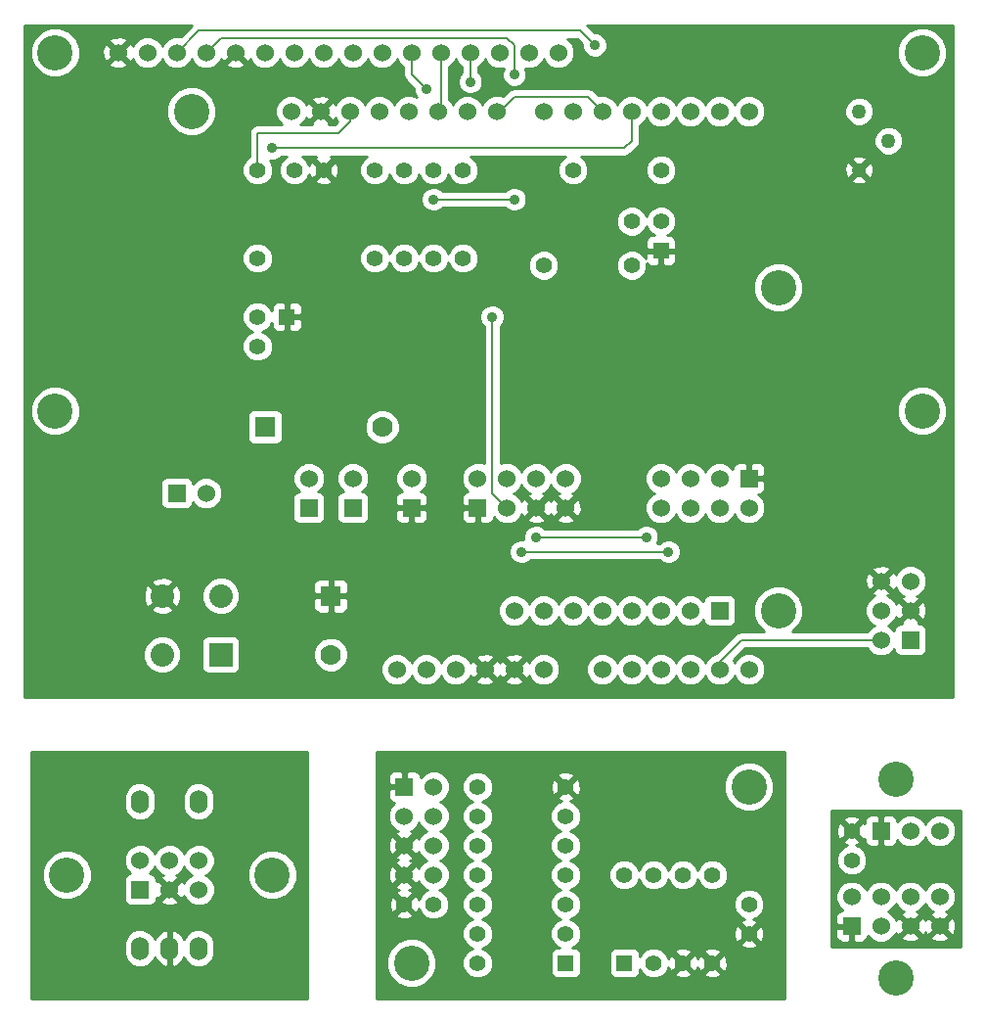
<source format=gtl>
G04 (created by PCBNEW-RS274X (2011-05-25)-stable) date Fri 21 Mar 2014 21:57:54 CST*
G01*
G70*
G90*
%MOIN*%
G04 Gerber Fmt 3.4, Leading zero omitted, Abs format*
%FSLAX34Y34*%
G04 APERTURE LIST*
%ADD10C,0.006000*%
%ADD11C,0.070000*%
%ADD12R,0.070000X0.070000*%
%ADD13R,0.060000X0.060000*%
%ADD14C,0.060000*%
%ADD15C,0.055000*%
%ADD16R,0.055000X0.055000*%
%ADD17O,0.060000X0.080000*%
%ADD18C,0.120000*%
%ADD19C,0.080000*%
%ADD20C,0.050000*%
%ADD21C,0.035000*%
%ADD22C,0.008000*%
%ADD23C,0.010000*%
G04 APERTURE END LIST*
G54D10*
G54D11*
X52500Y-34000D03*
G54D12*
X48500Y-34000D03*
G54D13*
X51500Y-36750D03*
G54D14*
X51500Y-35750D03*
G54D13*
X50000Y-36750D03*
G54D14*
X50000Y-35750D03*
G54D13*
X53500Y-36750D03*
G54D14*
X53500Y-35750D03*
G54D13*
X65000Y-35750D03*
G54D14*
X65000Y-36750D03*
X64000Y-35750D03*
X64000Y-36750D03*
X63000Y-35750D03*
X63000Y-36750D03*
X62000Y-35750D03*
X62000Y-36750D03*
G54D15*
X62000Y-25250D03*
X59000Y-25250D03*
X48250Y-28250D03*
X48250Y-25250D03*
X52250Y-28250D03*
X52250Y-25250D03*
X53250Y-28250D03*
X53250Y-25250D03*
X54250Y-28250D03*
X54250Y-25250D03*
X55250Y-28250D03*
X55250Y-25250D03*
G54D16*
X62000Y-28000D03*
G54D15*
X62000Y-27000D03*
X61000Y-27000D03*
G54D16*
X49250Y-30250D03*
G54D15*
X48250Y-30250D03*
X48250Y-31250D03*
X50500Y-25250D03*
X49500Y-25250D03*
G54D13*
X45500Y-36250D03*
G54D14*
X46500Y-36250D03*
G54D12*
X50750Y-39750D03*
G54D11*
X50750Y-41750D03*
G54D13*
X70500Y-41250D03*
G54D14*
X69500Y-41250D03*
X70500Y-40250D03*
X69500Y-40250D03*
X70500Y-39250D03*
X69500Y-39250D03*
G54D13*
X44250Y-49750D03*
G54D14*
X44250Y-48750D03*
X45250Y-49750D03*
X45250Y-48750D03*
X46250Y-49750D03*
X46250Y-48750D03*
G54D17*
X44250Y-51750D03*
X45250Y-51750D03*
X46250Y-51750D03*
X44250Y-46750D03*
X46250Y-46750D03*
G54D18*
X48750Y-49250D03*
X41750Y-49250D03*
G54D19*
X45000Y-39750D03*
X45000Y-41750D03*
G54D10*
G36*
X46600Y-42150D02*
X46600Y-41350D01*
X47400Y-41350D01*
X47400Y-42150D01*
X46600Y-42150D01*
X46600Y-42150D01*
G37*
G54D19*
X47000Y-39750D03*
G54D14*
X65000Y-23250D03*
X64000Y-23250D03*
X63000Y-23250D03*
X62000Y-23250D03*
X61000Y-23250D03*
X60000Y-23250D03*
X59000Y-23250D03*
X58000Y-23250D03*
X56400Y-23250D03*
X55400Y-23250D03*
X54400Y-23250D03*
X53400Y-23250D03*
X52400Y-23250D03*
X51400Y-23250D03*
X50400Y-23250D03*
X49400Y-23250D03*
X53000Y-42250D03*
X54000Y-42250D03*
X55000Y-42250D03*
X56000Y-42250D03*
X57000Y-42250D03*
X58000Y-42250D03*
X60000Y-42250D03*
X61000Y-42250D03*
X62000Y-42250D03*
X63000Y-42250D03*
X64000Y-42250D03*
X65000Y-42250D03*
G54D18*
X46000Y-23250D03*
X66000Y-40250D03*
X66000Y-29250D03*
G54D13*
X64000Y-40250D03*
G54D14*
X63000Y-40250D03*
X62000Y-40250D03*
X61000Y-40250D03*
X60000Y-40250D03*
X59000Y-40250D03*
X58000Y-40250D03*
X57000Y-40250D03*
G54D20*
X68750Y-23250D03*
X69750Y-24250D03*
X68750Y-25250D03*
G54D14*
X43500Y-21250D03*
X44500Y-21250D03*
X45500Y-21250D03*
X46500Y-21250D03*
X47500Y-21250D03*
X48500Y-21250D03*
X49500Y-21250D03*
X50500Y-21250D03*
X51500Y-21250D03*
X52500Y-21250D03*
X53500Y-21250D03*
X54500Y-21250D03*
X55500Y-21250D03*
X56500Y-21250D03*
X57500Y-21250D03*
X58500Y-21250D03*
G54D18*
X41350Y-21250D03*
X70900Y-21250D03*
X70900Y-33450D03*
X41350Y-33450D03*
G54D15*
X58000Y-28500D03*
X61000Y-28500D03*
G54D13*
X55750Y-36750D03*
G54D14*
X55750Y-35750D03*
X56750Y-36750D03*
X56750Y-35750D03*
X57750Y-36750D03*
X57750Y-35750D03*
X58750Y-36750D03*
X58750Y-35750D03*
G54D13*
X53250Y-46250D03*
G54D14*
X54250Y-46250D03*
X53250Y-47250D03*
X54250Y-47250D03*
X53250Y-48250D03*
X54250Y-48250D03*
X53250Y-49250D03*
X54250Y-49250D03*
G54D13*
X68500Y-51000D03*
G54D14*
X68500Y-50000D03*
X69500Y-51000D03*
X69500Y-50000D03*
X70500Y-51000D03*
X70500Y-50000D03*
X71500Y-51000D03*
X71500Y-50000D03*
G54D13*
X69500Y-47750D03*
G54D14*
X70500Y-47750D03*
X71500Y-47750D03*
G54D16*
X60750Y-52250D03*
G54D15*
X61750Y-52250D03*
X62750Y-52250D03*
X63750Y-52250D03*
X63750Y-49250D03*
X62750Y-49250D03*
X61750Y-49250D03*
X60750Y-49250D03*
G54D16*
X58750Y-52250D03*
G54D15*
X58750Y-51250D03*
X58750Y-50250D03*
X58750Y-49250D03*
X58750Y-48250D03*
X58750Y-47250D03*
X58750Y-46250D03*
X55750Y-46250D03*
X55750Y-47250D03*
X55750Y-48250D03*
X55750Y-49250D03*
X55750Y-50250D03*
X55750Y-51250D03*
X55750Y-52250D03*
X68500Y-47750D03*
X68500Y-48750D03*
X65000Y-50250D03*
X65000Y-51250D03*
G54D18*
X70000Y-46000D03*
X70000Y-52750D03*
X65000Y-46250D03*
X53500Y-52250D03*
G54D15*
X54250Y-50250D03*
X53250Y-50250D03*
G54D21*
X57000Y-26250D03*
X54250Y-26250D03*
X59750Y-21000D03*
X54000Y-22500D03*
X54400Y-23250D03*
X55500Y-22250D03*
X48750Y-24500D03*
X57000Y-22000D03*
X57750Y-37750D03*
X61500Y-37750D03*
X56750Y-35750D03*
X62250Y-38250D03*
X57250Y-38250D03*
X64000Y-36750D03*
X56250Y-30250D03*
X56400Y-23250D03*
X61000Y-42250D03*
X55000Y-42250D03*
G54D22*
X54250Y-26250D02*
X57000Y-26250D01*
X64000Y-42250D02*
X64000Y-42000D01*
X64750Y-41250D02*
X69500Y-41250D01*
X64000Y-42000D02*
X64750Y-41250D01*
X46250Y-20500D02*
X45500Y-21250D01*
X59250Y-20500D02*
X46250Y-20500D01*
X59500Y-20750D02*
X59250Y-20500D01*
X59750Y-21000D02*
X59500Y-20750D01*
X53500Y-22000D02*
X53500Y-21250D01*
X54000Y-22500D02*
X53500Y-22000D01*
X54400Y-23250D02*
X54500Y-23150D01*
X54500Y-23150D02*
X54500Y-21250D01*
X55500Y-22250D02*
X55500Y-21250D01*
X61000Y-24250D02*
X61000Y-23250D01*
X60750Y-24500D02*
X61000Y-24250D01*
X55000Y-24500D02*
X60750Y-24500D01*
X48750Y-24500D02*
X55000Y-24500D01*
X51400Y-23250D02*
X51400Y-23600D01*
X48250Y-24000D02*
X48250Y-25250D01*
X51000Y-24000D02*
X48250Y-24000D01*
X51400Y-23600D02*
X51000Y-24000D01*
X47000Y-20750D02*
X46500Y-21250D01*
X56750Y-20750D02*
X47000Y-20750D01*
X57000Y-21000D02*
X56750Y-20750D01*
X57000Y-22000D02*
X57000Y-21000D01*
X57750Y-37750D02*
X61500Y-37750D01*
X57250Y-38250D02*
X62250Y-38250D01*
X56750Y-36750D02*
X56250Y-36250D01*
X56250Y-36250D02*
X56250Y-30250D01*
X60000Y-23250D02*
X59500Y-22750D01*
X56500Y-23250D02*
X56400Y-23250D01*
X57000Y-22750D02*
X56500Y-23250D01*
X59500Y-22750D02*
X57000Y-22750D01*
G54D23*
X40550Y-45050D02*
X49950Y-45050D01*
X40550Y-45130D02*
X49950Y-45130D01*
X40550Y-45210D02*
X49950Y-45210D01*
X40550Y-45290D02*
X49950Y-45290D01*
X40550Y-45370D02*
X49950Y-45370D01*
X40550Y-45450D02*
X49950Y-45450D01*
X40550Y-45530D02*
X49950Y-45530D01*
X40550Y-45610D02*
X49950Y-45610D01*
X40550Y-45690D02*
X49950Y-45690D01*
X40550Y-45770D02*
X49950Y-45770D01*
X40550Y-45850D02*
X49950Y-45850D01*
X40550Y-45930D02*
X49950Y-45930D01*
X40550Y-46010D02*
X49950Y-46010D01*
X40550Y-46090D02*
X49950Y-46090D01*
X40550Y-46170D02*
X43968Y-46170D01*
X44529Y-46170D02*
X45968Y-46170D01*
X46529Y-46170D02*
X49950Y-46170D01*
X40550Y-46250D02*
X43874Y-46250D01*
X44625Y-46250D02*
X45874Y-46250D01*
X46625Y-46250D02*
X49950Y-46250D01*
X40550Y-46330D02*
X43794Y-46330D01*
X44705Y-46330D02*
X45794Y-46330D01*
X46705Y-46330D02*
X49950Y-46330D01*
X40550Y-46410D02*
X43760Y-46410D01*
X44740Y-46410D02*
X45760Y-46410D01*
X46740Y-46410D02*
X49950Y-46410D01*
X40550Y-46490D02*
X43726Y-46490D01*
X44773Y-46490D02*
X45726Y-46490D01*
X46773Y-46490D02*
X49950Y-46490D01*
X40550Y-46570D02*
X43710Y-46570D01*
X44790Y-46570D02*
X45710Y-46570D01*
X46790Y-46570D02*
X49950Y-46570D01*
X40550Y-46650D02*
X43710Y-46650D01*
X44790Y-46650D02*
X45710Y-46650D01*
X46790Y-46650D02*
X49950Y-46650D01*
X40550Y-46730D02*
X43710Y-46730D01*
X44790Y-46730D02*
X45710Y-46730D01*
X46790Y-46730D02*
X49950Y-46730D01*
X40550Y-46810D02*
X43710Y-46810D01*
X44790Y-46810D02*
X45710Y-46810D01*
X46790Y-46810D02*
X49950Y-46810D01*
X40550Y-46890D02*
X43710Y-46890D01*
X44790Y-46890D02*
X45710Y-46890D01*
X46790Y-46890D02*
X49950Y-46890D01*
X40550Y-46970D02*
X43711Y-46970D01*
X44790Y-46970D02*
X44790Y-46970D01*
X44790Y-46970D02*
X45711Y-46970D01*
X46790Y-46970D02*
X46790Y-46970D01*
X46790Y-46970D02*
X49950Y-46970D01*
X40550Y-47050D02*
X43744Y-47050D01*
X44757Y-47050D02*
X44790Y-47050D01*
X44790Y-47050D02*
X45744Y-47050D01*
X46757Y-47050D02*
X46790Y-47050D01*
X46790Y-47050D02*
X49950Y-47050D01*
X40550Y-47130D02*
X43777Y-47130D01*
X44723Y-47130D02*
X44790Y-47130D01*
X44790Y-47130D02*
X45777Y-47130D01*
X46723Y-47130D02*
X46790Y-47130D01*
X46790Y-47130D02*
X49950Y-47130D01*
X40550Y-47210D02*
X43835Y-47210D01*
X44666Y-47210D02*
X44790Y-47210D01*
X44790Y-47210D02*
X45835Y-47210D01*
X46666Y-47210D02*
X46790Y-47210D01*
X46790Y-47210D02*
X49950Y-47210D01*
X40550Y-47290D02*
X43915Y-47290D01*
X44586Y-47290D02*
X44790Y-47290D01*
X44790Y-47290D02*
X45915Y-47290D01*
X46586Y-47290D02*
X46790Y-47290D01*
X46790Y-47290D02*
X49950Y-47290D01*
X40550Y-47370D02*
X44066Y-47370D01*
X44435Y-47370D02*
X44790Y-47370D01*
X44790Y-47370D02*
X46066Y-47370D01*
X46435Y-47370D02*
X46790Y-47370D01*
X46790Y-47370D02*
X49950Y-47370D01*
X40550Y-47450D02*
X44790Y-47450D01*
X44790Y-47450D02*
X46790Y-47450D01*
X46790Y-47450D02*
X49950Y-47450D01*
X40550Y-47530D02*
X44790Y-47530D01*
X44790Y-47530D02*
X46790Y-47530D01*
X46790Y-47530D02*
X49950Y-47530D01*
X40550Y-47610D02*
X44790Y-47610D01*
X44790Y-47610D02*
X46790Y-47610D01*
X46790Y-47610D02*
X49950Y-47610D01*
X40550Y-47690D02*
X44790Y-47690D01*
X44790Y-47690D02*
X46790Y-47690D01*
X46790Y-47690D02*
X49950Y-47690D01*
X40550Y-47770D02*
X44790Y-47770D01*
X44790Y-47770D02*
X46790Y-47770D01*
X46790Y-47770D02*
X49950Y-47770D01*
X40550Y-47850D02*
X44790Y-47850D01*
X44790Y-47850D02*
X46790Y-47850D01*
X46790Y-47850D02*
X49950Y-47850D01*
X40550Y-47930D02*
X44790Y-47930D01*
X44790Y-47930D02*
X46790Y-47930D01*
X46790Y-47930D02*
X49950Y-47930D01*
X40550Y-48010D02*
X44790Y-48010D01*
X44790Y-48010D02*
X46790Y-48010D01*
X46790Y-48010D02*
X49950Y-48010D01*
X40550Y-48090D02*
X44790Y-48090D01*
X44790Y-48090D02*
X46790Y-48090D01*
X46790Y-48090D02*
X49950Y-48090D01*
X40550Y-48170D02*
X44790Y-48170D01*
X44790Y-48170D02*
X46790Y-48170D01*
X46790Y-48170D02*
X49950Y-48170D01*
X40550Y-48250D02*
X44023Y-48250D01*
X44476Y-48250D02*
X44790Y-48250D01*
X44790Y-48250D02*
X45023Y-48250D01*
X45476Y-48250D02*
X46023Y-48250D01*
X46476Y-48250D02*
X46790Y-48250D01*
X46790Y-48250D02*
X49950Y-48250D01*
X40550Y-48330D02*
X43894Y-48330D01*
X44606Y-48330D02*
X44790Y-48330D01*
X44790Y-48330D02*
X44894Y-48330D01*
X45606Y-48330D02*
X45894Y-48330D01*
X46606Y-48330D02*
X46790Y-48330D01*
X46790Y-48330D02*
X49950Y-48330D01*
X40550Y-48410D02*
X41557Y-48410D01*
X41944Y-48410D02*
X43814Y-48410D01*
X44686Y-48410D02*
X44790Y-48410D01*
X44790Y-48410D02*
X44814Y-48410D01*
X45686Y-48410D02*
X45814Y-48410D01*
X46686Y-48410D02*
X46790Y-48410D01*
X46790Y-48410D02*
X48557Y-48410D01*
X48944Y-48410D02*
X49950Y-48410D01*
X40550Y-48490D02*
X41364Y-48490D01*
X42136Y-48490D02*
X43763Y-48490D01*
X44736Y-48490D02*
X44763Y-48490D01*
X45736Y-48490D02*
X45763Y-48490D01*
X46736Y-48490D02*
X46790Y-48490D01*
X46790Y-48490D02*
X48364Y-48490D01*
X49136Y-48490D02*
X49950Y-48490D01*
X40550Y-48570D02*
X41228Y-48570D01*
X42271Y-48570D02*
X43730Y-48570D01*
X46769Y-48570D02*
X46790Y-48570D01*
X46790Y-48570D02*
X48228Y-48570D01*
X49271Y-48570D02*
X49950Y-48570D01*
X40550Y-48650D02*
X41148Y-48650D01*
X42351Y-48650D02*
X43701Y-48650D01*
X46799Y-48650D02*
X48148Y-48650D01*
X49351Y-48650D02*
X49950Y-48650D01*
X40550Y-48730D02*
X41068Y-48730D01*
X42431Y-48730D02*
X43701Y-48730D01*
X46799Y-48730D02*
X48068Y-48730D01*
X49431Y-48730D02*
X49950Y-48730D01*
X40550Y-48810D02*
X41012Y-48810D01*
X42487Y-48810D02*
X43701Y-48810D01*
X46799Y-48810D02*
X48012Y-48810D01*
X49487Y-48810D02*
X49950Y-48810D01*
X40550Y-48890D02*
X40979Y-48890D01*
X42520Y-48890D02*
X43714Y-48890D01*
X46787Y-48890D02*
X47979Y-48890D01*
X49520Y-48890D02*
X49950Y-48890D01*
X40550Y-48970D02*
X40945Y-48970D01*
X42553Y-48970D02*
X43748Y-48970D01*
X46753Y-48970D02*
X47945Y-48970D01*
X49553Y-48970D02*
X49950Y-48970D01*
X40550Y-49050D02*
X40912Y-49050D01*
X42586Y-49050D02*
X43781Y-49050D01*
X44720Y-49050D02*
X44781Y-49050D01*
X45720Y-49050D02*
X45781Y-49050D01*
X46720Y-49050D02*
X47912Y-49050D01*
X49586Y-49050D02*
X49950Y-49050D01*
X40550Y-49130D02*
X40900Y-49130D01*
X42600Y-49130D02*
X43854Y-49130D01*
X44646Y-49130D02*
X44854Y-49130D01*
X45646Y-49130D02*
X45854Y-49130D01*
X46646Y-49130D02*
X47900Y-49130D01*
X49600Y-49130D02*
X49950Y-49130D01*
X40550Y-49210D02*
X40900Y-49210D01*
X42600Y-49210D02*
X43879Y-49210D01*
X44621Y-49210D02*
X44934Y-49210D01*
X45566Y-49210D02*
X45934Y-49210D01*
X46566Y-49210D02*
X47900Y-49210D01*
X49600Y-49210D02*
X49950Y-49210D01*
X40550Y-49290D02*
X40900Y-49290D01*
X42600Y-49290D02*
X43758Y-49290D01*
X44742Y-49290D02*
X44965Y-49290D01*
X45534Y-49290D02*
X45934Y-49290D01*
X46566Y-49290D02*
X47900Y-49290D01*
X49600Y-49290D02*
X49950Y-49290D01*
X40550Y-49370D02*
X40900Y-49370D01*
X42600Y-49370D02*
X43713Y-49370D01*
X44786Y-49370D02*
X44942Y-49370D01*
X45557Y-49370D02*
X45854Y-49370D01*
X46646Y-49370D02*
X47900Y-49370D01*
X49600Y-49370D02*
X49950Y-49370D01*
X40550Y-49450D02*
X40914Y-49450D01*
X42588Y-49450D02*
X42600Y-49450D01*
X42600Y-49450D02*
X43701Y-49450D01*
X44799Y-49450D02*
X44842Y-49450D01*
X44879Y-49450D02*
X45021Y-49450D01*
X45480Y-49450D02*
X45620Y-49450D01*
X45655Y-49450D02*
X45780Y-49450D01*
X46719Y-49450D02*
X47914Y-49450D01*
X49588Y-49450D02*
X49600Y-49450D01*
X49600Y-49450D02*
X49950Y-49450D01*
X40550Y-49530D02*
X40947Y-49530D01*
X42555Y-49530D02*
X42600Y-49530D01*
X42600Y-49530D02*
X43701Y-49530D01*
X44959Y-49530D02*
X45101Y-49530D01*
X45400Y-49530D02*
X45540Y-49530D01*
X46752Y-49530D02*
X47947Y-49530D01*
X49555Y-49530D02*
X49600Y-49530D01*
X49600Y-49530D02*
X49950Y-49530D01*
X40550Y-49610D02*
X40980Y-49610D01*
X42521Y-49610D02*
X42600Y-49610D01*
X42600Y-49610D02*
X43701Y-49610D01*
X45039Y-49610D02*
X45181Y-49610D01*
X45320Y-49610D02*
X45460Y-49610D01*
X46786Y-49610D02*
X47980Y-49610D01*
X49521Y-49610D02*
X49600Y-49610D01*
X49600Y-49610D02*
X49950Y-49610D01*
X40550Y-49690D02*
X41013Y-49690D01*
X42488Y-49690D02*
X42600Y-49690D01*
X42600Y-49690D02*
X43701Y-49690D01*
X45119Y-49690D02*
X45380Y-49690D01*
X46799Y-49690D02*
X48013Y-49690D01*
X49488Y-49690D02*
X49600Y-49690D01*
X49600Y-49690D02*
X49950Y-49690D01*
X40550Y-49770D02*
X41069Y-49770D01*
X42432Y-49770D02*
X42600Y-49770D01*
X42600Y-49770D02*
X43701Y-49770D01*
X45160Y-49770D02*
X45341Y-49770D01*
X46799Y-49770D02*
X48069Y-49770D01*
X49432Y-49770D02*
X49600Y-49770D01*
X49600Y-49770D02*
X49950Y-49770D01*
X40550Y-49850D02*
X41149Y-49850D01*
X42352Y-49850D02*
X42600Y-49850D01*
X42600Y-49850D02*
X43701Y-49850D01*
X45080Y-49850D02*
X45220Y-49850D01*
X45279Y-49850D02*
X45421Y-49850D01*
X46799Y-49850D02*
X48149Y-49850D01*
X49352Y-49850D02*
X49600Y-49850D01*
X49600Y-49850D02*
X49950Y-49850D01*
X40550Y-49930D02*
X41229Y-49930D01*
X42272Y-49930D02*
X42600Y-49930D01*
X42600Y-49930D02*
X43701Y-49930D01*
X45000Y-49930D02*
X45140Y-49930D01*
X45359Y-49930D02*
X45501Y-49930D01*
X46770Y-49930D02*
X46799Y-49930D01*
X46799Y-49930D02*
X48229Y-49930D01*
X49272Y-49930D02*
X49600Y-49930D01*
X49600Y-49930D02*
X49950Y-49930D01*
X40550Y-50010D02*
X41364Y-50010D01*
X42136Y-50010D02*
X42600Y-50010D01*
X42600Y-50010D02*
X43701Y-50010D01*
X44920Y-50010D02*
X45060Y-50010D01*
X45439Y-50010D02*
X45581Y-50010D01*
X45730Y-50010D02*
X45764Y-50010D01*
X46737Y-50010D02*
X46799Y-50010D01*
X46799Y-50010D02*
X48364Y-50010D01*
X49136Y-50010D02*
X49600Y-50010D01*
X49600Y-50010D02*
X49950Y-50010D01*
X40550Y-50090D02*
X41556Y-50090D01*
X41943Y-50090D02*
X42600Y-50090D01*
X42600Y-50090D02*
X43701Y-50090D01*
X44799Y-50090D02*
X44980Y-50090D01*
X45519Y-50090D02*
X45814Y-50090D01*
X46686Y-50090D02*
X46799Y-50090D01*
X46799Y-50090D02*
X48556Y-50090D01*
X48943Y-50090D02*
X49600Y-50090D01*
X49600Y-50090D02*
X49950Y-50090D01*
X40550Y-50170D02*
X42600Y-50170D01*
X42600Y-50170D02*
X43731Y-50170D01*
X44770Y-50170D02*
X44955Y-50170D01*
X45546Y-50170D02*
X45558Y-50170D01*
X45558Y-50170D02*
X45894Y-50170D01*
X46606Y-50170D02*
X46799Y-50170D01*
X46799Y-50170D02*
X49600Y-50170D01*
X49600Y-50170D02*
X49950Y-50170D01*
X40550Y-50250D02*
X42600Y-50250D01*
X42600Y-50250D02*
X43798Y-50250D01*
X44702Y-50250D02*
X45049Y-50250D01*
X45463Y-50250D02*
X45558Y-50250D01*
X45558Y-50250D02*
X46024Y-50250D01*
X46477Y-50250D02*
X46799Y-50250D01*
X46799Y-50250D02*
X49600Y-50250D01*
X49600Y-50250D02*
X49950Y-50250D01*
X40550Y-50330D02*
X42600Y-50330D01*
X42600Y-50330D02*
X45558Y-50330D01*
X45558Y-50330D02*
X46799Y-50330D01*
X46799Y-50330D02*
X49600Y-50330D01*
X49600Y-50330D02*
X49950Y-50330D01*
X40550Y-50410D02*
X42600Y-50410D01*
X42600Y-50410D02*
X45558Y-50410D01*
X45558Y-50410D02*
X46799Y-50410D01*
X46799Y-50410D02*
X49600Y-50410D01*
X49600Y-50410D02*
X49950Y-50410D01*
X40550Y-50490D02*
X42600Y-50490D01*
X42600Y-50490D02*
X45558Y-50490D01*
X45558Y-50490D02*
X46799Y-50490D01*
X46799Y-50490D02*
X49600Y-50490D01*
X49600Y-50490D02*
X49950Y-50490D01*
X40550Y-50570D02*
X42600Y-50570D01*
X42600Y-50570D02*
X45558Y-50570D01*
X45558Y-50570D02*
X46799Y-50570D01*
X46799Y-50570D02*
X49600Y-50570D01*
X49600Y-50570D02*
X49950Y-50570D01*
X40550Y-50650D02*
X42600Y-50650D01*
X42600Y-50650D02*
X45558Y-50650D01*
X45558Y-50650D02*
X46799Y-50650D01*
X46799Y-50650D02*
X49600Y-50650D01*
X49600Y-50650D02*
X49950Y-50650D01*
X40550Y-50730D02*
X42600Y-50730D01*
X42600Y-50730D02*
X45558Y-50730D01*
X45558Y-50730D02*
X46799Y-50730D01*
X46799Y-50730D02*
X49600Y-50730D01*
X49600Y-50730D02*
X49950Y-50730D01*
X40550Y-50810D02*
X42600Y-50810D01*
X42600Y-50810D02*
X45558Y-50810D01*
X45558Y-50810D02*
X46799Y-50810D01*
X46799Y-50810D02*
X49600Y-50810D01*
X49600Y-50810D02*
X49950Y-50810D01*
X40550Y-50890D02*
X42600Y-50890D01*
X42600Y-50890D02*
X45558Y-50890D01*
X45558Y-50890D02*
X46799Y-50890D01*
X46799Y-50890D02*
X49600Y-50890D01*
X49600Y-50890D02*
X49950Y-50890D01*
X40550Y-50970D02*
X42600Y-50970D01*
X42600Y-50970D02*
X45558Y-50970D01*
X45558Y-50970D02*
X46799Y-50970D01*
X46799Y-50970D02*
X49600Y-50970D01*
X49600Y-50970D02*
X49950Y-50970D01*
X40550Y-51050D02*
X42600Y-51050D01*
X42600Y-51050D02*
X45558Y-51050D01*
X45558Y-51050D02*
X46799Y-51050D01*
X46799Y-51050D02*
X49600Y-51050D01*
X49600Y-51050D02*
X49950Y-51050D01*
X40550Y-51130D02*
X42600Y-51130D01*
X42600Y-51130D02*
X44065Y-51130D01*
X44434Y-51130D02*
X45078Y-51130D01*
X45136Y-51130D02*
X45363Y-51130D01*
X45421Y-51130D02*
X45558Y-51130D01*
X45558Y-51130D02*
X46065Y-51130D01*
X46434Y-51130D02*
X46799Y-51130D01*
X46799Y-51130D02*
X49600Y-51130D01*
X49600Y-51130D02*
X49950Y-51130D01*
X40550Y-51210D02*
X42600Y-51210D01*
X42600Y-51210D02*
X43914Y-51210D01*
X44585Y-51210D02*
X44938Y-51210D01*
X45200Y-51210D02*
X45300Y-51210D01*
X45562Y-51210D02*
X45914Y-51210D01*
X46585Y-51210D02*
X46799Y-51210D01*
X46799Y-51210D02*
X49600Y-51210D01*
X49600Y-51210D02*
X49950Y-51210D01*
X40550Y-51290D02*
X42600Y-51290D01*
X42600Y-51290D02*
X43834Y-51290D01*
X44665Y-51290D02*
X44842Y-51290D01*
X45200Y-51290D02*
X45300Y-51290D01*
X45657Y-51290D02*
X45834Y-51290D01*
X46665Y-51290D02*
X46799Y-51290D01*
X46799Y-51290D02*
X49600Y-51290D01*
X49600Y-51290D02*
X49950Y-51290D01*
X40550Y-51370D02*
X42600Y-51370D01*
X42600Y-51370D02*
X43777Y-51370D01*
X44723Y-51370D02*
X44788Y-51370D01*
X45200Y-51370D02*
X45300Y-51370D01*
X45711Y-51370D02*
X45776Y-51370D01*
X46723Y-51370D02*
X46799Y-51370D01*
X46799Y-51370D02*
X49600Y-51370D01*
X49600Y-51370D02*
X49950Y-51370D01*
X40550Y-51450D02*
X42600Y-51450D01*
X42600Y-51450D02*
X43743Y-51450D01*
X45200Y-51450D02*
X45300Y-51450D01*
X46756Y-51450D02*
X46799Y-51450D01*
X46799Y-51450D02*
X49600Y-51450D01*
X49600Y-51450D02*
X49950Y-51450D01*
X40550Y-51530D02*
X42600Y-51530D01*
X42600Y-51530D02*
X43710Y-51530D01*
X45200Y-51530D02*
X45300Y-51530D01*
X46789Y-51530D02*
X46799Y-51530D01*
X46799Y-51530D02*
X49600Y-51530D01*
X49600Y-51530D02*
X49950Y-51530D01*
X40550Y-51610D02*
X42600Y-51610D01*
X42600Y-51610D02*
X43710Y-51610D01*
X45200Y-51610D02*
X45300Y-51610D01*
X46790Y-51610D02*
X46799Y-51610D01*
X46799Y-51610D02*
X49600Y-51610D01*
X49600Y-51610D02*
X49950Y-51610D01*
X40550Y-51690D02*
X42600Y-51690D01*
X42600Y-51690D02*
X43710Y-51690D01*
X45200Y-51690D02*
X45300Y-51690D01*
X46790Y-51690D02*
X46799Y-51690D01*
X46799Y-51690D02*
X49600Y-51690D01*
X49600Y-51690D02*
X49950Y-51690D01*
X40550Y-51770D02*
X42600Y-51770D01*
X42600Y-51770D02*
X43710Y-51770D01*
X45200Y-51770D02*
X45300Y-51770D01*
X46790Y-51770D02*
X46799Y-51770D01*
X46799Y-51770D02*
X49600Y-51770D01*
X49600Y-51770D02*
X49950Y-51770D01*
X40550Y-51850D02*
X42600Y-51850D01*
X42600Y-51850D02*
X43710Y-51850D01*
X45200Y-51850D02*
X45300Y-51850D01*
X46790Y-51850D02*
X46799Y-51850D01*
X46799Y-51850D02*
X49600Y-51850D01*
X49600Y-51850D02*
X49950Y-51850D01*
X40550Y-51930D02*
X42600Y-51930D01*
X42600Y-51930D02*
X43710Y-51930D01*
X45200Y-51930D02*
X45300Y-51930D01*
X46790Y-51930D02*
X46799Y-51930D01*
X46799Y-51930D02*
X49600Y-51930D01*
X49600Y-51930D02*
X49950Y-51930D01*
X40550Y-52010D02*
X42600Y-52010D01*
X42600Y-52010D02*
X43727Y-52010D01*
X45200Y-52010D02*
X45300Y-52010D01*
X46774Y-52010D02*
X46790Y-52010D01*
X46790Y-52010D02*
X46799Y-52010D01*
X46799Y-52010D02*
X49600Y-52010D01*
X49600Y-52010D02*
X49950Y-52010D01*
X40550Y-52090D02*
X42600Y-52090D01*
X42600Y-52090D02*
X43760Y-52090D01*
X44740Y-52090D02*
X44763Y-52090D01*
X45200Y-52090D02*
X45300Y-52090D01*
X45738Y-52090D02*
X45760Y-52090D01*
X46740Y-52090D02*
X46790Y-52090D01*
X46790Y-52090D02*
X46799Y-52090D01*
X46799Y-52090D02*
X49600Y-52090D01*
X49600Y-52090D02*
X49950Y-52090D01*
X40550Y-52170D02*
X42600Y-52170D01*
X42600Y-52170D02*
X43795Y-52170D01*
X44706Y-52170D02*
X44816Y-52170D01*
X45200Y-52170D02*
X45300Y-52170D01*
X45685Y-52170D02*
X45795Y-52170D01*
X46706Y-52170D02*
X46790Y-52170D01*
X46790Y-52170D02*
X46799Y-52170D01*
X46799Y-52170D02*
X49600Y-52170D01*
X49600Y-52170D02*
X49950Y-52170D01*
X40550Y-52250D02*
X42600Y-52250D01*
X42600Y-52250D02*
X43875Y-52250D01*
X44626Y-52250D02*
X44879Y-52250D01*
X45200Y-52250D02*
X45300Y-52250D01*
X45622Y-52250D02*
X45875Y-52250D01*
X46626Y-52250D02*
X46790Y-52250D01*
X46790Y-52250D02*
X46799Y-52250D01*
X46799Y-52250D02*
X49600Y-52250D01*
X49600Y-52250D02*
X49950Y-52250D01*
X40550Y-52330D02*
X42600Y-52330D01*
X42600Y-52330D02*
X43971Y-52330D01*
X44532Y-52330D02*
X44999Y-52330D01*
X45200Y-52330D02*
X45300Y-52330D01*
X45502Y-52330D02*
X45971Y-52330D01*
X46532Y-52330D02*
X46790Y-52330D01*
X46790Y-52330D02*
X46799Y-52330D01*
X46799Y-52330D02*
X49600Y-52330D01*
X49600Y-52330D02*
X49950Y-52330D01*
X40550Y-52410D02*
X42600Y-52410D01*
X42600Y-52410D02*
X45200Y-52410D01*
X45200Y-52410D02*
X46790Y-52410D01*
X46790Y-52410D02*
X46799Y-52410D01*
X46799Y-52410D02*
X49600Y-52410D01*
X49600Y-52410D02*
X49950Y-52410D01*
X40550Y-52490D02*
X42600Y-52490D01*
X42600Y-52490D02*
X45200Y-52490D01*
X45200Y-52490D02*
X46790Y-52490D01*
X46790Y-52490D02*
X46799Y-52490D01*
X46799Y-52490D02*
X49600Y-52490D01*
X49600Y-52490D02*
X49950Y-52490D01*
X40550Y-52570D02*
X42600Y-52570D01*
X42600Y-52570D02*
X45200Y-52570D01*
X45200Y-52570D02*
X46790Y-52570D01*
X46790Y-52570D02*
X46799Y-52570D01*
X46799Y-52570D02*
X49600Y-52570D01*
X49600Y-52570D02*
X49950Y-52570D01*
X40550Y-52650D02*
X42600Y-52650D01*
X42600Y-52650D02*
X45200Y-52650D01*
X45200Y-52650D02*
X46790Y-52650D01*
X46790Y-52650D02*
X46799Y-52650D01*
X46799Y-52650D02*
X49600Y-52650D01*
X49600Y-52650D02*
X49950Y-52650D01*
X40550Y-52730D02*
X42600Y-52730D01*
X42600Y-52730D02*
X45200Y-52730D01*
X45200Y-52730D02*
X46790Y-52730D01*
X46790Y-52730D02*
X46799Y-52730D01*
X46799Y-52730D02*
X49600Y-52730D01*
X49600Y-52730D02*
X49950Y-52730D01*
X40550Y-52810D02*
X42600Y-52810D01*
X42600Y-52810D02*
X45200Y-52810D01*
X45200Y-52810D02*
X46790Y-52810D01*
X46790Y-52810D02*
X46799Y-52810D01*
X46799Y-52810D02*
X49600Y-52810D01*
X49600Y-52810D02*
X49950Y-52810D01*
X40550Y-52890D02*
X42600Y-52890D01*
X42600Y-52890D02*
X45200Y-52890D01*
X45200Y-52890D02*
X46790Y-52890D01*
X46790Y-52890D02*
X46799Y-52890D01*
X46799Y-52890D02*
X49600Y-52890D01*
X49600Y-52890D02*
X49950Y-52890D01*
X40550Y-52970D02*
X42600Y-52970D01*
X42600Y-52970D02*
X45200Y-52970D01*
X45200Y-52970D02*
X46790Y-52970D01*
X46790Y-52970D02*
X46799Y-52970D01*
X46799Y-52970D02*
X49600Y-52970D01*
X49600Y-52970D02*
X49950Y-52970D01*
X40550Y-53050D02*
X42600Y-53050D01*
X42600Y-53050D02*
X45200Y-53050D01*
X45200Y-53050D02*
X46790Y-53050D01*
X46790Y-53050D02*
X46799Y-53050D01*
X46799Y-53050D02*
X49600Y-53050D01*
X49600Y-53050D02*
X49950Y-53050D01*
X40550Y-53130D02*
X42600Y-53130D01*
X42600Y-53130D02*
X45200Y-53130D01*
X45200Y-53130D02*
X46790Y-53130D01*
X46790Y-53130D02*
X46799Y-53130D01*
X46799Y-53130D02*
X49600Y-53130D01*
X49600Y-53130D02*
X49950Y-53130D01*
X40550Y-53210D02*
X42600Y-53210D01*
X42600Y-53210D02*
X45200Y-53210D01*
X45200Y-53210D02*
X46790Y-53210D01*
X46790Y-53210D02*
X46799Y-53210D01*
X46799Y-53210D02*
X49600Y-53210D01*
X49600Y-53210D02*
X49950Y-53210D01*
X40550Y-53290D02*
X42600Y-53290D01*
X42600Y-53290D02*
X45200Y-53290D01*
X45200Y-53290D02*
X46790Y-53290D01*
X46790Y-53290D02*
X46799Y-53290D01*
X46799Y-53290D02*
X49600Y-53290D01*
X49600Y-53290D02*
X49950Y-53290D01*
X40550Y-53370D02*
X42600Y-53370D01*
X42600Y-53370D02*
X45200Y-53370D01*
X45200Y-53370D02*
X46790Y-53370D01*
X46790Y-53370D02*
X46799Y-53370D01*
X46799Y-53370D02*
X49600Y-53370D01*
X49600Y-53370D02*
X49950Y-53370D01*
X49950Y-53450D02*
X49600Y-53450D01*
X49600Y-49420D01*
X49600Y-49082D01*
X49471Y-48770D01*
X49232Y-48530D01*
X48920Y-48400D01*
X48582Y-48400D01*
X48270Y-48529D01*
X48030Y-48768D01*
X47900Y-49080D01*
X47900Y-49418D01*
X48029Y-49730D01*
X48268Y-49970D01*
X48580Y-50100D01*
X48918Y-50100D01*
X49230Y-49971D01*
X49470Y-49732D01*
X49600Y-49420D01*
X49600Y-53450D01*
X46799Y-53450D01*
X46799Y-49859D01*
X46799Y-49641D01*
X46715Y-49439D01*
X46561Y-49285D01*
X46476Y-49250D01*
X46561Y-49215D01*
X46715Y-49061D01*
X46799Y-48859D01*
X46799Y-48641D01*
X46790Y-48619D01*
X46790Y-46970D01*
X46790Y-46755D01*
X46790Y-46531D01*
X46708Y-46332D01*
X46556Y-46181D01*
X46358Y-46098D01*
X46143Y-46098D01*
X45944Y-46180D01*
X45793Y-46332D01*
X45710Y-46530D01*
X45710Y-46745D01*
X45710Y-46969D01*
X45792Y-47168D01*
X45944Y-47319D01*
X46142Y-47402D01*
X46357Y-47402D01*
X46556Y-47320D01*
X46707Y-47168D01*
X46790Y-46970D01*
X46790Y-48619D01*
X46715Y-48439D01*
X46561Y-48285D01*
X46359Y-48201D01*
X46141Y-48201D01*
X45939Y-48285D01*
X45785Y-48439D01*
X45750Y-48523D01*
X45715Y-48439D01*
X45561Y-48285D01*
X45359Y-48201D01*
X45141Y-48201D01*
X44939Y-48285D01*
X44790Y-48434D01*
X44790Y-46970D01*
X44790Y-46755D01*
X44790Y-46531D01*
X44708Y-46332D01*
X44556Y-46181D01*
X44358Y-46098D01*
X44143Y-46098D01*
X43944Y-46180D01*
X43793Y-46332D01*
X43710Y-46530D01*
X43710Y-46745D01*
X43710Y-46969D01*
X43792Y-47168D01*
X43944Y-47319D01*
X44142Y-47402D01*
X44357Y-47402D01*
X44556Y-47320D01*
X44707Y-47168D01*
X44790Y-46970D01*
X44790Y-48434D01*
X44785Y-48439D01*
X44750Y-48523D01*
X44715Y-48439D01*
X44561Y-48285D01*
X44359Y-48201D01*
X44141Y-48201D01*
X43939Y-48285D01*
X43785Y-48439D01*
X43701Y-48641D01*
X43701Y-48859D01*
X43785Y-49061D01*
X43925Y-49201D01*
X43901Y-49201D01*
X43809Y-49239D01*
X43739Y-49309D01*
X43701Y-49400D01*
X43701Y-49499D01*
X43701Y-50099D01*
X43739Y-50191D01*
X43809Y-50261D01*
X43900Y-50299D01*
X43999Y-50299D01*
X44599Y-50299D01*
X44691Y-50261D01*
X44761Y-50191D01*
X44799Y-50100D01*
X44799Y-50037D01*
X44872Y-50058D01*
X45179Y-49750D01*
X44872Y-49442D01*
X44799Y-49462D01*
X44799Y-49401D01*
X44761Y-49309D01*
X44691Y-49239D01*
X44600Y-49201D01*
X44575Y-49201D01*
X44715Y-49061D01*
X44750Y-48976D01*
X44785Y-49061D01*
X44939Y-49215D01*
X45030Y-49252D01*
X44969Y-49278D01*
X44942Y-49372D01*
X45250Y-49679D01*
X45558Y-49372D01*
X45531Y-49278D01*
X45465Y-49254D01*
X45561Y-49215D01*
X45715Y-49061D01*
X45750Y-48976D01*
X45785Y-49061D01*
X45939Y-49215D01*
X46023Y-49250D01*
X45939Y-49285D01*
X45785Y-49439D01*
X45747Y-49530D01*
X45722Y-49469D01*
X45628Y-49442D01*
X45321Y-49750D01*
X45628Y-50058D01*
X45722Y-50031D01*
X45745Y-49965D01*
X45785Y-50061D01*
X45939Y-50215D01*
X46141Y-50299D01*
X46359Y-50299D01*
X46561Y-50215D01*
X46715Y-50061D01*
X46799Y-49859D01*
X46799Y-53450D01*
X46790Y-53450D01*
X46790Y-51970D01*
X46790Y-51755D01*
X46790Y-51531D01*
X46708Y-51332D01*
X46556Y-51181D01*
X46358Y-51098D01*
X46143Y-51098D01*
X45944Y-51180D01*
X45793Y-51332D01*
X45751Y-51430D01*
X45639Y-51262D01*
X45558Y-51207D01*
X45558Y-50128D01*
X45250Y-49821D01*
X44942Y-50128D01*
X44969Y-50222D01*
X45171Y-50293D01*
X45384Y-50282D01*
X45531Y-50222D01*
X45558Y-50128D01*
X45558Y-51207D01*
X45461Y-51143D01*
X45385Y-51118D01*
X45300Y-51165D01*
X45300Y-51650D01*
X45300Y-51700D01*
X45300Y-51800D01*
X45300Y-51850D01*
X45300Y-52335D01*
X45385Y-52382D01*
X45461Y-52357D01*
X45639Y-52238D01*
X45751Y-52069D01*
X45792Y-52168D01*
X45944Y-52319D01*
X46142Y-52402D01*
X46357Y-52402D01*
X46556Y-52320D01*
X46707Y-52168D01*
X46790Y-51970D01*
X46790Y-53450D01*
X45200Y-53450D01*
X45200Y-52335D01*
X45200Y-51850D01*
X45200Y-51800D01*
X45200Y-51700D01*
X45200Y-51650D01*
X45200Y-51165D01*
X45115Y-51118D01*
X45039Y-51143D01*
X44861Y-51262D01*
X44748Y-51430D01*
X44708Y-51332D01*
X44556Y-51181D01*
X44358Y-51098D01*
X44143Y-51098D01*
X43944Y-51180D01*
X43793Y-51332D01*
X43710Y-51530D01*
X43710Y-51745D01*
X43710Y-51969D01*
X43792Y-52168D01*
X43944Y-52319D01*
X44142Y-52402D01*
X44357Y-52402D01*
X44556Y-52320D01*
X44707Y-52168D01*
X44748Y-52069D01*
X44861Y-52238D01*
X45039Y-52357D01*
X45115Y-52382D01*
X45200Y-52335D01*
X45200Y-53450D01*
X42600Y-53450D01*
X42600Y-49420D01*
X42600Y-49082D01*
X42471Y-48770D01*
X42232Y-48530D01*
X41920Y-48400D01*
X41582Y-48400D01*
X41270Y-48529D01*
X41030Y-48768D01*
X40900Y-49080D01*
X40900Y-49418D01*
X41029Y-49730D01*
X41268Y-49970D01*
X41580Y-50100D01*
X41918Y-50100D01*
X42230Y-49971D01*
X42470Y-49732D01*
X42600Y-49420D01*
X42600Y-53450D01*
X40550Y-53450D01*
X40550Y-45050D01*
X49950Y-45050D01*
X49950Y-53450D01*
G54D10*
G36*
X71950Y-43200D02*
X71750Y-43200D01*
X71750Y-33620D01*
X71750Y-33282D01*
X71750Y-21420D01*
X71750Y-21082D01*
X71621Y-20770D01*
X71382Y-20530D01*
X71070Y-20400D01*
X70732Y-20400D01*
X70420Y-20529D01*
X70180Y-20768D01*
X70050Y-21080D01*
X70050Y-21418D01*
X70179Y-21730D01*
X70418Y-21970D01*
X70730Y-22100D01*
X71068Y-22100D01*
X71380Y-21971D01*
X71620Y-21732D01*
X71750Y-21420D01*
X71750Y-33282D01*
X71621Y-32970D01*
X71382Y-32730D01*
X71070Y-32600D01*
X70732Y-32600D01*
X70420Y-32729D01*
X70249Y-32899D01*
X70249Y-24349D01*
X70249Y-24151D01*
X70173Y-23968D01*
X70033Y-23827D01*
X69849Y-23751D01*
X69651Y-23751D01*
X69468Y-23827D01*
X69327Y-23967D01*
X69251Y-24151D01*
X69251Y-24349D01*
X69327Y-24532D01*
X69467Y-24673D01*
X69651Y-24749D01*
X69849Y-24749D01*
X70032Y-24673D01*
X70173Y-24533D01*
X70249Y-24349D01*
X70249Y-32899D01*
X70180Y-32968D01*
X70050Y-33280D01*
X70050Y-33618D01*
X70179Y-33930D01*
X70418Y-34170D01*
X70730Y-34300D01*
X71068Y-34300D01*
X71380Y-34171D01*
X71620Y-33932D01*
X71750Y-33620D01*
X71750Y-43200D01*
X71049Y-43200D01*
X71049Y-41600D01*
X71049Y-41501D01*
X71049Y-40901D01*
X71049Y-39359D01*
X71049Y-39141D01*
X70965Y-38939D01*
X70811Y-38785D01*
X70609Y-38701D01*
X70391Y-38701D01*
X70189Y-38785D01*
X70035Y-38939D01*
X69997Y-39030D01*
X69972Y-38969D01*
X69878Y-38942D01*
X69808Y-39012D01*
X69808Y-38872D01*
X69781Y-38778D01*
X69579Y-38707D01*
X69366Y-38718D01*
X69249Y-38765D01*
X69249Y-23349D01*
X69249Y-23151D01*
X69173Y-22968D01*
X69033Y-22827D01*
X68849Y-22751D01*
X68651Y-22751D01*
X68468Y-22827D01*
X68327Y-22967D01*
X68251Y-23151D01*
X68251Y-23349D01*
X68327Y-23532D01*
X68467Y-23673D01*
X68651Y-23749D01*
X68849Y-23749D01*
X69032Y-23673D01*
X69173Y-23533D01*
X69249Y-23349D01*
X69249Y-38765D01*
X69245Y-38767D01*
X69245Y-25318D01*
X69233Y-25123D01*
X69181Y-24998D01*
X69093Y-24978D01*
X69022Y-25049D01*
X69022Y-24907D01*
X69002Y-24819D01*
X68818Y-24755D01*
X68623Y-24767D01*
X68498Y-24819D01*
X68478Y-24907D01*
X68750Y-25179D01*
X69022Y-24907D01*
X69022Y-25049D01*
X68821Y-25250D01*
X69093Y-25522D01*
X69181Y-25502D01*
X69245Y-25318D01*
X69245Y-38767D01*
X69219Y-38778D01*
X69192Y-38872D01*
X69500Y-39179D01*
X69808Y-38872D01*
X69808Y-39012D01*
X69571Y-39250D01*
X69878Y-39558D01*
X69972Y-39531D01*
X69995Y-39465D01*
X70035Y-39561D01*
X70189Y-39715D01*
X70280Y-39752D01*
X70219Y-39778D01*
X70192Y-39872D01*
X70500Y-40179D01*
X70808Y-39872D01*
X70781Y-39778D01*
X70715Y-39754D01*
X70811Y-39715D01*
X70965Y-39561D01*
X71049Y-39359D01*
X71049Y-40901D01*
X71043Y-40886D01*
X71043Y-40329D01*
X71032Y-40116D01*
X70972Y-39969D01*
X70878Y-39942D01*
X70571Y-40250D01*
X70878Y-40558D01*
X70972Y-40531D01*
X71043Y-40329D01*
X71043Y-40886D01*
X71011Y-40809D01*
X70941Y-40739D01*
X70850Y-40701D01*
X70787Y-40701D01*
X70808Y-40628D01*
X70500Y-40321D01*
X70192Y-40628D01*
X70212Y-40701D01*
X70151Y-40701D01*
X70059Y-40739D01*
X69989Y-40809D01*
X69951Y-40900D01*
X69951Y-40925D01*
X69811Y-40785D01*
X69726Y-40750D01*
X69811Y-40715D01*
X69965Y-40561D01*
X70002Y-40469D01*
X70028Y-40531D01*
X70122Y-40558D01*
X70429Y-40250D01*
X70122Y-39942D01*
X70028Y-39969D01*
X70004Y-40034D01*
X69965Y-39939D01*
X69811Y-39785D01*
X69719Y-39747D01*
X69781Y-39722D01*
X69808Y-39628D01*
X69500Y-39321D01*
X69429Y-39391D01*
X69429Y-39250D01*
X69122Y-38942D01*
X69028Y-38969D01*
X69022Y-38986D01*
X69022Y-25593D01*
X68750Y-25321D01*
X68679Y-25392D01*
X68679Y-25250D01*
X68407Y-24978D01*
X68319Y-24998D01*
X68255Y-25182D01*
X68267Y-25377D01*
X68319Y-25502D01*
X68407Y-25522D01*
X68679Y-25250D01*
X68679Y-25392D01*
X68478Y-25593D01*
X68498Y-25681D01*
X68682Y-25745D01*
X68877Y-25733D01*
X69002Y-25681D01*
X69022Y-25593D01*
X69022Y-38986D01*
X68957Y-39171D01*
X68968Y-39384D01*
X69028Y-39531D01*
X69122Y-39558D01*
X69429Y-39250D01*
X69429Y-39391D01*
X69192Y-39628D01*
X69219Y-39722D01*
X69284Y-39745D01*
X69189Y-39785D01*
X69035Y-39939D01*
X68951Y-40141D01*
X68951Y-40359D01*
X69035Y-40561D01*
X69189Y-40715D01*
X69273Y-40750D01*
X69189Y-40785D01*
X69035Y-40939D01*
X69026Y-40960D01*
X66491Y-40960D01*
X66720Y-40732D01*
X66850Y-40420D01*
X66850Y-40082D01*
X66850Y-29420D01*
X66850Y-29082D01*
X66721Y-28770D01*
X66482Y-28530D01*
X66170Y-28400D01*
X65832Y-28400D01*
X65520Y-28529D01*
X65280Y-28768D01*
X65150Y-29080D01*
X65150Y-29418D01*
X65279Y-29730D01*
X65518Y-29970D01*
X65830Y-30100D01*
X66168Y-30100D01*
X66480Y-29971D01*
X66720Y-29732D01*
X66850Y-29420D01*
X66850Y-40082D01*
X66721Y-39770D01*
X66482Y-39530D01*
X66170Y-39400D01*
X65832Y-39400D01*
X65550Y-39516D01*
X65550Y-35862D01*
X65550Y-35638D01*
X65549Y-35499D01*
X65549Y-35400D01*
X65511Y-35309D01*
X65441Y-35239D01*
X65349Y-35201D01*
X65112Y-35200D01*
X65050Y-35262D01*
X65050Y-35700D01*
X65488Y-35700D01*
X65550Y-35638D01*
X65550Y-35862D01*
X65488Y-35800D01*
X65100Y-35800D01*
X65050Y-35800D01*
X64950Y-35800D01*
X64950Y-35700D01*
X64950Y-35650D01*
X64950Y-35262D01*
X64888Y-35200D01*
X64651Y-35201D01*
X64559Y-35239D01*
X64489Y-35309D01*
X64451Y-35400D01*
X64451Y-35425D01*
X64311Y-35285D01*
X64109Y-35201D01*
X63891Y-35201D01*
X63689Y-35285D01*
X63535Y-35439D01*
X63500Y-35523D01*
X63465Y-35439D01*
X63311Y-35285D01*
X63109Y-35201D01*
X62891Y-35201D01*
X62689Y-35285D01*
X62535Y-35439D01*
X62525Y-35463D01*
X62525Y-28112D01*
X62525Y-27888D01*
X62524Y-27676D01*
X62486Y-27584D01*
X62416Y-27514D01*
X62325Y-27476D01*
X62226Y-27476D01*
X62222Y-27475D01*
X62297Y-27445D01*
X62445Y-27298D01*
X62525Y-27105D01*
X62525Y-26896D01*
X62525Y-25355D01*
X62525Y-25146D01*
X62445Y-24953D01*
X62298Y-24805D01*
X62105Y-24725D01*
X61896Y-24725D01*
X61703Y-24805D01*
X61555Y-24952D01*
X61475Y-25145D01*
X61475Y-25354D01*
X61555Y-25547D01*
X61702Y-25695D01*
X61895Y-25775D01*
X62104Y-25775D01*
X62297Y-25695D01*
X62445Y-25548D01*
X62525Y-25355D01*
X62525Y-26896D01*
X62445Y-26703D01*
X62298Y-26555D01*
X62105Y-26475D01*
X61896Y-26475D01*
X61703Y-26555D01*
X61555Y-26702D01*
X61499Y-26835D01*
X61445Y-26703D01*
X61298Y-26555D01*
X61105Y-26475D01*
X60896Y-26475D01*
X60703Y-26555D01*
X60555Y-26702D01*
X60475Y-26895D01*
X60475Y-27104D01*
X60555Y-27297D01*
X60702Y-27445D01*
X60895Y-27525D01*
X61104Y-27525D01*
X61297Y-27445D01*
X61445Y-27298D01*
X61500Y-27164D01*
X61555Y-27297D01*
X61702Y-27445D01*
X61776Y-27475D01*
X61774Y-27476D01*
X61675Y-27476D01*
X61584Y-27514D01*
X61514Y-27584D01*
X61476Y-27676D01*
X61475Y-27888D01*
X61537Y-27950D01*
X61900Y-27950D01*
X61950Y-27950D01*
X62050Y-27950D01*
X62100Y-27950D01*
X62463Y-27950D01*
X62525Y-27888D01*
X62525Y-28112D01*
X62463Y-28050D01*
X62050Y-28050D01*
X62050Y-28463D01*
X62112Y-28525D01*
X62226Y-28524D01*
X62325Y-28524D01*
X62416Y-28486D01*
X62486Y-28416D01*
X62524Y-28324D01*
X62525Y-28112D01*
X62525Y-35463D01*
X62500Y-35523D01*
X62465Y-35439D01*
X62311Y-35285D01*
X62109Y-35201D01*
X61950Y-35201D01*
X61950Y-28463D01*
X61950Y-28050D01*
X61537Y-28050D01*
X61475Y-28112D01*
X61475Y-28277D01*
X61445Y-28203D01*
X61298Y-28055D01*
X61105Y-27975D01*
X60896Y-27975D01*
X60703Y-28055D01*
X60555Y-28202D01*
X60475Y-28395D01*
X60475Y-28604D01*
X60555Y-28797D01*
X60702Y-28945D01*
X60895Y-29025D01*
X61104Y-29025D01*
X61297Y-28945D01*
X61445Y-28798D01*
X61525Y-28605D01*
X61525Y-28427D01*
X61584Y-28486D01*
X61675Y-28524D01*
X61774Y-28524D01*
X61888Y-28525D01*
X61950Y-28463D01*
X61950Y-35201D01*
X61891Y-35201D01*
X61689Y-35285D01*
X61535Y-35439D01*
X61451Y-35641D01*
X61451Y-35859D01*
X61535Y-36061D01*
X61689Y-36215D01*
X61773Y-36250D01*
X61689Y-36285D01*
X61535Y-36439D01*
X61451Y-36641D01*
X61451Y-36859D01*
X61535Y-37061D01*
X61689Y-37215D01*
X61891Y-37299D01*
X62109Y-37299D01*
X62311Y-37215D01*
X62465Y-37061D01*
X62500Y-36976D01*
X62535Y-37061D01*
X62689Y-37215D01*
X62891Y-37299D01*
X63109Y-37299D01*
X63311Y-37215D01*
X63465Y-37061D01*
X63500Y-36976D01*
X63535Y-37061D01*
X63689Y-37215D01*
X63891Y-37299D01*
X64109Y-37299D01*
X64311Y-37215D01*
X64465Y-37061D01*
X64500Y-36976D01*
X64535Y-37061D01*
X64689Y-37215D01*
X64891Y-37299D01*
X65109Y-37299D01*
X65311Y-37215D01*
X65465Y-37061D01*
X65549Y-36859D01*
X65549Y-36641D01*
X65465Y-36439D01*
X65325Y-36299D01*
X65349Y-36299D01*
X65441Y-36261D01*
X65511Y-36191D01*
X65549Y-36100D01*
X65549Y-36001D01*
X65550Y-35862D01*
X65550Y-39516D01*
X65520Y-39529D01*
X65280Y-39768D01*
X65150Y-40080D01*
X65150Y-40418D01*
X65279Y-40730D01*
X65508Y-40960D01*
X64750Y-40960D01*
X64639Y-40982D01*
X64549Y-41041D01*
X64549Y-40600D01*
X64549Y-40501D01*
X64549Y-39901D01*
X64511Y-39809D01*
X64441Y-39739D01*
X64350Y-39701D01*
X64251Y-39701D01*
X63651Y-39701D01*
X63559Y-39739D01*
X63489Y-39809D01*
X63451Y-39900D01*
X63451Y-39925D01*
X63311Y-39785D01*
X63109Y-39701D01*
X62891Y-39701D01*
X62689Y-39785D01*
X62675Y-39799D01*
X62675Y-38335D01*
X62675Y-38166D01*
X62611Y-38010D01*
X62491Y-37890D01*
X62335Y-37825D01*
X62166Y-37825D01*
X62010Y-37889D01*
X61939Y-37960D01*
X61872Y-37960D01*
X61925Y-37835D01*
X61925Y-37666D01*
X61861Y-37510D01*
X61741Y-37390D01*
X61585Y-37325D01*
X61416Y-37325D01*
X61260Y-37389D01*
X61189Y-37460D01*
X59299Y-37460D01*
X59299Y-35859D01*
X59299Y-35641D01*
X59215Y-35439D01*
X59061Y-35285D01*
X58859Y-35201D01*
X58641Y-35201D01*
X58525Y-35249D01*
X58525Y-28605D01*
X58525Y-28396D01*
X58445Y-28203D01*
X58298Y-28055D01*
X58105Y-27975D01*
X57896Y-27975D01*
X57703Y-28055D01*
X57555Y-28202D01*
X57475Y-28395D01*
X57475Y-28604D01*
X57555Y-28797D01*
X57702Y-28945D01*
X57895Y-29025D01*
X58104Y-29025D01*
X58297Y-28945D01*
X58445Y-28798D01*
X58525Y-28605D01*
X58525Y-35249D01*
X58439Y-35285D01*
X58285Y-35439D01*
X58250Y-35523D01*
X58215Y-35439D01*
X58061Y-35285D01*
X57859Y-35201D01*
X57641Y-35201D01*
X57439Y-35285D01*
X57425Y-35299D01*
X57425Y-26335D01*
X57425Y-26166D01*
X57361Y-26010D01*
X57241Y-25890D01*
X57085Y-25825D01*
X56916Y-25825D01*
X56760Y-25889D01*
X56689Y-25960D01*
X54561Y-25960D01*
X54491Y-25890D01*
X54335Y-25825D01*
X54166Y-25825D01*
X54010Y-25889D01*
X53890Y-26009D01*
X53825Y-26165D01*
X53825Y-26334D01*
X53889Y-26490D01*
X54009Y-26610D01*
X54165Y-26675D01*
X54334Y-26675D01*
X54490Y-26611D01*
X54561Y-26540D01*
X56689Y-26540D01*
X56759Y-26610D01*
X56915Y-26675D01*
X57084Y-26675D01*
X57240Y-26611D01*
X57360Y-26491D01*
X57425Y-26335D01*
X57425Y-35299D01*
X57285Y-35439D01*
X57250Y-35523D01*
X57215Y-35439D01*
X57061Y-35285D01*
X56859Y-35201D01*
X56641Y-35201D01*
X56540Y-35243D01*
X56540Y-30561D01*
X56610Y-30491D01*
X56675Y-30335D01*
X56675Y-30166D01*
X56611Y-30010D01*
X56491Y-29890D01*
X56335Y-29825D01*
X56166Y-29825D01*
X56010Y-29889D01*
X55890Y-30009D01*
X55825Y-30165D01*
X55825Y-30334D01*
X55889Y-30490D01*
X55960Y-30561D01*
X55960Y-35243D01*
X55859Y-35201D01*
X55775Y-35201D01*
X55775Y-28355D01*
X55775Y-28146D01*
X55695Y-27953D01*
X55548Y-27805D01*
X55355Y-27725D01*
X55146Y-27725D01*
X54953Y-27805D01*
X54805Y-27952D01*
X54749Y-28085D01*
X54695Y-27953D01*
X54548Y-27805D01*
X54355Y-27725D01*
X54146Y-27725D01*
X53953Y-27805D01*
X53805Y-27952D01*
X53749Y-28085D01*
X53695Y-27953D01*
X53548Y-27805D01*
X53355Y-27725D01*
X53146Y-27725D01*
X52953Y-27805D01*
X52805Y-27952D01*
X52749Y-28085D01*
X52695Y-27953D01*
X52548Y-27805D01*
X52355Y-27725D01*
X52146Y-27725D01*
X51953Y-27805D01*
X51805Y-27952D01*
X51725Y-28145D01*
X51725Y-28354D01*
X51805Y-28547D01*
X51952Y-28695D01*
X52145Y-28775D01*
X52354Y-28775D01*
X52547Y-28695D01*
X52695Y-28548D01*
X52750Y-28414D01*
X52805Y-28547D01*
X52952Y-28695D01*
X53145Y-28775D01*
X53354Y-28775D01*
X53547Y-28695D01*
X53695Y-28548D01*
X53750Y-28414D01*
X53805Y-28547D01*
X53952Y-28695D01*
X54145Y-28775D01*
X54354Y-28775D01*
X54547Y-28695D01*
X54695Y-28548D01*
X54750Y-28414D01*
X54805Y-28547D01*
X54952Y-28695D01*
X55145Y-28775D01*
X55354Y-28775D01*
X55547Y-28695D01*
X55695Y-28548D01*
X55775Y-28355D01*
X55775Y-35201D01*
X55641Y-35201D01*
X55439Y-35285D01*
X55285Y-35439D01*
X55201Y-35641D01*
X55201Y-35859D01*
X55285Y-36061D01*
X55424Y-36200D01*
X55401Y-36201D01*
X55309Y-36239D01*
X55239Y-36309D01*
X55201Y-36400D01*
X55201Y-36499D01*
X55200Y-36638D01*
X55262Y-36700D01*
X55650Y-36700D01*
X55700Y-36700D01*
X55800Y-36700D01*
X55800Y-36800D01*
X55800Y-36850D01*
X55800Y-37238D01*
X55862Y-37300D01*
X56099Y-37299D01*
X56191Y-37261D01*
X56261Y-37191D01*
X56299Y-37100D01*
X56299Y-37075D01*
X56439Y-37215D01*
X56641Y-37299D01*
X56859Y-37299D01*
X57061Y-37215D01*
X57215Y-37061D01*
X57252Y-36969D01*
X57278Y-37031D01*
X57372Y-37058D01*
X57679Y-36750D01*
X57372Y-36442D01*
X57278Y-36469D01*
X57254Y-36534D01*
X57215Y-36439D01*
X57061Y-36285D01*
X56976Y-36250D01*
X57061Y-36215D01*
X57215Y-36061D01*
X57250Y-35976D01*
X57285Y-36061D01*
X57439Y-36215D01*
X57530Y-36252D01*
X57469Y-36278D01*
X57442Y-36372D01*
X57750Y-36679D01*
X58058Y-36372D01*
X58031Y-36278D01*
X57965Y-36254D01*
X58061Y-36215D01*
X58215Y-36061D01*
X58250Y-35976D01*
X58285Y-36061D01*
X58439Y-36215D01*
X58530Y-36252D01*
X58469Y-36278D01*
X58442Y-36372D01*
X58750Y-36679D01*
X59058Y-36372D01*
X59031Y-36278D01*
X58965Y-36254D01*
X59061Y-36215D01*
X59215Y-36061D01*
X59299Y-35859D01*
X59299Y-37460D01*
X59293Y-37460D01*
X59293Y-36829D01*
X59282Y-36616D01*
X59222Y-36469D01*
X59128Y-36442D01*
X58821Y-36750D01*
X59128Y-37058D01*
X59222Y-37031D01*
X59293Y-36829D01*
X59293Y-37460D01*
X59058Y-37460D01*
X59058Y-37128D01*
X58750Y-36821D01*
X58679Y-36891D01*
X58679Y-36750D01*
X58372Y-36442D01*
X58278Y-36469D01*
X58252Y-36542D01*
X58222Y-36469D01*
X58128Y-36442D01*
X57821Y-36750D01*
X58128Y-37058D01*
X58222Y-37031D01*
X58247Y-36957D01*
X58278Y-37031D01*
X58372Y-37058D01*
X58679Y-36750D01*
X58679Y-36891D01*
X58442Y-37128D01*
X58469Y-37222D01*
X58671Y-37293D01*
X58884Y-37282D01*
X59031Y-37222D01*
X59058Y-37128D01*
X59058Y-37460D01*
X58061Y-37460D01*
X58058Y-37457D01*
X58058Y-37128D01*
X57750Y-36821D01*
X57442Y-37128D01*
X57469Y-37222D01*
X57671Y-37293D01*
X57884Y-37282D01*
X58031Y-37222D01*
X58058Y-37128D01*
X58058Y-37457D01*
X57991Y-37390D01*
X57835Y-37325D01*
X57666Y-37325D01*
X57510Y-37389D01*
X57390Y-37509D01*
X57325Y-37665D01*
X57325Y-37825D01*
X57166Y-37825D01*
X57010Y-37889D01*
X56890Y-38009D01*
X56825Y-38165D01*
X56825Y-38334D01*
X56889Y-38490D01*
X57009Y-38610D01*
X57165Y-38675D01*
X57334Y-38675D01*
X57490Y-38611D01*
X57561Y-38540D01*
X61939Y-38540D01*
X62009Y-38610D01*
X62165Y-38675D01*
X62334Y-38675D01*
X62490Y-38611D01*
X62610Y-38491D01*
X62675Y-38335D01*
X62675Y-39799D01*
X62535Y-39939D01*
X62500Y-40023D01*
X62465Y-39939D01*
X62311Y-39785D01*
X62109Y-39701D01*
X61891Y-39701D01*
X61689Y-39785D01*
X61535Y-39939D01*
X61500Y-40023D01*
X61465Y-39939D01*
X61311Y-39785D01*
X61109Y-39701D01*
X60891Y-39701D01*
X60689Y-39785D01*
X60535Y-39939D01*
X60500Y-40023D01*
X60465Y-39939D01*
X60311Y-39785D01*
X60109Y-39701D01*
X59891Y-39701D01*
X59689Y-39785D01*
X59535Y-39939D01*
X59500Y-40023D01*
X59465Y-39939D01*
X59311Y-39785D01*
X59109Y-39701D01*
X58891Y-39701D01*
X58689Y-39785D01*
X58535Y-39939D01*
X58500Y-40023D01*
X58465Y-39939D01*
X58311Y-39785D01*
X58109Y-39701D01*
X57891Y-39701D01*
X57689Y-39785D01*
X57535Y-39939D01*
X57500Y-40023D01*
X57465Y-39939D01*
X57311Y-39785D01*
X57109Y-39701D01*
X56891Y-39701D01*
X56689Y-39785D01*
X56535Y-39939D01*
X56451Y-40141D01*
X56451Y-40359D01*
X56535Y-40561D01*
X56689Y-40715D01*
X56891Y-40799D01*
X57109Y-40799D01*
X57311Y-40715D01*
X57465Y-40561D01*
X57500Y-40476D01*
X57535Y-40561D01*
X57689Y-40715D01*
X57891Y-40799D01*
X58109Y-40799D01*
X58311Y-40715D01*
X58465Y-40561D01*
X58500Y-40476D01*
X58535Y-40561D01*
X58689Y-40715D01*
X58891Y-40799D01*
X59109Y-40799D01*
X59311Y-40715D01*
X59465Y-40561D01*
X59500Y-40476D01*
X59535Y-40561D01*
X59689Y-40715D01*
X59891Y-40799D01*
X60109Y-40799D01*
X60311Y-40715D01*
X60465Y-40561D01*
X60500Y-40476D01*
X60535Y-40561D01*
X60689Y-40715D01*
X60891Y-40799D01*
X61109Y-40799D01*
X61311Y-40715D01*
X61465Y-40561D01*
X61500Y-40476D01*
X61535Y-40561D01*
X61689Y-40715D01*
X61891Y-40799D01*
X62109Y-40799D01*
X62311Y-40715D01*
X62465Y-40561D01*
X62500Y-40476D01*
X62535Y-40561D01*
X62689Y-40715D01*
X62891Y-40799D01*
X63109Y-40799D01*
X63311Y-40715D01*
X63451Y-40575D01*
X63451Y-40599D01*
X63489Y-40691D01*
X63559Y-40761D01*
X63650Y-40799D01*
X63749Y-40799D01*
X64349Y-40799D01*
X64441Y-40761D01*
X64511Y-40691D01*
X64549Y-40600D01*
X64549Y-41041D01*
X64544Y-41045D01*
X63887Y-41702D01*
X63689Y-41785D01*
X63535Y-41939D01*
X63500Y-42023D01*
X63465Y-41939D01*
X63311Y-41785D01*
X63109Y-41701D01*
X62891Y-41701D01*
X62689Y-41785D01*
X62535Y-41939D01*
X62500Y-42023D01*
X62465Y-41939D01*
X62311Y-41785D01*
X62109Y-41701D01*
X61891Y-41701D01*
X61689Y-41785D01*
X61535Y-41939D01*
X61500Y-42023D01*
X61465Y-41939D01*
X61311Y-41785D01*
X61109Y-41701D01*
X60891Y-41701D01*
X60689Y-41785D01*
X60535Y-41939D01*
X60500Y-42023D01*
X60465Y-41939D01*
X60311Y-41785D01*
X60109Y-41701D01*
X59891Y-41701D01*
X59689Y-41785D01*
X59535Y-41939D01*
X59451Y-42141D01*
X59451Y-42359D01*
X59535Y-42561D01*
X59689Y-42715D01*
X59891Y-42799D01*
X60109Y-42799D01*
X60311Y-42715D01*
X60465Y-42561D01*
X60500Y-42476D01*
X60535Y-42561D01*
X60689Y-42715D01*
X60891Y-42799D01*
X61109Y-42799D01*
X61311Y-42715D01*
X61465Y-42561D01*
X61500Y-42476D01*
X61535Y-42561D01*
X61689Y-42715D01*
X61891Y-42799D01*
X62109Y-42799D01*
X62311Y-42715D01*
X62465Y-42561D01*
X62500Y-42476D01*
X62535Y-42561D01*
X62689Y-42715D01*
X62891Y-42799D01*
X63109Y-42799D01*
X63311Y-42715D01*
X63465Y-42561D01*
X63500Y-42476D01*
X63535Y-42561D01*
X63689Y-42715D01*
X63891Y-42799D01*
X64109Y-42799D01*
X64311Y-42715D01*
X64465Y-42561D01*
X64500Y-42476D01*
X64535Y-42561D01*
X64689Y-42715D01*
X64891Y-42799D01*
X65109Y-42799D01*
X65311Y-42715D01*
X65465Y-42561D01*
X65549Y-42359D01*
X65549Y-42141D01*
X65465Y-41939D01*
X65311Y-41785D01*
X65109Y-41701D01*
X64891Y-41701D01*
X64689Y-41785D01*
X64535Y-41939D01*
X64500Y-42023D01*
X64466Y-41943D01*
X64870Y-41540D01*
X69026Y-41540D01*
X69035Y-41561D01*
X69189Y-41715D01*
X69391Y-41799D01*
X69609Y-41799D01*
X69811Y-41715D01*
X69951Y-41575D01*
X69951Y-41599D01*
X69989Y-41691D01*
X70059Y-41761D01*
X70150Y-41799D01*
X70249Y-41799D01*
X70849Y-41799D01*
X70941Y-41761D01*
X71011Y-41691D01*
X71049Y-41600D01*
X71049Y-43200D01*
X58549Y-43200D01*
X58549Y-42359D01*
X58549Y-42141D01*
X58465Y-41939D01*
X58311Y-41785D01*
X58109Y-41701D01*
X57891Y-41701D01*
X57689Y-41785D01*
X57535Y-41939D01*
X57497Y-42030D01*
X57472Y-41969D01*
X57378Y-41942D01*
X57308Y-42012D01*
X57308Y-41872D01*
X57281Y-41778D01*
X57079Y-41707D01*
X56866Y-41718D01*
X56719Y-41778D01*
X56692Y-41872D01*
X57000Y-42179D01*
X57308Y-41872D01*
X57308Y-42012D01*
X57071Y-42250D01*
X57378Y-42558D01*
X57472Y-42531D01*
X57495Y-42465D01*
X57535Y-42561D01*
X57689Y-42715D01*
X57891Y-42799D01*
X58109Y-42799D01*
X58311Y-42715D01*
X58465Y-42561D01*
X58549Y-42359D01*
X58549Y-43200D01*
X57308Y-43200D01*
X57308Y-42628D01*
X57000Y-42321D01*
X56929Y-42391D01*
X56929Y-42250D01*
X56622Y-41942D01*
X56528Y-41969D01*
X56502Y-42042D01*
X56472Y-41969D01*
X56378Y-41942D01*
X56308Y-42012D01*
X56308Y-41872D01*
X56281Y-41778D01*
X56079Y-41707D01*
X55866Y-41718D01*
X55719Y-41778D01*
X55700Y-41844D01*
X55700Y-37238D01*
X55700Y-36800D01*
X55262Y-36800D01*
X55200Y-36862D01*
X55201Y-37001D01*
X55201Y-37100D01*
X55239Y-37191D01*
X55309Y-37261D01*
X55401Y-37299D01*
X55638Y-37300D01*
X55700Y-37238D01*
X55700Y-41844D01*
X55692Y-41872D01*
X56000Y-42179D01*
X56308Y-41872D01*
X56308Y-42012D01*
X56071Y-42250D01*
X56378Y-42558D01*
X56472Y-42531D01*
X56497Y-42457D01*
X56528Y-42531D01*
X56622Y-42558D01*
X56929Y-42250D01*
X56929Y-42391D01*
X56692Y-42628D01*
X56719Y-42722D01*
X56921Y-42793D01*
X57134Y-42782D01*
X57281Y-42722D01*
X57308Y-42628D01*
X57308Y-43200D01*
X56308Y-43200D01*
X56308Y-42628D01*
X56000Y-42321D01*
X55929Y-42391D01*
X55929Y-42250D01*
X55622Y-41942D01*
X55528Y-41969D01*
X55504Y-42034D01*
X55465Y-41939D01*
X55311Y-41785D01*
X55109Y-41701D01*
X54891Y-41701D01*
X54689Y-41785D01*
X54535Y-41939D01*
X54500Y-42023D01*
X54465Y-41939D01*
X54311Y-41785D01*
X54109Y-41701D01*
X54050Y-41701D01*
X54050Y-36862D01*
X54050Y-36638D01*
X54049Y-36401D01*
X54011Y-36309D01*
X53941Y-36239D01*
X53850Y-36201D01*
X53825Y-36201D01*
X53965Y-36061D01*
X54049Y-35859D01*
X54049Y-35641D01*
X53965Y-35439D01*
X53811Y-35285D01*
X53609Y-35201D01*
X53391Y-35201D01*
X53189Y-35285D01*
X53099Y-35375D01*
X53099Y-34119D01*
X53099Y-33881D01*
X53008Y-33661D01*
X52839Y-33492D01*
X52619Y-33401D01*
X52381Y-33401D01*
X52161Y-33492D01*
X51992Y-33661D01*
X51901Y-33881D01*
X51901Y-34119D01*
X51992Y-34339D01*
X52161Y-34508D01*
X52381Y-34599D01*
X52619Y-34599D01*
X52839Y-34508D01*
X53008Y-34339D01*
X53099Y-34119D01*
X53099Y-35375D01*
X53035Y-35439D01*
X52951Y-35641D01*
X52951Y-35859D01*
X53035Y-36061D01*
X53175Y-36201D01*
X53150Y-36201D01*
X53059Y-36239D01*
X52989Y-36309D01*
X52951Y-36401D01*
X52950Y-36638D01*
X53012Y-36700D01*
X53400Y-36700D01*
X53450Y-36700D01*
X53550Y-36700D01*
X53600Y-36700D01*
X53988Y-36700D01*
X54050Y-36638D01*
X54050Y-36862D01*
X53988Y-36800D01*
X53550Y-36800D01*
X53550Y-37238D01*
X53612Y-37300D01*
X53751Y-37299D01*
X53850Y-37299D01*
X53941Y-37261D01*
X54011Y-37191D01*
X54049Y-37099D01*
X54050Y-36862D01*
X54050Y-41701D01*
X53891Y-41701D01*
X53689Y-41785D01*
X53535Y-41939D01*
X53500Y-42023D01*
X53465Y-41939D01*
X53450Y-41924D01*
X53450Y-37238D01*
X53450Y-36800D01*
X53012Y-36800D01*
X52950Y-36862D01*
X52951Y-37099D01*
X52989Y-37191D01*
X53059Y-37261D01*
X53150Y-37299D01*
X53249Y-37299D01*
X53388Y-37300D01*
X53450Y-37238D01*
X53450Y-41924D01*
X53311Y-41785D01*
X53109Y-41701D01*
X52891Y-41701D01*
X52689Y-41785D01*
X52535Y-41939D01*
X52451Y-42141D01*
X52451Y-42359D01*
X52535Y-42561D01*
X52689Y-42715D01*
X52891Y-42799D01*
X53109Y-42799D01*
X53311Y-42715D01*
X53465Y-42561D01*
X53500Y-42476D01*
X53535Y-42561D01*
X53689Y-42715D01*
X53891Y-42799D01*
X54109Y-42799D01*
X54311Y-42715D01*
X54465Y-42561D01*
X54500Y-42476D01*
X54535Y-42561D01*
X54689Y-42715D01*
X54891Y-42799D01*
X55109Y-42799D01*
X55311Y-42715D01*
X55465Y-42561D01*
X55502Y-42469D01*
X55528Y-42531D01*
X55622Y-42558D01*
X55929Y-42250D01*
X55929Y-42391D01*
X55692Y-42628D01*
X55719Y-42722D01*
X55921Y-42793D01*
X56134Y-42782D01*
X56281Y-42722D01*
X56308Y-42628D01*
X56308Y-43200D01*
X52049Y-43200D01*
X52049Y-37100D01*
X52049Y-37001D01*
X52049Y-36401D01*
X52011Y-36309D01*
X51941Y-36239D01*
X51850Y-36201D01*
X51825Y-36201D01*
X51965Y-36061D01*
X52049Y-35859D01*
X52049Y-35641D01*
X51965Y-35439D01*
X51811Y-35285D01*
X51609Y-35201D01*
X51391Y-35201D01*
X51189Y-35285D01*
X51035Y-35439D01*
X51019Y-35477D01*
X51019Y-25324D01*
X51008Y-25120D01*
X50952Y-24983D01*
X50861Y-24960D01*
X50571Y-25250D01*
X50861Y-25540D01*
X50952Y-25517D01*
X51019Y-25324D01*
X51019Y-35477D01*
X50951Y-35641D01*
X50951Y-35859D01*
X51035Y-36061D01*
X51175Y-36201D01*
X51151Y-36201D01*
X51059Y-36239D01*
X50989Y-36309D01*
X50951Y-36400D01*
X50951Y-36499D01*
X50951Y-37099D01*
X50989Y-37191D01*
X51059Y-37261D01*
X51150Y-37299D01*
X51249Y-37299D01*
X51849Y-37299D01*
X51941Y-37261D01*
X52011Y-37191D01*
X52049Y-37100D01*
X52049Y-43200D01*
X51350Y-43200D01*
X51350Y-39862D01*
X51350Y-39638D01*
X51349Y-39351D01*
X51311Y-39259D01*
X51241Y-39189D01*
X51150Y-39151D01*
X51051Y-39151D01*
X50862Y-39150D01*
X50800Y-39212D01*
X50800Y-39700D01*
X51288Y-39700D01*
X51350Y-39638D01*
X51350Y-39862D01*
X51288Y-39800D01*
X50800Y-39800D01*
X50800Y-40288D01*
X50862Y-40350D01*
X51051Y-40349D01*
X51150Y-40349D01*
X51241Y-40311D01*
X51311Y-40241D01*
X51349Y-40149D01*
X51350Y-39862D01*
X51350Y-43200D01*
X51349Y-43200D01*
X51349Y-41869D01*
X51349Y-41631D01*
X51258Y-41411D01*
X51089Y-41242D01*
X50869Y-41151D01*
X50790Y-41151D01*
X50790Y-25611D01*
X50500Y-25321D01*
X50210Y-25611D01*
X50233Y-25702D01*
X50426Y-25769D01*
X50630Y-25758D01*
X50767Y-25702D01*
X50790Y-25611D01*
X50790Y-41151D01*
X50700Y-41151D01*
X50700Y-40288D01*
X50700Y-39800D01*
X50700Y-39700D01*
X50700Y-39212D01*
X50638Y-39150D01*
X50549Y-39150D01*
X50549Y-37100D01*
X50549Y-37001D01*
X50549Y-36401D01*
X50511Y-36309D01*
X50441Y-36239D01*
X50350Y-36201D01*
X50325Y-36201D01*
X50465Y-36061D01*
X50549Y-35859D01*
X50549Y-35641D01*
X50465Y-35439D01*
X50311Y-35285D01*
X50109Y-35201D01*
X49891Y-35201D01*
X49775Y-35249D01*
X49775Y-30362D01*
X49775Y-30138D01*
X49774Y-30024D01*
X49774Y-29925D01*
X49736Y-29834D01*
X49666Y-29764D01*
X49574Y-29726D01*
X49362Y-29725D01*
X49300Y-29787D01*
X49300Y-30200D01*
X49713Y-30200D01*
X49775Y-30138D01*
X49775Y-30362D01*
X49713Y-30300D01*
X49300Y-30300D01*
X49300Y-30713D01*
X49362Y-30775D01*
X49574Y-30774D01*
X49666Y-30736D01*
X49736Y-30666D01*
X49774Y-30575D01*
X49774Y-30476D01*
X49775Y-30362D01*
X49775Y-35249D01*
X49689Y-35285D01*
X49535Y-35439D01*
X49451Y-35641D01*
X49451Y-35859D01*
X49535Y-36061D01*
X49675Y-36201D01*
X49651Y-36201D01*
X49559Y-36239D01*
X49489Y-36309D01*
X49451Y-36400D01*
X49451Y-36499D01*
X49451Y-37099D01*
X49489Y-37191D01*
X49559Y-37261D01*
X49650Y-37299D01*
X49749Y-37299D01*
X50349Y-37299D01*
X50441Y-37261D01*
X50511Y-37191D01*
X50549Y-37100D01*
X50549Y-39150D01*
X50449Y-39151D01*
X50350Y-39151D01*
X50259Y-39189D01*
X50189Y-39259D01*
X50151Y-39351D01*
X50150Y-39638D01*
X50212Y-39700D01*
X50700Y-39700D01*
X50700Y-39800D01*
X50212Y-39800D01*
X50150Y-39862D01*
X50151Y-40149D01*
X50189Y-40241D01*
X50259Y-40311D01*
X50350Y-40349D01*
X50449Y-40349D01*
X50638Y-40350D01*
X50700Y-40288D01*
X50700Y-41151D01*
X50631Y-41151D01*
X50411Y-41242D01*
X50242Y-41411D01*
X50151Y-41631D01*
X50151Y-41869D01*
X50242Y-42089D01*
X50411Y-42258D01*
X50631Y-42349D01*
X50869Y-42349D01*
X51089Y-42258D01*
X51258Y-42089D01*
X51349Y-41869D01*
X51349Y-43200D01*
X49200Y-43200D01*
X49200Y-30713D01*
X49200Y-30350D01*
X49200Y-30300D01*
X49200Y-30200D01*
X49200Y-30150D01*
X49200Y-29787D01*
X49138Y-29725D01*
X48926Y-29726D01*
X48834Y-29764D01*
X48775Y-29823D01*
X48775Y-28355D01*
X48775Y-28146D01*
X48695Y-27953D01*
X48548Y-27805D01*
X48355Y-27725D01*
X48146Y-27725D01*
X47953Y-27805D01*
X47805Y-27952D01*
X47725Y-28145D01*
X47725Y-28354D01*
X47805Y-28547D01*
X47952Y-28695D01*
X48145Y-28775D01*
X48354Y-28775D01*
X48547Y-28695D01*
X48695Y-28548D01*
X48775Y-28355D01*
X48775Y-29823D01*
X48764Y-29834D01*
X48726Y-29925D01*
X48726Y-30024D01*
X48725Y-30027D01*
X48695Y-29953D01*
X48548Y-29805D01*
X48355Y-29725D01*
X48146Y-29725D01*
X47953Y-29805D01*
X47805Y-29952D01*
X47725Y-30145D01*
X47725Y-30354D01*
X47805Y-30547D01*
X47952Y-30695D01*
X48085Y-30750D01*
X47953Y-30805D01*
X47805Y-30952D01*
X47725Y-31145D01*
X47725Y-31354D01*
X47805Y-31547D01*
X47952Y-31695D01*
X48145Y-31775D01*
X48354Y-31775D01*
X48547Y-31695D01*
X48695Y-31548D01*
X48775Y-31355D01*
X48775Y-31146D01*
X48695Y-30953D01*
X48548Y-30805D01*
X48414Y-30749D01*
X48547Y-30695D01*
X48695Y-30548D01*
X48725Y-30473D01*
X48726Y-30476D01*
X48726Y-30575D01*
X48764Y-30666D01*
X48834Y-30736D01*
X48926Y-30774D01*
X49138Y-30775D01*
X49200Y-30713D01*
X49200Y-43200D01*
X49099Y-43200D01*
X49099Y-34400D01*
X49099Y-34301D01*
X49099Y-33601D01*
X49061Y-33509D01*
X48991Y-33439D01*
X48900Y-33401D01*
X48801Y-33401D01*
X48101Y-33401D01*
X48009Y-33439D01*
X47939Y-33509D01*
X47901Y-33600D01*
X47901Y-33699D01*
X47901Y-34399D01*
X47939Y-34491D01*
X48009Y-34561D01*
X48100Y-34599D01*
X48199Y-34599D01*
X48899Y-34599D01*
X48991Y-34561D01*
X49061Y-34491D01*
X49099Y-34400D01*
X49099Y-43200D01*
X47649Y-43200D01*
X47649Y-42200D01*
X47649Y-42101D01*
X47649Y-41301D01*
X47649Y-39879D01*
X47649Y-39621D01*
X47550Y-39382D01*
X47368Y-39200D01*
X47129Y-39101D01*
X47049Y-39101D01*
X47049Y-36359D01*
X47049Y-36141D01*
X46965Y-35939D01*
X46850Y-35824D01*
X46850Y-23420D01*
X46850Y-23082D01*
X46721Y-22770D01*
X46482Y-22530D01*
X46170Y-22400D01*
X45832Y-22400D01*
X45520Y-22529D01*
X45280Y-22768D01*
X45150Y-23080D01*
X45150Y-23418D01*
X45279Y-23730D01*
X45518Y-23970D01*
X45830Y-24100D01*
X46168Y-24100D01*
X46480Y-23971D01*
X46720Y-23732D01*
X46850Y-23420D01*
X46850Y-35824D01*
X46811Y-35785D01*
X46609Y-35701D01*
X46391Y-35701D01*
X46189Y-35785D01*
X46049Y-35925D01*
X46049Y-35901D01*
X46011Y-35809D01*
X45941Y-35739D01*
X45850Y-35701D01*
X45751Y-35701D01*
X45151Y-35701D01*
X45059Y-35739D01*
X44989Y-35809D01*
X44951Y-35900D01*
X44951Y-35999D01*
X44951Y-36599D01*
X44989Y-36691D01*
X45059Y-36761D01*
X45150Y-36799D01*
X45249Y-36799D01*
X45849Y-36799D01*
X45941Y-36761D01*
X46011Y-36691D01*
X46049Y-36600D01*
X46049Y-36575D01*
X46189Y-36715D01*
X46391Y-36799D01*
X46609Y-36799D01*
X46811Y-36715D01*
X46965Y-36561D01*
X47049Y-36359D01*
X47049Y-39101D01*
X46871Y-39101D01*
X46632Y-39200D01*
X46450Y-39382D01*
X46351Y-39621D01*
X46351Y-39879D01*
X46450Y-40118D01*
X46632Y-40300D01*
X46871Y-40399D01*
X47129Y-40399D01*
X47368Y-40300D01*
X47550Y-40118D01*
X47649Y-39879D01*
X47649Y-41301D01*
X47611Y-41209D01*
X47541Y-41139D01*
X47450Y-41101D01*
X47351Y-41101D01*
X46551Y-41101D01*
X46459Y-41139D01*
X46389Y-41209D01*
X46351Y-41300D01*
X46351Y-41399D01*
X46351Y-42199D01*
X46389Y-42291D01*
X46459Y-42361D01*
X46550Y-42399D01*
X46649Y-42399D01*
X47449Y-42399D01*
X47541Y-42361D01*
X47611Y-42291D01*
X47649Y-42200D01*
X47649Y-43200D01*
X45649Y-43200D01*
X45649Y-41879D01*
X45649Y-41621D01*
X45641Y-41601D01*
X45641Y-39853D01*
X45631Y-39599D01*
X45554Y-39410D01*
X45449Y-39372D01*
X45378Y-39443D01*
X45378Y-39301D01*
X45340Y-39196D01*
X45103Y-39109D01*
X44849Y-39119D01*
X44660Y-39196D01*
X44622Y-39301D01*
X45000Y-39679D01*
X45378Y-39301D01*
X45378Y-39443D01*
X45071Y-39750D01*
X45449Y-40128D01*
X45554Y-40090D01*
X45641Y-39853D01*
X45641Y-41601D01*
X45550Y-41382D01*
X45378Y-41210D01*
X45378Y-40199D01*
X45000Y-39821D01*
X44929Y-39892D01*
X44929Y-39750D01*
X44551Y-39372D01*
X44446Y-39410D01*
X44359Y-39647D01*
X44369Y-39901D01*
X44446Y-40090D01*
X44551Y-40128D01*
X44929Y-39750D01*
X44929Y-39892D01*
X44622Y-40199D01*
X44660Y-40304D01*
X44897Y-40391D01*
X45151Y-40381D01*
X45340Y-40304D01*
X45378Y-40199D01*
X45378Y-41210D01*
X45368Y-41200D01*
X45129Y-41101D01*
X44871Y-41101D01*
X44632Y-41200D01*
X44450Y-41382D01*
X44351Y-41621D01*
X44351Y-41879D01*
X44450Y-42118D01*
X44632Y-42300D01*
X44871Y-42399D01*
X45129Y-42399D01*
X45368Y-42300D01*
X45550Y-42118D01*
X45649Y-41879D01*
X45649Y-43200D01*
X43808Y-43200D01*
X43808Y-21628D01*
X43500Y-21321D01*
X43429Y-21391D01*
X43429Y-21250D01*
X43122Y-20942D01*
X43028Y-20969D01*
X42957Y-21171D01*
X42968Y-21384D01*
X43028Y-21531D01*
X43122Y-21558D01*
X43429Y-21250D01*
X43429Y-21391D01*
X43192Y-21628D01*
X43219Y-21722D01*
X43421Y-21793D01*
X43634Y-21782D01*
X43781Y-21722D01*
X43808Y-21628D01*
X43808Y-43200D01*
X42200Y-43200D01*
X42200Y-33620D01*
X42200Y-33282D01*
X42200Y-21420D01*
X42200Y-21082D01*
X42071Y-20770D01*
X41832Y-20530D01*
X41520Y-20400D01*
X41182Y-20400D01*
X40870Y-20529D01*
X40630Y-20768D01*
X40500Y-21080D01*
X40500Y-21418D01*
X40629Y-21730D01*
X40868Y-21970D01*
X41180Y-22100D01*
X41518Y-22100D01*
X41830Y-21971D01*
X42070Y-21732D01*
X42200Y-21420D01*
X42200Y-33282D01*
X42071Y-32970D01*
X41832Y-32730D01*
X41520Y-32600D01*
X41182Y-32600D01*
X40870Y-32729D01*
X40630Y-32968D01*
X40500Y-33280D01*
X40500Y-33618D01*
X40629Y-33930D01*
X40868Y-34170D01*
X41180Y-34300D01*
X41518Y-34300D01*
X41830Y-34171D01*
X42070Y-33932D01*
X42200Y-33620D01*
X42200Y-43200D01*
X40325Y-43200D01*
X40325Y-20325D01*
X46014Y-20325D01*
X45629Y-20709D01*
X45609Y-20701D01*
X45391Y-20701D01*
X45189Y-20785D01*
X45035Y-20939D01*
X45000Y-21023D01*
X44965Y-20939D01*
X44811Y-20785D01*
X44609Y-20701D01*
X44391Y-20701D01*
X44189Y-20785D01*
X44035Y-20939D01*
X43997Y-21030D01*
X43972Y-20969D01*
X43878Y-20942D01*
X43808Y-21012D01*
X43808Y-20872D01*
X43781Y-20778D01*
X43579Y-20707D01*
X43366Y-20718D01*
X43219Y-20778D01*
X43192Y-20872D01*
X43500Y-21179D01*
X43808Y-20872D01*
X43808Y-21012D01*
X43571Y-21250D01*
X43878Y-21558D01*
X43972Y-21531D01*
X43995Y-21465D01*
X44035Y-21561D01*
X44189Y-21715D01*
X44391Y-21799D01*
X44609Y-21799D01*
X44811Y-21715D01*
X44965Y-21561D01*
X45000Y-21476D01*
X45035Y-21561D01*
X45189Y-21715D01*
X45391Y-21799D01*
X45609Y-21799D01*
X45811Y-21715D01*
X45965Y-21561D01*
X46000Y-21476D01*
X46035Y-21561D01*
X46189Y-21715D01*
X46391Y-21799D01*
X46609Y-21799D01*
X46811Y-21715D01*
X46965Y-21561D01*
X47002Y-21469D01*
X47028Y-21531D01*
X47122Y-21558D01*
X47394Y-21285D01*
X47429Y-21250D01*
X47500Y-21179D01*
X47571Y-21250D01*
X47606Y-21285D01*
X47878Y-21558D01*
X47972Y-21531D01*
X47995Y-21465D01*
X48035Y-21561D01*
X48189Y-21715D01*
X48391Y-21799D01*
X48609Y-21799D01*
X48811Y-21715D01*
X48965Y-21561D01*
X49000Y-21476D01*
X49035Y-21561D01*
X49189Y-21715D01*
X49391Y-21799D01*
X49609Y-21799D01*
X49811Y-21715D01*
X49965Y-21561D01*
X50000Y-21476D01*
X50035Y-21561D01*
X50189Y-21715D01*
X50391Y-21799D01*
X50609Y-21799D01*
X50811Y-21715D01*
X50965Y-21561D01*
X51000Y-21476D01*
X51035Y-21561D01*
X51189Y-21715D01*
X51391Y-21799D01*
X51609Y-21799D01*
X51811Y-21715D01*
X51965Y-21561D01*
X52000Y-21476D01*
X52035Y-21561D01*
X52189Y-21715D01*
X52391Y-21799D01*
X52609Y-21799D01*
X52811Y-21715D01*
X52965Y-21561D01*
X53000Y-21476D01*
X53035Y-21561D01*
X53189Y-21715D01*
X53210Y-21723D01*
X53210Y-22000D01*
X53232Y-22111D01*
X53295Y-22205D01*
X53575Y-22485D01*
X53575Y-22584D01*
X53639Y-22740D01*
X53664Y-22765D01*
X53509Y-22701D01*
X53291Y-22701D01*
X53089Y-22785D01*
X52935Y-22939D01*
X52900Y-23023D01*
X52865Y-22939D01*
X52711Y-22785D01*
X52509Y-22701D01*
X52291Y-22701D01*
X52089Y-22785D01*
X51935Y-22939D01*
X51900Y-23023D01*
X51865Y-22939D01*
X51711Y-22785D01*
X51509Y-22701D01*
X51291Y-22701D01*
X51089Y-22785D01*
X50935Y-22939D01*
X50897Y-23030D01*
X50872Y-22969D01*
X50778Y-22942D01*
X50708Y-23012D01*
X50708Y-22872D01*
X50681Y-22778D01*
X50479Y-22707D01*
X50266Y-22718D01*
X50119Y-22778D01*
X50092Y-22872D01*
X50400Y-23179D01*
X50708Y-22872D01*
X50708Y-23012D01*
X50471Y-23250D01*
X50778Y-23558D01*
X50872Y-23531D01*
X50895Y-23465D01*
X50935Y-23561D01*
X50981Y-23607D01*
X50879Y-23710D01*
X50684Y-23710D01*
X50708Y-23628D01*
X50400Y-23321D01*
X50092Y-23628D01*
X50115Y-23710D01*
X49716Y-23710D01*
X49865Y-23561D01*
X49902Y-23469D01*
X49928Y-23531D01*
X50022Y-23558D01*
X50329Y-23250D01*
X50022Y-22942D01*
X49928Y-22969D01*
X49904Y-23034D01*
X49865Y-22939D01*
X49711Y-22785D01*
X49509Y-22701D01*
X49291Y-22701D01*
X49089Y-22785D01*
X48935Y-22939D01*
X48851Y-23141D01*
X48851Y-23359D01*
X48935Y-23561D01*
X49084Y-23710D01*
X48250Y-23710D01*
X48139Y-23732D01*
X48045Y-23795D01*
X47982Y-23889D01*
X47960Y-24000D01*
X47960Y-24802D01*
X47953Y-24805D01*
X47808Y-24949D01*
X47808Y-21628D01*
X47500Y-21321D01*
X47192Y-21628D01*
X47219Y-21722D01*
X47421Y-21793D01*
X47634Y-21782D01*
X47781Y-21722D01*
X47808Y-21628D01*
X47808Y-24949D01*
X47805Y-24952D01*
X47725Y-25145D01*
X47725Y-25354D01*
X47805Y-25547D01*
X47952Y-25695D01*
X48145Y-25775D01*
X48354Y-25775D01*
X48547Y-25695D01*
X48695Y-25548D01*
X48775Y-25355D01*
X48775Y-25146D01*
X48695Y-24953D01*
X48667Y-24925D01*
X48834Y-24925D01*
X48990Y-24861D01*
X49061Y-24790D01*
X49239Y-24790D01*
X49203Y-24805D01*
X49055Y-24952D01*
X48975Y-25145D01*
X48975Y-25354D01*
X49055Y-25547D01*
X49202Y-25695D01*
X49395Y-25775D01*
X49604Y-25775D01*
X49797Y-25695D01*
X49945Y-25548D01*
X50003Y-25407D01*
X50048Y-25517D01*
X50139Y-25540D01*
X50429Y-25250D01*
X50139Y-24960D01*
X50048Y-24983D01*
X50006Y-25101D01*
X49945Y-24953D01*
X49798Y-24805D01*
X49761Y-24790D01*
X50252Y-24790D01*
X50233Y-24798D01*
X50210Y-24889D01*
X50500Y-25179D01*
X50790Y-24889D01*
X50767Y-24798D01*
X50743Y-24790D01*
X51989Y-24790D01*
X51953Y-24805D01*
X51805Y-24952D01*
X51725Y-25145D01*
X51725Y-25354D01*
X51805Y-25547D01*
X51952Y-25695D01*
X52145Y-25775D01*
X52354Y-25775D01*
X52547Y-25695D01*
X52695Y-25548D01*
X52750Y-25414D01*
X52805Y-25547D01*
X52952Y-25695D01*
X53145Y-25775D01*
X53354Y-25775D01*
X53547Y-25695D01*
X53695Y-25548D01*
X53750Y-25414D01*
X53805Y-25547D01*
X53952Y-25695D01*
X54145Y-25775D01*
X54354Y-25775D01*
X54547Y-25695D01*
X54695Y-25548D01*
X54750Y-25414D01*
X54805Y-25547D01*
X54952Y-25695D01*
X55145Y-25775D01*
X55354Y-25775D01*
X55547Y-25695D01*
X55695Y-25548D01*
X55775Y-25355D01*
X55775Y-25146D01*
X55695Y-24953D01*
X55548Y-24805D01*
X55511Y-24790D01*
X58739Y-24790D01*
X58703Y-24805D01*
X58555Y-24952D01*
X58475Y-25145D01*
X58475Y-25354D01*
X58555Y-25547D01*
X58702Y-25695D01*
X58895Y-25775D01*
X59104Y-25775D01*
X59297Y-25695D01*
X59445Y-25548D01*
X59525Y-25355D01*
X59525Y-25146D01*
X59445Y-24953D01*
X59298Y-24805D01*
X59261Y-24790D01*
X60750Y-24790D01*
X60861Y-24768D01*
X60955Y-24705D01*
X61205Y-24455D01*
X61268Y-24361D01*
X61290Y-24250D01*
X61290Y-23723D01*
X61311Y-23715D01*
X61465Y-23561D01*
X61500Y-23476D01*
X61535Y-23561D01*
X61689Y-23715D01*
X61891Y-23799D01*
X62109Y-23799D01*
X62311Y-23715D01*
X62465Y-23561D01*
X62500Y-23476D01*
X62535Y-23561D01*
X62689Y-23715D01*
X62891Y-23799D01*
X63109Y-23799D01*
X63311Y-23715D01*
X63465Y-23561D01*
X63500Y-23476D01*
X63535Y-23561D01*
X63689Y-23715D01*
X63891Y-23799D01*
X64109Y-23799D01*
X64311Y-23715D01*
X64465Y-23561D01*
X64500Y-23476D01*
X64535Y-23561D01*
X64689Y-23715D01*
X64891Y-23799D01*
X65109Y-23799D01*
X65311Y-23715D01*
X65465Y-23561D01*
X65549Y-23359D01*
X65549Y-23141D01*
X65465Y-22939D01*
X65311Y-22785D01*
X65109Y-22701D01*
X64891Y-22701D01*
X64689Y-22785D01*
X64535Y-22939D01*
X64500Y-23023D01*
X64465Y-22939D01*
X64311Y-22785D01*
X64109Y-22701D01*
X63891Y-22701D01*
X63689Y-22785D01*
X63535Y-22939D01*
X63500Y-23023D01*
X63465Y-22939D01*
X63311Y-22785D01*
X63109Y-22701D01*
X62891Y-22701D01*
X62689Y-22785D01*
X62535Y-22939D01*
X62500Y-23023D01*
X62465Y-22939D01*
X62311Y-22785D01*
X62109Y-22701D01*
X61891Y-22701D01*
X61689Y-22785D01*
X61535Y-22939D01*
X61500Y-23023D01*
X61465Y-22939D01*
X61311Y-22785D01*
X61109Y-22701D01*
X60891Y-22701D01*
X60689Y-22785D01*
X60535Y-22939D01*
X60500Y-23023D01*
X60465Y-22939D01*
X60311Y-22785D01*
X60109Y-22701D01*
X59891Y-22701D01*
X59869Y-22709D01*
X59705Y-22545D01*
X59611Y-22482D01*
X59500Y-22460D01*
X57000Y-22460D01*
X56889Y-22482D01*
X56795Y-22545D01*
X56600Y-22739D01*
X56509Y-22701D01*
X56291Y-22701D01*
X56089Y-22785D01*
X55935Y-22939D01*
X55900Y-23023D01*
X55865Y-22939D01*
X55711Y-22785D01*
X55509Y-22701D01*
X55291Y-22701D01*
X55089Y-22785D01*
X54935Y-22939D01*
X54900Y-23023D01*
X54865Y-22939D01*
X54790Y-22864D01*
X54790Y-21723D01*
X54811Y-21715D01*
X54965Y-21561D01*
X55000Y-21476D01*
X55035Y-21561D01*
X55189Y-21715D01*
X55210Y-21723D01*
X55210Y-21939D01*
X55140Y-22009D01*
X55075Y-22165D01*
X55075Y-22334D01*
X55139Y-22490D01*
X55259Y-22610D01*
X55415Y-22675D01*
X55584Y-22675D01*
X55740Y-22611D01*
X55860Y-22491D01*
X55925Y-22335D01*
X55925Y-22166D01*
X55861Y-22010D01*
X55790Y-21939D01*
X55790Y-21723D01*
X55811Y-21715D01*
X55965Y-21561D01*
X56000Y-21476D01*
X56035Y-21561D01*
X56189Y-21715D01*
X56391Y-21799D01*
X56609Y-21799D01*
X56626Y-21791D01*
X56575Y-21915D01*
X56575Y-22084D01*
X56639Y-22240D01*
X56759Y-22360D01*
X56915Y-22425D01*
X57084Y-22425D01*
X57240Y-22361D01*
X57360Y-22241D01*
X57425Y-22085D01*
X57425Y-21916D01*
X57374Y-21791D01*
X57391Y-21799D01*
X57609Y-21799D01*
X57811Y-21715D01*
X57965Y-21561D01*
X58000Y-21476D01*
X58035Y-21561D01*
X58189Y-21715D01*
X58391Y-21799D01*
X58609Y-21799D01*
X58811Y-21715D01*
X58965Y-21561D01*
X59049Y-21359D01*
X59049Y-21141D01*
X58965Y-20939D01*
X58816Y-20790D01*
X59130Y-20790D01*
X59295Y-20955D01*
X59325Y-20985D01*
X59325Y-21084D01*
X59389Y-21240D01*
X59509Y-21360D01*
X59665Y-21425D01*
X59834Y-21425D01*
X59990Y-21361D01*
X60110Y-21241D01*
X60175Y-21085D01*
X60175Y-20916D01*
X60111Y-20760D01*
X59991Y-20640D01*
X59835Y-20575D01*
X59735Y-20575D01*
X59705Y-20545D01*
X59485Y-20325D01*
X71950Y-20325D01*
X71950Y-43200D01*
X71950Y-43200D01*
G37*
G54D23*
X71950Y-43200D02*
X71750Y-43200D01*
X71750Y-33620D01*
X71750Y-33282D01*
X71750Y-21420D01*
X71750Y-21082D01*
X71621Y-20770D01*
X71382Y-20530D01*
X71070Y-20400D01*
X70732Y-20400D01*
X70420Y-20529D01*
X70180Y-20768D01*
X70050Y-21080D01*
X70050Y-21418D01*
X70179Y-21730D01*
X70418Y-21970D01*
X70730Y-22100D01*
X71068Y-22100D01*
X71380Y-21971D01*
X71620Y-21732D01*
X71750Y-21420D01*
X71750Y-33282D01*
X71621Y-32970D01*
X71382Y-32730D01*
X71070Y-32600D01*
X70732Y-32600D01*
X70420Y-32729D01*
X70249Y-32899D01*
X70249Y-24349D01*
X70249Y-24151D01*
X70173Y-23968D01*
X70033Y-23827D01*
X69849Y-23751D01*
X69651Y-23751D01*
X69468Y-23827D01*
X69327Y-23967D01*
X69251Y-24151D01*
X69251Y-24349D01*
X69327Y-24532D01*
X69467Y-24673D01*
X69651Y-24749D01*
X69849Y-24749D01*
X70032Y-24673D01*
X70173Y-24533D01*
X70249Y-24349D01*
X70249Y-32899D01*
X70180Y-32968D01*
X70050Y-33280D01*
X70050Y-33618D01*
X70179Y-33930D01*
X70418Y-34170D01*
X70730Y-34300D01*
X71068Y-34300D01*
X71380Y-34171D01*
X71620Y-33932D01*
X71750Y-33620D01*
X71750Y-43200D01*
X71049Y-43200D01*
X71049Y-41600D01*
X71049Y-41501D01*
X71049Y-40901D01*
X71049Y-39359D01*
X71049Y-39141D01*
X70965Y-38939D01*
X70811Y-38785D01*
X70609Y-38701D01*
X70391Y-38701D01*
X70189Y-38785D01*
X70035Y-38939D01*
X69997Y-39030D01*
X69972Y-38969D01*
X69878Y-38942D01*
X69808Y-39012D01*
X69808Y-38872D01*
X69781Y-38778D01*
X69579Y-38707D01*
X69366Y-38718D01*
X69249Y-38765D01*
X69249Y-23349D01*
X69249Y-23151D01*
X69173Y-22968D01*
X69033Y-22827D01*
X68849Y-22751D01*
X68651Y-22751D01*
X68468Y-22827D01*
X68327Y-22967D01*
X68251Y-23151D01*
X68251Y-23349D01*
X68327Y-23532D01*
X68467Y-23673D01*
X68651Y-23749D01*
X68849Y-23749D01*
X69032Y-23673D01*
X69173Y-23533D01*
X69249Y-23349D01*
X69249Y-38765D01*
X69245Y-38767D01*
X69245Y-25318D01*
X69233Y-25123D01*
X69181Y-24998D01*
X69093Y-24978D01*
X69022Y-25049D01*
X69022Y-24907D01*
X69002Y-24819D01*
X68818Y-24755D01*
X68623Y-24767D01*
X68498Y-24819D01*
X68478Y-24907D01*
X68750Y-25179D01*
X69022Y-24907D01*
X69022Y-25049D01*
X68821Y-25250D01*
X69093Y-25522D01*
X69181Y-25502D01*
X69245Y-25318D01*
X69245Y-38767D01*
X69219Y-38778D01*
X69192Y-38872D01*
X69500Y-39179D01*
X69808Y-38872D01*
X69808Y-39012D01*
X69571Y-39250D01*
X69878Y-39558D01*
X69972Y-39531D01*
X69995Y-39465D01*
X70035Y-39561D01*
X70189Y-39715D01*
X70280Y-39752D01*
X70219Y-39778D01*
X70192Y-39872D01*
X70500Y-40179D01*
X70808Y-39872D01*
X70781Y-39778D01*
X70715Y-39754D01*
X70811Y-39715D01*
X70965Y-39561D01*
X71049Y-39359D01*
X71049Y-40901D01*
X71043Y-40886D01*
X71043Y-40329D01*
X71032Y-40116D01*
X70972Y-39969D01*
X70878Y-39942D01*
X70571Y-40250D01*
X70878Y-40558D01*
X70972Y-40531D01*
X71043Y-40329D01*
X71043Y-40886D01*
X71011Y-40809D01*
X70941Y-40739D01*
X70850Y-40701D01*
X70787Y-40701D01*
X70808Y-40628D01*
X70500Y-40321D01*
X70192Y-40628D01*
X70212Y-40701D01*
X70151Y-40701D01*
X70059Y-40739D01*
X69989Y-40809D01*
X69951Y-40900D01*
X69951Y-40925D01*
X69811Y-40785D01*
X69726Y-40750D01*
X69811Y-40715D01*
X69965Y-40561D01*
X70002Y-40469D01*
X70028Y-40531D01*
X70122Y-40558D01*
X70429Y-40250D01*
X70122Y-39942D01*
X70028Y-39969D01*
X70004Y-40034D01*
X69965Y-39939D01*
X69811Y-39785D01*
X69719Y-39747D01*
X69781Y-39722D01*
X69808Y-39628D01*
X69500Y-39321D01*
X69429Y-39391D01*
X69429Y-39250D01*
X69122Y-38942D01*
X69028Y-38969D01*
X69022Y-38986D01*
X69022Y-25593D01*
X68750Y-25321D01*
X68679Y-25392D01*
X68679Y-25250D01*
X68407Y-24978D01*
X68319Y-24998D01*
X68255Y-25182D01*
X68267Y-25377D01*
X68319Y-25502D01*
X68407Y-25522D01*
X68679Y-25250D01*
X68679Y-25392D01*
X68478Y-25593D01*
X68498Y-25681D01*
X68682Y-25745D01*
X68877Y-25733D01*
X69002Y-25681D01*
X69022Y-25593D01*
X69022Y-38986D01*
X68957Y-39171D01*
X68968Y-39384D01*
X69028Y-39531D01*
X69122Y-39558D01*
X69429Y-39250D01*
X69429Y-39391D01*
X69192Y-39628D01*
X69219Y-39722D01*
X69284Y-39745D01*
X69189Y-39785D01*
X69035Y-39939D01*
X68951Y-40141D01*
X68951Y-40359D01*
X69035Y-40561D01*
X69189Y-40715D01*
X69273Y-40750D01*
X69189Y-40785D01*
X69035Y-40939D01*
X69026Y-40960D01*
X66491Y-40960D01*
X66720Y-40732D01*
X66850Y-40420D01*
X66850Y-40082D01*
X66850Y-29420D01*
X66850Y-29082D01*
X66721Y-28770D01*
X66482Y-28530D01*
X66170Y-28400D01*
X65832Y-28400D01*
X65520Y-28529D01*
X65280Y-28768D01*
X65150Y-29080D01*
X65150Y-29418D01*
X65279Y-29730D01*
X65518Y-29970D01*
X65830Y-30100D01*
X66168Y-30100D01*
X66480Y-29971D01*
X66720Y-29732D01*
X66850Y-29420D01*
X66850Y-40082D01*
X66721Y-39770D01*
X66482Y-39530D01*
X66170Y-39400D01*
X65832Y-39400D01*
X65550Y-39516D01*
X65550Y-35862D01*
X65550Y-35638D01*
X65549Y-35499D01*
X65549Y-35400D01*
X65511Y-35309D01*
X65441Y-35239D01*
X65349Y-35201D01*
X65112Y-35200D01*
X65050Y-35262D01*
X65050Y-35700D01*
X65488Y-35700D01*
X65550Y-35638D01*
X65550Y-35862D01*
X65488Y-35800D01*
X65100Y-35800D01*
X65050Y-35800D01*
X64950Y-35800D01*
X64950Y-35700D01*
X64950Y-35650D01*
X64950Y-35262D01*
X64888Y-35200D01*
X64651Y-35201D01*
X64559Y-35239D01*
X64489Y-35309D01*
X64451Y-35400D01*
X64451Y-35425D01*
X64311Y-35285D01*
X64109Y-35201D01*
X63891Y-35201D01*
X63689Y-35285D01*
X63535Y-35439D01*
X63500Y-35523D01*
X63465Y-35439D01*
X63311Y-35285D01*
X63109Y-35201D01*
X62891Y-35201D01*
X62689Y-35285D01*
X62535Y-35439D01*
X62525Y-35463D01*
X62525Y-28112D01*
X62525Y-27888D01*
X62524Y-27676D01*
X62486Y-27584D01*
X62416Y-27514D01*
X62325Y-27476D01*
X62226Y-27476D01*
X62222Y-27475D01*
X62297Y-27445D01*
X62445Y-27298D01*
X62525Y-27105D01*
X62525Y-26896D01*
X62525Y-25355D01*
X62525Y-25146D01*
X62445Y-24953D01*
X62298Y-24805D01*
X62105Y-24725D01*
X61896Y-24725D01*
X61703Y-24805D01*
X61555Y-24952D01*
X61475Y-25145D01*
X61475Y-25354D01*
X61555Y-25547D01*
X61702Y-25695D01*
X61895Y-25775D01*
X62104Y-25775D01*
X62297Y-25695D01*
X62445Y-25548D01*
X62525Y-25355D01*
X62525Y-26896D01*
X62445Y-26703D01*
X62298Y-26555D01*
X62105Y-26475D01*
X61896Y-26475D01*
X61703Y-26555D01*
X61555Y-26702D01*
X61499Y-26835D01*
X61445Y-26703D01*
X61298Y-26555D01*
X61105Y-26475D01*
X60896Y-26475D01*
X60703Y-26555D01*
X60555Y-26702D01*
X60475Y-26895D01*
X60475Y-27104D01*
X60555Y-27297D01*
X60702Y-27445D01*
X60895Y-27525D01*
X61104Y-27525D01*
X61297Y-27445D01*
X61445Y-27298D01*
X61500Y-27164D01*
X61555Y-27297D01*
X61702Y-27445D01*
X61776Y-27475D01*
X61774Y-27476D01*
X61675Y-27476D01*
X61584Y-27514D01*
X61514Y-27584D01*
X61476Y-27676D01*
X61475Y-27888D01*
X61537Y-27950D01*
X61900Y-27950D01*
X61950Y-27950D01*
X62050Y-27950D01*
X62100Y-27950D01*
X62463Y-27950D01*
X62525Y-27888D01*
X62525Y-28112D01*
X62463Y-28050D01*
X62050Y-28050D01*
X62050Y-28463D01*
X62112Y-28525D01*
X62226Y-28524D01*
X62325Y-28524D01*
X62416Y-28486D01*
X62486Y-28416D01*
X62524Y-28324D01*
X62525Y-28112D01*
X62525Y-35463D01*
X62500Y-35523D01*
X62465Y-35439D01*
X62311Y-35285D01*
X62109Y-35201D01*
X61950Y-35201D01*
X61950Y-28463D01*
X61950Y-28050D01*
X61537Y-28050D01*
X61475Y-28112D01*
X61475Y-28277D01*
X61445Y-28203D01*
X61298Y-28055D01*
X61105Y-27975D01*
X60896Y-27975D01*
X60703Y-28055D01*
X60555Y-28202D01*
X60475Y-28395D01*
X60475Y-28604D01*
X60555Y-28797D01*
X60702Y-28945D01*
X60895Y-29025D01*
X61104Y-29025D01*
X61297Y-28945D01*
X61445Y-28798D01*
X61525Y-28605D01*
X61525Y-28427D01*
X61584Y-28486D01*
X61675Y-28524D01*
X61774Y-28524D01*
X61888Y-28525D01*
X61950Y-28463D01*
X61950Y-35201D01*
X61891Y-35201D01*
X61689Y-35285D01*
X61535Y-35439D01*
X61451Y-35641D01*
X61451Y-35859D01*
X61535Y-36061D01*
X61689Y-36215D01*
X61773Y-36250D01*
X61689Y-36285D01*
X61535Y-36439D01*
X61451Y-36641D01*
X61451Y-36859D01*
X61535Y-37061D01*
X61689Y-37215D01*
X61891Y-37299D01*
X62109Y-37299D01*
X62311Y-37215D01*
X62465Y-37061D01*
X62500Y-36976D01*
X62535Y-37061D01*
X62689Y-37215D01*
X62891Y-37299D01*
X63109Y-37299D01*
X63311Y-37215D01*
X63465Y-37061D01*
X63500Y-36976D01*
X63535Y-37061D01*
X63689Y-37215D01*
X63891Y-37299D01*
X64109Y-37299D01*
X64311Y-37215D01*
X64465Y-37061D01*
X64500Y-36976D01*
X64535Y-37061D01*
X64689Y-37215D01*
X64891Y-37299D01*
X65109Y-37299D01*
X65311Y-37215D01*
X65465Y-37061D01*
X65549Y-36859D01*
X65549Y-36641D01*
X65465Y-36439D01*
X65325Y-36299D01*
X65349Y-36299D01*
X65441Y-36261D01*
X65511Y-36191D01*
X65549Y-36100D01*
X65549Y-36001D01*
X65550Y-35862D01*
X65550Y-39516D01*
X65520Y-39529D01*
X65280Y-39768D01*
X65150Y-40080D01*
X65150Y-40418D01*
X65279Y-40730D01*
X65508Y-40960D01*
X64750Y-40960D01*
X64639Y-40982D01*
X64549Y-41041D01*
X64549Y-40600D01*
X64549Y-40501D01*
X64549Y-39901D01*
X64511Y-39809D01*
X64441Y-39739D01*
X64350Y-39701D01*
X64251Y-39701D01*
X63651Y-39701D01*
X63559Y-39739D01*
X63489Y-39809D01*
X63451Y-39900D01*
X63451Y-39925D01*
X63311Y-39785D01*
X63109Y-39701D01*
X62891Y-39701D01*
X62689Y-39785D01*
X62675Y-39799D01*
X62675Y-38335D01*
X62675Y-38166D01*
X62611Y-38010D01*
X62491Y-37890D01*
X62335Y-37825D01*
X62166Y-37825D01*
X62010Y-37889D01*
X61939Y-37960D01*
X61872Y-37960D01*
X61925Y-37835D01*
X61925Y-37666D01*
X61861Y-37510D01*
X61741Y-37390D01*
X61585Y-37325D01*
X61416Y-37325D01*
X61260Y-37389D01*
X61189Y-37460D01*
X59299Y-37460D01*
X59299Y-35859D01*
X59299Y-35641D01*
X59215Y-35439D01*
X59061Y-35285D01*
X58859Y-35201D01*
X58641Y-35201D01*
X58525Y-35249D01*
X58525Y-28605D01*
X58525Y-28396D01*
X58445Y-28203D01*
X58298Y-28055D01*
X58105Y-27975D01*
X57896Y-27975D01*
X57703Y-28055D01*
X57555Y-28202D01*
X57475Y-28395D01*
X57475Y-28604D01*
X57555Y-28797D01*
X57702Y-28945D01*
X57895Y-29025D01*
X58104Y-29025D01*
X58297Y-28945D01*
X58445Y-28798D01*
X58525Y-28605D01*
X58525Y-35249D01*
X58439Y-35285D01*
X58285Y-35439D01*
X58250Y-35523D01*
X58215Y-35439D01*
X58061Y-35285D01*
X57859Y-35201D01*
X57641Y-35201D01*
X57439Y-35285D01*
X57425Y-35299D01*
X57425Y-26335D01*
X57425Y-26166D01*
X57361Y-26010D01*
X57241Y-25890D01*
X57085Y-25825D01*
X56916Y-25825D01*
X56760Y-25889D01*
X56689Y-25960D01*
X54561Y-25960D01*
X54491Y-25890D01*
X54335Y-25825D01*
X54166Y-25825D01*
X54010Y-25889D01*
X53890Y-26009D01*
X53825Y-26165D01*
X53825Y-26334D01*
X53889Y-26490D01*
X54009Y-26610D01*
X54165Y-26675D01*
X54334Y-26675D01*
X54490Y-26611D01*
X54561Y-26540D01*
X56689Y-26540D01*
X56759Y-26610D01*
X56915Y-26675D01*
X57084Y-26675D01*
X57240Y-26611D01*
X57360Y-26491D01*
X57425Y-26335D01*
X57425Y-35299D01*
X57285Y-35439D01*
X57250Y-35523D01*
X57215Y-35439D01*
X57061Y-35285D01*
X56859Y-35201D01*
X56641Y-35201D01*
X56540Y-35243D01*
X56540Y-30561D01*
X56610Y-30491D01*
X56675Y-30335D01*
X56675Y-30166D01*
X56611Y-30010D01*
X56491Y-29890D01*
X56335Y-29825D01*
X56166Y-29825D01*
X56010Y-29889D01*
X55890Y-30009D01*
X55825Y-30165D01*
X55825Y-30334D01*
X55889Y-30490D01*
X55960Y-30561D01*
X55960Y-35243D01*
X55859Y-35201D01*
X55775Y-35201D01*
X55775Y-28355D01*
X55775Y-28146D01*
X55695Y-27953D01*
X55548Y-27805D01*
X55355Y-27725D01*
X55146Y-27725D01*
X54953Y-27805D01*
X54805Y-27952D01*
X54749Y-28085D01*
X54695Y-27953D01*
X54548Y-27805D01*
X54355Y-27725D01*
X54146Y-27725D01*
X53953Y-27805D01*
X53805Y-27952D01*
X53749Y-28085D01*
X53695Y-27953D01*
X53548Y-27805D01*
X53355Y-27725D01*
X53146Y-27725D01*
X52953Y-27805D01*
X52805Y-27952D01*
X52749Y-28085D01*
X52695Y-27953D01*
X52548Y-27805D01*
X52355Y-27725D01*
X52146Y-27725D01*
X51953Y-27805D01*
X51805Y-27952D01*
X51725Y-28145D01*
X51725Y-28354D01*
X51805Y-28547D01*
X51952Y-28695D01*
X52145Y-28775D01*
X52354Y-28775D01*
X52547Y-28695D01*
X52695Y-28548D01*
X52750Y-28414D01*
X52805Y-28547D01*
X52952Y-28695D01*
X53145Y-28775D01*
X53354Y-28775D01*
X53547Y-28695D01*
X53695Y-28548D01*
X53750Y-28414D01*
X53805Y-28547D01*
X53952Y-28695D01*
X54145Y-28775D01*
X54354Y-28775D01*
X54547Y-28695D01*
X54695Y-28548D01*
X54750Y-28414D01*
X54805Y-28547D01*
X54952Y-28695D01*
X55145Y-28775D01*
X55354Y-28775D01*
X55547Y-28695D01*
X55695Y-28548D01*
X55775Y-28355D01*
X55775Y-35201D01*
X55641Y-35201D01*
X55439Y-35285D01*
X55285Y-35439D01*
X55201Y-35641D01*
X55201Y-35859D01*
X55285Y-36061D01*
X55424Y-36200D01*
X55401Y-36201D01*
X55309Y-36239D01*
X55239Y-36309D01*
X55201Y-36400D01*
X55201Y-36499D01*
X55200Y-36638D01*
X55262Y-36700D01*
X55650Y-36700D01*
X55700Y-36700D01*
X55800Y-36700D01*
X55800Y-36800D01*
X55800Y-36850D01*
X55800Y-37238D01*
X55862Y-37300D01*
X56099Y-37299D01*
X56191Y-37261D01*
X56261Y-37191D01*
X56299Y-37100D01*
X56299Y-37075D01*
X56439Y-37215D01*
X56641Y-37299D01*
X56859Y-37299D01*
X57061Y-37215D01*
X57215Y-37061D01*
X57252Y-36969D01*
X57278Y-37031D01*
X57372Y-37058D01*
X57679Y-36750D01*
X57372Y-36442D01*
X57278Y-36469D01*
X57254Y-36534D01*
X57215Y-36439D01*
X57061Y-36285D01*
X56976Y-36250D01*
X57061Y-36215D01*
X57215Y-36061D01*
X57250Y-35976D01*
X57285Y-36061D01*
X57439Y-36215D01*
X57530Y-36252D01*
X57469Y-36278D01*
X57442Y-36372D01*
X57750Y-36679D01*
X58058Y-36372D01*
X58031Y-36278D01*
X57965Y-36254D01*
X58061Y-36215D01*
X58215Y-36061D01*
X58250Y-35976D01*
X58285Y-36061D01*
X58439Y-36215D01*
X58530Y-36252D01*
X58469Y-36278D01*
X58442Y-36372D01*
X58750Y-36679D01*
X59058Y-36372D01*
X59031Y-36278D01*
X58965Y-36254D01*
X59061Y-36215D01*
X59215Y-36061D01*
X59299Y-35859D01*
X59299Y-37460D01*
X59293Y-37460D01*
X59293Y-36829D01*
X59282Y-36616D01*
X59222Y-36469D01*
X59128Y-36442D01*
X58821Y-36750D01*
X59128Y-37058D01*
X59222Y-37031D01*
X59293Y-36829D01*
X59293Y-37460D01*
X59058Y-37460D01*
X59058Y-37128D01*
X58750Y-36821D01*
X58679Y-36891D01*
X58679Y-36750D01*
X58372Y-36442D01*
X58278Y-36469D01*
X58252Y-36542D01*
X58222Y-36469D01*
X58128Y-36442D01*
X57821Y-36750D01*
X58128Y-37058D01*
X58222Y-37031D01*
X58247Y-36957D01*
X58278Y-37031D01*
X58372Y-37058D01*
X58679Y-36750D01*
X58679Y-36891D01*
X58442Y-37128D01*
X58469Y-37222D01*
X58671Y-37293D01*
X58884Y-37282D01*
X59031Y-37222D01*
X59058Y-37128D01*
X59058Y-37460D01*
X58061Y-37460D01*
X58058Y-37457D01*
X58058Y-37128D01*
X57750Y-36821D01*
X57442Y-37128D01*
X57469Y-37222D01*
X57671Y-37293D01*
X57884Y-37282D01*
X58031Y-37222D01*
X58058Y-37128D01*
X58058Y-37457D01*
X57991Y-37390D01*
X57835Y-37325D01*
X57666Y-37325D01*
X57510Y-37389D01*
X57390Y-37509D01*
X57325Y-37665D01*
X57325Y-37825D01*
X57166Y-37825D01*
X57010Y-37889D01*
X56890Y-38009D01*
X56825Y-38165D01*
X56825Y-38334D01*
X56889Y-38490D01*
X57009Y-38610D01*
X57165Y-38675D01*
X57334Y-38675D01*
X57490Y-38611D01*
X57561Y-38540D01*
X61939Y-38540D01*
X62009Y-38610D01*
X62165Y-38675D01*
X62334Y-38675D01*
X62490Y-38611D01*
X62610Y-38491D01*
X62675Y-38335D01*
X62675Y-39799D01*
X62535Y-39939D01*
X62500Y-40023D01*
X62465Y-39939D01*
X62311Y-39785D01*
X62109Y-39701D01*
X61891Y-39701D01*
X61689Y-39785D01*
X61535Y-39939D01*
X61500Y-40023D01*
X61465Y-39939D01*
X61311Y-39785D01*
X61109Y-39701D01*
X60891Y-39701D01*
X60689Y-39785D01*
X60535Y-39939D01*
X60500Y-40023D01*
X60465Y-39939D01*
X60311Y-39785D01*
X60109Y-39701D01*
X59891Y-39701D01*
X59689Y-39785D01*
X59535Y-39939D01*
X59500Y-40023D01*
X59465Y-39939D01*
X59311Y-39785D01*
X59109Y-39701D01*
X58891Y-39701D01*
X58689Y-39785D01*
X58535Y-39939D01*
X58500Y-40023D01*
X58465Y-39939D01*
X58311Y-39785D01*
X58109Y-39701D01*
X57891Y-39701D01*
X57689Y-39785D01*
X57535Y-39939D01*
X57500Y-40023D01*
X57465Y-39939D01*
X57311Y-39785D01*
X57109Y-39701D01*
X56891Y-39701D01*
X56689Y-39785D01*
X56535Y-39939D01*
X56451Y-40141D01*
X56451Y-40359D01*
X56535Y-40561D01*
X56689Y-40715D01*
X56891Y-40799D01*
X57109Y-40799D01*
X57311Y-40715D01*
X57465Y-40561D01*
X57500Y-40476D01*
X57535Y-40561D01*
X57689Y-40715D01*
X57891Y-40799D01*
X58109Y-40799D01*
X58311Y-40715D01*
X58465Y-40561D01*
X58500Y-40476D01*
X58535Y-40561D01*
X58689Y-40715D01*
X58891Y-40799D01*
X59109Y-40799D01*
X59311Y-40715D01*
X59465Y-40561D01*
X59500Y-40476D01*
X59535Y-40561D01*
X59689Y-40715D01*
X59891Y-40799D01*
X60109Y-40799D01*
X60311Y-40715D01*
X60465Y-40561D01*
X60500Y-40476D01*
X60535Y-40561D01*
X60689Y-40715D01*
X60891Y-40799D01*
X61109Y-40799D01*
X61311Y-40715D01*
X61465Y-40561D01*
X61500Y-40476D01*
X61535Y-40561D01*
X61689Y-40715D01*
X61891Y-40799D01*
X62109Y-40799D01*
X62311Y-40715D01*
X62465Y-40561D01*
X62500Y-40476D01*
X62535Y-40561D01*
X62689Y-40715D01*
X62891Y-40799D01*
X63109Y-40799D01*
X63311Y-40715D01*
X63451Y-40575D01*
X63451Y-40599D01*
X63489Y-40691D01*
X63559Y-40761D01*
X63650Y-40799D01*
X63749Y-40799D01*
X64349Y-40799D01*
X64441Y-40761D01*
X64511Y-40691D01*
X64549Y-40600D01*
X64549Y-41041D01*
X64544Y-41045D01*
X63887Y-41702D01*
X63689Y-41785D01*
X63535Y-41939D01*
X63500Y-42023D01*
X63465Y-41939D01*
X63311Y-41785D01*
X63109Y-41701D01*
X62891Y-41701D01*
X62689Y-41785D01*
X62535Y-41939D01*
X62500Y-42023D01*
X62465Y-41939D01*
X62311Y-41785D01*
X62109Y-41701D01*
X61891Y-41701D01*
X61689Y-41785D01*
X61535Y-41939D01*
X61500Y-42023D01*
X61465Y-41939D01*
X61311Y-41785D01*
X61109Y-41701D01*
X60891Y-41701D01*
X60689Y-41785D01*
X60535Y-41939D01*
X60500Y-42023D01*
X60465Y-41939D01*
X60311Y-41785D01*
X60109Y-41701D01*
X59891Y-41701D01*
X59689Y-41785D01*
X59535Y-41939D01*
X59451Y-42141D01*
X59451Y-42359D01*
X59535Y-42561D01*
X59689Y-42715D01*
X59891Y-42799D01*
X60109Y-42799D01*
X60311Y-42715D01*
X60465Y-42561D01*
X60500Y-42476D01*
X60535Y-42561D01*
X60689Y-42715D01*
X60891Y-42799D01*
X61109Y-42799D01*
X61311Y-42715D01*
X61465Y-42561D01*
X61500Y-42476D01*
X61535Y-42561D01*
X61689Y-42715D01*
X61891Y-42799D01*
X62109Y-42799D01*
X62311Y-42715D01*
X62465Y-42561D01*
X62500Y-42476D01*
X62535Y-42561D01*
X62689Y-42715D01*
X62891Y-42799D01*
X63109Y-42799D01*
X63311Y-42715D01*
X63465Y-42561D01*
X63500Y-42476D01*
X63535Y-42561D01*
X63689Y-42715D01*
X63891Y-42799D01*
X64109Y-42799D01*
X64311Y-42715D01*
X64465Y-42561D01*
X64500Y-42476D01*
X64535Y-42561D01*
X64689Y-42715D01*
X64891Y-42799D01*
X65109Y-42799D01*
X65311Y-42715D01*
X65465Y-42561D01*
X65549Y-42359D01*
X65549Y-42141D01*
X65465Y-41939D01*
X65311Y-41785D01*
X65109Y-41701D01*
X64891Y-41701D01*
X64689Y-41785D01*
X64535Y-41939D01*
X64500Y-42023D01*
X64466Y-41943D01*
X64870Y-41540D01*
X69026Y-41540D01*
X69035Y-41561D01*
X69189Y-41715D01*
X69391Y-41799D01*
X69609Y-41799D01*
X69811Y-41715D01*
X69951Y-41575D01*
X69951Y-41599D01*
X69989Y-41691D01*
X70059Y-41761D01*
X70150Y-41799D01*
X70249Y-41799D01*
X70849Y-41799D01*
X70941Y-41761D01*
X71011Y-41691D01*
X71049Y-41600D01*
X71049Y-43200D01*
X58549Y-43200D01*
X58549Y-42359D01*
X58549Y-42141D01*
X58465Y-41939D01*
X58311Y-41785D01*
X58109Y-41701D01*
X57891Y-41701D01*
X57689Y-41785D01*
X57535Y-41939D01*
X57497Y-42030D01*
X57472Y-41969D01*
X57378Y-41942D01*
X57308Y-42012D01*
X57308Y-41872D01*
X57281Y-41778D01*
X57079Y-41707D01*
X56866Y-41718D01*
X56719Y-41778D01*
X56692Y-41872D01*
X57000Y-42179D01*
X57308Y-41872D01*
X57308Y-42012D01*
X57071Y-42250D01*
X57378Y-42558D01*
X57472Y-42531D01*
X57495Y-42465D01*
X57535Y-42561D01*
X57689Y-42715D01*
X57891Y-42799D01*
X58109Y-42799D01*
X58311Y-42715D01*
X58465Y-42561D01*
X58549Y-42359D01*
X58549Y-43200D01*
X57308Y-43200D01*
X57308Y-42628D01*
X57000Y-42321D01*
X56929Y-42391D01*
X56929Y-42250D01*
X56622Y-41942D01*
X56528Y-41969D01*
X56502Y-42042D01*
X56472Y-41969D01*
X56378Y-41942D01*
X56308Y-42012D01*
X56308Y-41872D01*
X56281Y-41778D01*
X56079Y-41707D01*
X55866Y-41718D01*
X55719Y-41778D01*
X55700Y-41844D01*
X55700Y-37238D01*
X55700Y-36800D01*
X55262Y-36800D01*
X55200Y-36862D01*
X55201Y-37001D01*
X55201Y-37100D01*
X55239Y-37191D01*
X55309Y-37261D01*
X55401Y-37299D01*
X55638Y-37300D01*
X55700Y-37238D01*
X55700Y-41844D01*
X55692Y-41872D01*
X56000Y-42179D01*
X56308Y-41872D01*
X56308Y-42012D01*
X56071Y-42250D01*
X56378Y-42558D01*
X56472Y-42531D01*
X56497Y-42457D01*
X56528Y-42531D01*
X56622Y-42558D01*
X56929Y-42250D01*
X56929Y-42391D01*
X56692Y-42628D01*
X56719Y-42722D01*
X56921Y-42793D01*
X57134Y-42782D01*
X57281Y-42722D01*
X57308Y-42628D01*
X57308Y-43200D01*
X56308Y-43200D01*
X56308Y-42628D01*
X56000Y-42321D01*
X55929Y-42391D01*
X55929Y-42250D01*
X55622Y-41942D01*
X55528Y-41969D01*
X55504Y-42034D01*
X55465Y-41939D01*
X55311Y-41785D01*
X55109Y-41701D01*
X54891Y-41701D01*
X54689Y-41785D01*
X54535Y-41939D01*
X54500Y-42023D01*
X54465Y-41939D01*
X54311Y-41785D01*
X54109Y-41701D01*
X54050Y-41701D01*
X54050Y-36862D01*
X54050Y-36638D01*
X54049Y-36401D01*
X54011Y-36309D01*
X53941Y-36239D01*
X53850Y-36201D01*
X53825Y-36201D01*
X53965Y-36061D01*
X54049Y-35859D01*
X54049Y-35641D01*
X53965Y-35439D01*
X53811Y-35285D01*
X53609Y-35201D01*
X53391Y-35201D01*
X53189Y-35285D01*
X53099Y-35375D01*
X53099Y-34119D01*
X53099Y-33881D01*
X53008Y-33661D01*
X52839Y-33492D01*
X52619Y-33401D01*
X52381Y-33401D01*
X52161Y-33492D01*
X51992Y-33661D01*
X51901Y-33881D01*
X51901Y-34119D01*
X51992Y-34339D01*
X52161Y-34508D01*
X52381Y-34599D01*
X52619Y-34599D01*
X52839Y-34508D01*
X53008Y-34339D01*
X53099Y-34119D01*
X53099Y-35375D01*
X53035Y-35439D01*
X52951Y-35641D01*
X52951Y-35859D01*
X53035Y-36061D01*
X53175Y-36201D01*
X53150Y-36201D01*
X53059Y-36239D01*
X52989Y-36309D01*
X52951Y-36401D01*
X52950Y-36638D01*
X53012Y-36700D01*
X53400Y-36700D01*
X53450Y-36700D01*
X53550Y-36700D01*
X53600Y-36700D01*
X53988Y-36700D01*
X54050Y-36638D01*
X54050Y-36862D01*
X53988Y-36800D01*
X53550Y-36800D01*
X53550Y-37238D01*
X53612Y-37300D01*
X53751Y-37299D01*
X53850Y-37299D01*
X53941Y-37261D01*
X54011Y-37191D01*
X54049Y-37099D01*
X54050Y-36862D01*
X54050Y-41701D01*
X53891Y-41701D01*
X53689Y-41785D01*
X53535Y-41939D01*
X53500Y-42023D01*
X53465Y-41939D01*
X53450Y-41924D01*
X53450Y-37238D01*
X53450Y-36800D01*
X53012Y-36800D01*
X52950Y-36862D01*
X52951Y-37099D01*
X52989Y-37191D01*
X53059Y-37261D01*
X53150Y-37299D01*
X53249Y-37299D01*
X53388Y-37300D01*
X53450Y-37238D01*
X53450Y-41924D01*
X53311Y-41785D01*
X53109Y-41701D01*
X52891Y-41701D01*
X52689Y-41785D01*
X52535Y-41939D01*
X52451Y-42141D01*
X52451Y-42359D01*
X52535Y-42561D01*
X52689Y-42715D01*
X52891Y-42799D01*
X53109Y-42799D01*
X53311Y-42715D01*
X53465Y-42561D01*
X53500Y-42476D01*
X53535Y-42561D01*
X53689Y-42715D01*
X53891Y-42799D01*
X54109Y-42799D01*
X54311Y-42715D01*
X54465Y-42561D01*
X54500Y-42476D01*
X54535Y-42561D01*
X54689Y-42715D01*
X54891Y-42799D01*
X55109Y-42799D01*
X55311Y-42715D01*
X55465Y-42561D01*
X55502Y-42469D01*
X55528Y-42531D01*
X55622Y-42558D01*
X55929Y-42250D01*
X55929Y-42391D01*
X55692Y-42628D01*
X55719Y-42722D01*
X55921Y-42793D01*
X56134Y-42782D01*
X56281Y-42722D01*
X56308Y-42628D01*
X56308Y-43200D01*
X52049Y-43200D01*
X52049Y-37100D01*
X52049Y-37001D01*
X52049Y-36401D01*
X52011Y-36309D01*
X51941Y-36239D01*
X51850Y-36201D01*
X51825Y-36201D01*
X51965Y-36061D01*
X52049Y-35859D01*
X52049Y-35641D01*
X51965Y-35439D01*
X51811Y-35285D01*
X51609Y-35201D01*
X51391Y-35201D01*
X51189Y-35285D01*
X51035Y-35439D01*
X51019Y-35477D01*
X51019Y-25324D01*
X51008Y-25120D01*
X50952Y-24983D01*
X50861Y-24960D01*
X50571Y-25250D01*
X50861Y-25540D01*
X50952Y-25517D01*
X51019Y-25324D01*
X51019Y-35477D01*
X50951Y-35641D01*
X50951Y-35859D01*
X51035Y-36061D01*
X51175Y-36201D01*
X51151Y-36201D01*
X51059Y-36239D01*
X50989Y-36309D01*
X50951Y-36400D01*
X50951Y-36499D01*
X50951Y-37099D01*
X50989Y-37191D01*
X51059Y-37261D01*
X51150Y-37299D01*
X51249Y-37299D01*
X51849Y-37299D01*
X51941Y-37261D01*
X52011Y-37191D01*
X52049Y-37100D01*
X52049Y-43200D01*
X51350Y-43200D01*
X51350Y-39862D01*
X51350Y-39638D01*
X51349Y-39351D01*
X51311Y-39259D01*
X51241Y-39189D01*
X51150Y-39151D01*
X51051Y-39151D01*
X50862Y-39150D01*
X50800Y-39212D01*
X50800Y-39700D01*
X51288Y-39700D01*
X51350Y-39638D01*
X51350Y-39862D01*
X51288Y-39800D01*
X50800Y-39800D01*
X50800Y-40288D01*
X50862Y-40350D01*
X51051Y-40349D01*
X51150Y-40349D01*
X51241Y-40311D01*
X51311Y-40241D01*
X51349Y-40149D01*
X51350Y-39862D01*
X51350Y-43200D01*
X51349Y-43200D01*
X51349Y-41869D01*
X51349Y-41631D01*
X51258Y-41411D01*
X51089Y-41242D01*
X50869Y-41151D01*
X50790Y-41151D01*
X50790Y-25611D01*
X50500Y-25321D01*
X50210Y-25611D01*
X50233Y-25702D01*
X50426Y-25769D01*
X50630Y-25758D01*
X50767Y-25702D01*
X50790Y-25611D01*
X50790Y-41151D01*
X50700Y-41151D01*
X50700Y-40288D01*
X50700Y-39800D01*
X50700Y-39700D01*
X50700Y-39212D01*
X50638Y-39150D01*
X50549Y-39150D01*
X50549Y-37100D01*
X50549Y-37001D01*
X50549Y-36401D01*
X50511Y-36309D01*
X50441Y-36239D01*
X50350Y-36201D01*
X50325Y-36201D01*
X50465Y-36061D01*
X50549Y-35859D01*
X50549Y-35641D01*
X50465Y-35439D01*
X50311Y-35285D01*
X50109Y-35201D01*
X49891Y-35201D01*
X49775Y-35249D01*
X49775Y-30362D01*
X49775Y-30138D01*
X49774Y-30024D01*
X49774Y-29925D01*
X49736Y-29834D01*
X49666Y-29764D01*
X49574Y-29726D01*
X49362Y-29725D01*
X49300Y-29787D01*
X49300Y-30200D01*
X49713Y-30200D01*
X49775Y-30138D01*
X49775Y-30362D01*
X49713Y-30300D01*
X49300Y-30300D01*
X49300Y-30713D01*
X49362Y-30775D01*
X49574Y-30774D01*
X49666Y-30736D01*
X49736Y-30666D01*
X49774Y-30575D01*
X49774Y-30476D01*
X49775Y-30362D01*
X49775Y-35249D01*
X49689Y-35285D01*
X49535Y-35439D01*
X49451Y-35641D01*
X49451Y-35859D01*
X49535Y-36061D01*
X49675Y-36201D01*
X49651Y-36201D01*
X49559Y-36239D01*
X49489Y-36309D01*
X49451Y-36400D01*
X49451Y-36499D01*
X49451Y-37099D01*
X49489Y-37191D01*
X49559Y-37261D01*
X49650Y-37299D01*
X49749Y-37299D01*
X50349Y-37299D01*
X50441Y-37261D01*
X50511Y-37191D01*
X50549Y-37100D01*
X50549Y-39150D01*
X50449Y-39151D01*
X50350Y-39151D01*
X50259Y-39189D01*
X50189Y-39259D01*
X50151Y-39351D01*
X50150Y-39638D01*
X50212Y-39700D01*
X50700Y-39700D01*
X50700Y-39800D01*
X50212Y-39800D01*
X50150Y-39862D01*
X50151Y-40149D01*
X50189Y-40241D01*
X50259Y-40311D01*
X50350Y-40349D01*
X50449Y-40349D01*
X50638Y-40350D01*
X50700Y-40288D01*
X50700Y-41151D01*
X50631Y-41151D01*
X50411Y-41242D01*
X50242Y-41411D01*
X50151Y-41631D01*
X50151Y-41869D01*
X50242Y-42089D01*
X50411Y-42258D01*
X50631Y-42349D01*
X50869Y-42349D01*
X51089Y-42258D01*
X51258Y-42089D01*
X51349Y-41869D01*
X51349Y-43200D01*
X49200Y-43200D01*
X49200Y-30713D01*
X49200Y-30350D01*
X49200Y-30300D01*
X49200Y-30200D01*
X49200Y-30150D01*
X49200Y-29787D01*
X49138Y-29725D01*
X48926Y-29726D01*
X48834Y-29764D01*
X48775Y-29823D01*
X48775Y-28355D01*
X48775Y-28146D01*
X48695Y-27953D01*
X48548Y-27805D01*
X48355Y-27725D01*
X48146Y-27725D01*
X47953Y-27805D01*
X47805Y-27952D01*
X47725Y-28145D01*
X47725Y-28354D01*
X47805Y-28547D01*
X47952Y-28695D01*
X48145Y-28775D01*
X48354Y-28775D01*
X48547Y-28695D01*
X48695Y-28548D01*
X48775Y-28355D01*
X48775Y-29823D01*
X48764Y-29834D01*
X48726Y-29925D01*
X48726Y-30024D01*
X48725Y-30027D01*
X48695Y-29953D01*
X48548Y-29805D01*
X48355Y-29725D01*
X48146Y-29725D01*
X47953Y-29805D01*
X47805Y-29952D01*
X47725Y-30145D01*
X47725Y-30354D01*
X47805Y-30547D01*
X47952Y-30695D01*
X48085Y-30750D01*
X47953Y-30805D01*
X47805Y-30952D01*
X47725Y-31145D01*
X47725Y-31354D01*
X47805Y-31547D01*
X47952Y-31695D01*
X48145Y-31775D01*
X48354Y-31775D01*
X48547Y-31695D01*
X48695Y-31548D01*
X48775Y-31355D01*
X48775Y-31146D01*
X48695Y-30953D01*
X48548Y-30805D01*
X48414Y-30749D01*
X48547Y-30695D01*
X48695Y-30548D01*
X48725Y-30473D01*
X48726Y-30476D01*
X48726Y-30575D01*
X48764Y-30666D01*
X48834Y-30736D01*
X48926Y-30774D01*
X49138Y-30775D01*
X49200Y-30713D01*
X49200Y-43200D01*
X49099Y-43200D01*
X49099Y-34400D01*
X49099Y-34301D01*
X49099Y-33601D01*
X49061Y-33509D01*
X48991Y-33439D01*
X48900Y-33401D01*
X48801Y-33401D01*
X48101Y-33401D01*
X48009Y-33439D01*
X47939Y-33509D01*
X47901Y-33600D01*
X47901Y-33699D01*
X47901Y-34399D01*
X47939Y-34491D01*
X48009Y-34561D01*
X48100Y-34599D01*
X48199Y-34599D01*
X48899Y-34599D01*
X48991Y-34561D01*
X49061Y-34491D01*
X49099Y-34400D01*
X49099Y-43200D01*
X47649Y-43200D01*
X47649Y-42200D01*
X47649Y-42101D01*
X47649Y-41301D01*
X47649Y-39879D01*
X47649Y-39621D01*
X47550Y-39382D01*
X47368Y-39200D01*
X47129Y-39101D01*
X47049Y-39101D01*
X47049Y-36359D01*
X47049Y-36141D01*
X46965Y-35939D01*
X46850Y-35824D01*
X46850Y-23420D01*
X46850Y-23082D01*
X46721Y-22770D01*
X46482Y-22530D01*
X46170Y-22400D01*
X45832Y-22400D01*
X45520Y-22529D01*
X45280Y-22768D01*
X45150Y-23080D01*
X45150Y-23418D01*
X45279Y-23730D01*
X45518Y-23970D01*
X45830Y-24100D01*
X46168Y-24100D01*
X46480Y-23971D01*
X46720Y-23732D01*
X46850Y-23420D01*
X46850Y-35824D01*
X46811Y-35785D01*
X46609Y-35701D01*
X46391Y-35701D01*
X46189Y-35785D01*
X46049Y-35925D01*
X46049Y-35901D01*
X46011Y-35809D01*
X45941Y-35739D01*
X45850Y-35701D01*
X45751Y-35701D01*
X45151Y-35701D01*
X45059Y-35739D01*
X44989Y-35809D01*
X44951Y-35900D01*
X44951Y-35999D01*
X44951Y-36599D01*
X44989Y-36691D01*
X45059Y-36761D01*
X45150Y-36799D01*
X45249Y-36799D01*
X45849Y-36799D01*
X45941Y-36761D01*
X46011Y-36691D01*
X46049Y-36600D01*
X46049Y-36575D01*
X46189Y-36715D01*
X46391Y-36799D01*
X46609Y-36799D01*
X46811Y-36715D01*
X46965Y-36561D01*
X47049Y-36359D01*
X47049Y-39101D01*
X46871Y-39101D01*
X46632Y-39200D01*
X46450Y-39382D01*
X46351Y-39621D01*
X46351Y-39879D01*
X46450Y-40118D01*
X46632Y-40300D01*
X46871Y-40399D01*
X47129Y-40399D01*
X47368Y-40300D01*
X47550Y-40118D01*
X47649Y-39879D01*
X47649Y-41301D01*
X47611Y-41209D01*
X47541Y-41139D01*
X47450Y-41101D01*
X47351Y-41101D01*
X46551Y-41101D01*
X46459Y-41139D01*
X46389Y-41209D01*
X46351Y-41300D01*
X46351Y-41399D01*
X46351Y-42199D01*
X46389Y-42291D01*
X46459Y-42361D01*
X46550Y-42399D01*
X46649Y-42399D01*
X47449Y-42399D01*
X47541Y-42361D01*
X47611Y-42291D01*
X47649Y-42200D01*
X47649Y-43200D01*
X45649Y-43200D01*
X45649Y-41879D01*
X45649Y-41621D01*
X45641Y-41601D01*
X45641Y-39853D01*
X45631Y-39599D01*
X45554Y-39410D01*
X45449Y-39372D01*
X45378Y-39443D01*
X45378Y-39301D01*
X45340Y-39196D01*
X45103Y-39109D01*
X44849Y-39119D01*
X44660Y-39196D01*
X44622Y-39301D01*
X45000Y-39679D01*
X45378Y-39301D01*
X45378Y-39443D01*
X45071Y-39750D01*
X45449Y-40128D01*
X45554Y-40090D01*
X45641Y-39853D01*
X45641Y-41601D01*
X45550Y-41382D01*
X45378Y-41210D01*
X45378Y-40199D01*
X45000Y-39821D01*
X44929Y-39892D01*
X44929Y-39750D01*
X44551Y-39372D01*
X44446Y-39410D01*
X44359Y-39647D01*
X44369Y-39901D01*
X44446Y-40090D01*
X44551Y-40128D01*
X44929Y-39750D01*
X44929Y-39892D01*
X44622Y-40199D01*
X44660Y-40304D01*
X44897Y-40391D01*
X45151Y-40381D01*
X45340Y-40304D01*
X45378Y-40199D01*
X45378Y-41210D01*
X45368Y-41200D01*
X45129Y-41101D01*
X44871Y-41101D01*
X44632Y-41200D01*
X44450Y-41382D01*
X44351Y-41621D01*
X44351Y-41879D01*
X44450Y-42118D01*
X44632Y-42300D01*
X44871Y-42399D01*
X45129Y-42399D01*
X45368Y-42300D01*
X45550Y-42118D01*
X45649Y-41879D01*
X45649Y-43200D01*
X43808Y-43200D01*
X43808Y-21628D01*
X43500Y-21321D01*
X43429Y-21391D01*
X43429Y-21250D01*
X43122Y-20942D01*
X43028Y-20969D01*
X42957Y-21171D01*
X42968Y-21384D01*
X43028Y-21531D01*
X43122Y-21558D01*
X43429Y-21250D01*
X43429Y-21391D01*
X43192Y-21628D01*
X43219Y-21722D01*
X43421Y-21793D01*
X43634Y-21782D01*
X43781Y-21722D01*
X43808Y-21628D01*
X43808Y-43200D01*
X42200Y-43200D01*
X42200Y-33620D01*
X42200Y-33282D01*
X42200Y-21420D01*
X42200Y-21082D01*
X42071Y-20770D01*
X41832Y-20530D01*
X41520Y-20400D01*
X41182Y-20400D01*
X40870Y-20529D01*
X40630Y-20768D01*
X40500Y-21080D01*
X40500Y-21418D01*
X40629Y-21730D01*
X40868Y-21970D01*
X41180Y-22100D01*
X41518Y-22100D01*
X41830Y-21971D01*
X42070Y-21732D01*
X42200Y-21420D01*
X42200Y-33282D01*
X42071Y-32970D01*
X41832Y-32730D01*
X41520Y-32600D01*
X41182Y-32600D01*
X40870Y-32729D01*
X40630Y-32968D01*
X40500Y-33280D01*
X40500Y-33618D01*
X40629Y-33930D01*
X40868Y-34170D01*
X41180Y-34300D01*
X41518Y-34300D01*
X41830Y-34171D01*
X42070Y-33932D01*
X42200Y-33620D01*
X42200Y-43200D01*
X40325Y-43200D01*
X40325Y-20325D01*
X46014Y-20325D01*
X45629Y-20709D01*
X45609Y-20701D01*
X45391Y-20701D01*
X45189Y-20785D01*
X45035Y-20939D01*
X45000Y-21023D01*
X44965Y-20939D01*
X44811Y-20785D01*
X44609Y-20701D01*
X44391Y-20701D01*
X44189Y-20785D01*
X44035Y-20939D01*
X43997Y-21030D01*
X43972Y-20969D01*
X43878Y-20942D01*
X43808Y-21012D01*
X43808Y-20872D01*
X43781Y-20778D01*
X43579Y-20707D01*
X43366Y-20718D01*
X43219Y-20778D01*
X43192Y-20872D01*
X43500Y-21179D01*
X43808Y-20872D01*
X43808Y-21012D01*
X43571Y-21250D01*
X43878Y-21558D01*
X43972Y-21531D01*
X43995Y-21465D01*
X44035Y-21561D01*
X44189Y-21715D01*
X44391Y-21799D01*
X44609Y-21799D01*
X44811Y-21715D01*
X44965Y-21561D01*
X45000Y-21476D01*
X45035Y-21561D01*
X45189Y-21715D01*
X45391Y-21799D01*
X45609Y-21799D01*
X45811Y-21715D01*
X45965Y-21561D01*
X46000Y-21476D01*
X46035Y-21561D01*
X46189Y-21715D01*
X46391Y-21799D01*
X46609Y-21799D01*
X46811Y-21715D01*
X46965Y-21561D01*
X47002Y-21469D01*
X47028Y-21531D01*
X47122Y-21558D01*
X47394Y-21285D01*
X47429Y-21250D01*
X47500Y-21179D01*
X47571Y-21250D01*
X47606Y-21285D01*
X47878Y-21558D01*
X47972Y-21531D01*
X47995Y-21465D01*
X48035Y-21561D01*
X48189Y-21715D01*
X48391Y-21799D01*
X48609Y-21799D01*
X48811Y-21715D01*
X48965Y-21561D01*
X49000Y-21476D01*
X49035Y-21561D01*
X49189Y-21715D01*
X49391Y-21799D01*
X49609Y-21799D01*
X49811Y-21715D01*
X49965Y-21561D01*
X50000Y-21476D01*
X50035Y-21561D01*
X50189Y-21715D01*
X50391Y-21799D01*
X50609Y-21799D01*
X50811Y-21715D01*
X50965Y-21561D01*
X51000Y-21476D01*
X51035Y-21561D01*
X51189Y-21715D01*
X51391Y-21799D01*
X51609Y-21799D01*
X51811Y-21715D01*
X51965Y-21561D01*
X52000Y-21476D01*
X52035Y-21561D01*
X52189Y-21715D01*
X52391Y-21799D01*
X52609Y-21799D01*
X52811Y-21715D01*
X52965Y-21561D01*
X53000Y-21476D01*
X53035Y-21561D01*
X53189Y-21715D01*
X53210Y-21723D01*
X53210Y-22000D01*
X53232Y-22111D01*
X53295Y-22205D01*
X53575Y-22485D01*
X53575Y-22584D01*
X53639Y-22740D01*
X53664Y-22765D01*
X53509Y-22701D01*
X53291Y-22701D01*
X53089Y-22785D01*
X52935Y-22939D01*
X52900Y-23023D01*
X52865Y-22939D01*
X52711Y-22785D01*
X52509Y-22701D01*
X52291Y-22701D01*
X52089Y-22785D01*
X51935Y-22939D01*
X51900Y-23023D01*
X51865Y-22939D01*
X51711Y-22785D01*
X51509Y-22701D01*
X51291Y-22701D01*
X51089Y-22785D01*
X50935Y-22939D01*
X50897Y-23030D01*
X50872Y-22969D01*
X50778Y-22942D01*
X50708Y-23012D01*
X50708Y-22872D01*
X50681Y-22778D01*
X50479Y-22707D01*
X50266Y-22718D01*
X50119Y-22778D01*
X50092Y-22872D01*
X50400Y-23179D01*
X50708Y-22872D01*
X50708Y-23012D01*
X50471Y-23250D01*
X50778Y-23558D01*
X50872Y-23531D01*
X50895Y-23465D01*
X50935Y-23561D01*
X50981Y-23607D01*
X50879Y-23710D01*
X50684Y-23710D01*
X50708Y-23628D01*
X50400Y-23321D01*
X50092Y-23628D01*
X50115Y-23710D01*
X49716Y-23710D01*
X49865Y-23561D01*
X49902Y-23469D01*
X49928Y-23531D01*
X50022Y-23558D01*
X50329Y-23250D01*
X50022Y-22942D01*
X49928Y-22969D01*
X49904Y-23034D01*
X49865Y-22939D01*
X49711Y-22785D01*
X49509Y-22701D01*
X49291Y-22701D01*
X49089Y-22785D01*
X48935Y-22939D01*
X48851Y-23141D01*
X48851Y-23359D01*
X48935Y-23561D01*
X49084Y-23710D01*
X48250Y-23710D01*
X48139Y-23732D01*
X48045Y-23795D01*
X47982Y-23889D01*
X47960Y-24000D01*
X47960Y-24802D01*
X47953Y-24805D01*
X47808Y-24949D01*
X47808Y-21628D01*
X47500Y-21321D01*
X47192Y-21628D01*
X47219Y-21722D01*
X47421Y-21793D01*
X47634Y-21782D01*
X47781Y-21722D01*
X47808Y-21628D01*
X47808Y-24949D01*
X47805Y-24952D01*
X47725Y-25145D01*
X47725Y-25354D01*
X47805Y-25547D01*
X47952Y-25695D01*
X48145Y-25775D01*
X48354Y-25775D01*
X48547Y-25695D01*
X48695Y-25548D01*
X48775Y-25355D01*
X48775Y-25146D01*
X48695Y-24953D01*
X48667Y-24925D01*
X48834Y-24925D01*
X48990Y-24861D01*
X49061Y-24790D01*
X49239Y-24790D01*
X49203Y-24805D01*
X49055Y-24952D01*
X48975Y-25145D01*
X48975Y-25354D01*
X49055Y-25547D01*
X49202Y-25695D01*
X49395Y-25775D01*
X49604Y-25775D01*
X49797Y-25695D01*
X49945Y-25548D01*
X50003Y-25407D01*
X50048Y-25517D01*
X50139Y-25540D01*
X50429Y-25250D01*
X50139Y-24960D01*
X50048Y-24983D01*
X50006Y-25101D01*
X49945Y-24953D01*
X49798Y-24805D01*
X49761Y-24790D01*
X50252Y-24790D01*
X50233Y-24798D01*
X50210Y-24889D01*
X50500Y-25179D01*
X50790Y-24889D01*
X50767Y-24798D01*
X50743Y-24790D01*
X51989Y-24790D01*
X51953Y-24805D01*
X51805Y-24952D01*
X51725Y-25145D01*
X51725Y-25354D01*
X51805Y-25547D01*
X51952Y-25695D01*
X52145Y-25775D01*
X52354Y-25775D01*
X52547Y-25695D01*
X52695Y-25548D01*
X52750Y-25414D01*
X52805Y-25547D01*
X52952Y-25695D01*
X53145Y-25775D01*
X53354Y-25775D01*
X53547Y-25695D01*
X53695Y-25548D01*
X53750Y-25414D01*
X53805Y-25547D01*
X53952Y-25695D01*
X54145Y-25775D01*
X54354Y-25775D01*
X54547Y-25695D01*
X54695Y-25548D01*
X54750Y-25414D01*
X54805Y-25547D01*
X54952Y-25695D01*
X55145Y-25775D01*
X55354Y-25775D01*
X55547Y-25695D01*
X55695Y-25548D01*
X55775Y-25355D01*
X55775Y-25146D01*
X55695Y-24953D01*
X55548Y-24805D01*
X55511Y-24790D01*
X58739Y-24790D01*
X58703Y-24805D01*
X58555Y-24952D01*
X58475Y-25145D01*
X58475Y-25354D01*
X58555Y-25547D01*
X58702Y-25695D01*
X58895Y-25775D01*
X59104Y-25775D01*
X59297Y-25695D01*
X59445Y-25548D01*
X59525Y-25355D01*
X59525Y-25146D01*
X59445Y-24953D01*
X59298Y-24805D01*
X59261Y-24790D01*
X60750Y-24790D01*
X60861Y-24768D01*
X60955Y-24705D01*
X61205Y-24455D01*
X61268Y-24361D01*
X61290Y-24250D01*
X61290Y-23723D01*
X61311Y-23715D01*
X61465Y-23561D01*
X61500Y-23476D01*
X61535Y-23561D01*
X61689Y-23715D01*
X61891Y-23799D01*
X62109Y-23799D01*
X62311Y-23715D01*
X62465Y-23561D01*
X62500Y-23476D01*
X62535Y-23561D01*
X62689Y-23715D01*
X62891Y-23799D01*
X63109Y-23799D01*
X63311Y-23715D01*
X63465Y-23561D01*
X63500Y-23476D01*
X63535Y-23561D01*
X63689Y-23715D01*
X63891Y-23799D01*
X64109Y-23799D01*
X64311Y-23715D01*
X64465Y-23561D01*
X64500Y-23476D01*
X64535Y-23561D01*
X64689Y-23715D01*
X64891Y-23799D01*
X65109Y-23799D01*
X65311Y-23715D01*
X65465Y-23561D01*
X65549Y-23359D01*
X65549Y-23141D01*
X65465Y-22939D01*
X65311Y-22785D01*
X65109Y-22701D01*
X64891Y-22701D01*
X64689Y-22785D01*
X64535Y-22939D01*
X64500Y-23023D01*
X64465Y-22939D01*
X64311Y-22785D01*
X64109Y-22701D01*
X63891Y-22701D01*
X63689Y-22785D01*
X63535Y-22939D01*
X63500Y-23023D01*
X63465Y-22939D01*
X63311Y-22785D01*
X63109Y-22701D01*
X62891Y-22701D01*
X62689Y-22785D01*
X62535Y-22939D01*
X62500Y-23023D01*
X62465Y-22939D01*
X62311Y-22785D01*
X62109Y-22701D01*
X61891Y-22701D01*
X61689Y-22785D01*
X61535Y-22939D01*
X61500Y-23023D01*
X61465Y-22939D01*
X61311Y-22785D01*
X61109Y-22701D01*
X60891Y-22701D01*
X60689Y-22785D01*
X60535Y-22939D01*
X60500Y-23023D01*
X60465Y-22939D01*
X60311Y-22785D01*
X60109Y-22701D01*
X59891Y-22701D01*
X59869Y-22709D01*
X59705Y-22545D01*
X59611Y-22482D01*
X59500Y-22460D01*
X57000Y-22460D01*
X56889Y-22482D01*
X56795Y-22545D01*
X56600Y-22739D01*
X56509Y-22701D01*
X56291Y-22701D01*
X56089Y-22785D01*
X55935Y-22939D01*
X55900Y-23023D01*
X55865Y-22939D01*
X55711Y-22785D01*
X55509Y-22701D01*
X55291Y-22701D01*
X55089Y-22785D01*
X54935Y-22939D01*
X54900Y-23023D01*
X54865Y-22939D01*
X54790Y-22864D01*
X54790Y-21723D01*
X54811Y-21715D01*
X54965Y-21561D01*
X55000Y-21476D01*
X55035Y-21561D01*
X55189Y-21715D01*
X55210Y-21723D01*
X55210Y-21939D01*
X55140Y-22009D01*
X55075Y-22165D01*
X55075Y-22334D01*
X55139Y-22490D01*
X55259Y-22610D01*
X55415Y-22675D01*
X55584Y-22675D01*
X55740Y-22611D01*
X55860Y-22491D01*
X55925Y-22335D01*
X55925Y-22166D01*
X55861Y-22010D01*
X55790Y-21939D01*
X55790Y-21723D01*
X55811Y-21715D01*
X55965Y-21561D01*
X56000Y-21476D01*
X56035Y-21561D01*
X56189Y-21715D01*
X56391Y-21799D01*
X56609Y-21799D01*
X56626Y-21791D01*
X56575Y-21915D01*
X56575Y-22084D01*
X56639Y-22240D01*
X56759Y-22360D01*
X56915Y-22425D01*
X57084Y-22425D01*
X57240Y-22361D01*
X57360Y-22241D01*
X57425Y-22085D01*
X57425Y-21916D01*
X57374Y-21791D01*
X57391Y-21799D01*
X57609Y-21799D01*
X57811Y-21715D01*
X57965Y-21561D01*
X58000Y-21476D01*
X58035Y-21561D01*
X58189Y-21715D01*
X58391Y-21799D01*
X58609Y-21799D01*
X58811Y-21715D01*
X58965Y-21561D01*
X59049Y-21359D01*
X59049Y-21141D01*
X58965Y-20939D01*
X58816Y-20790D01*
X59130Y-20790D01*
X59295Y-20955D01*
X59325Y-20985D01*
X59325Y-21084D01*
X59389Y-21240D01*
X59509Y-21360D01*
X59665Y-21425D01*
X59834Y-21425D01*
X59990Y-21361D01*
X60110Y-21241D01*
X60175Y-21085D01*
X60175Y-20916D01*
X60111Y-20760D01*
X59991Y-20640D01*
X59835Y-20575D01*
X59735Y-20575D01*
X59705Y-20545D01*
X59485Y-20325D01*
X71950Y-20325D01*
X71950Y-43200D01*
G54D10*
G36*
X72200Y-51700D02*
X72049Y-51700D01*
X72049Y-50109D01*
X72049Y-49891D01*
X72049Y-47859D01*
X72049Y-47641D01*
X71965Y-47439D01*
X71811Y-47285D01*
X71609Y-47201D01*
X71391Y-47201D01*
X71189Y-47285D01*
X71035Y-47439D01*
X71000Y-47523D01*
X70965Y-47439D01*
X70811Y-47285D01*
X70609Y-47201D01*
X70391Y-47201D01*
X70189Y-47285D01*
X70049Y-47425D01*
X70049Y-47400D01*
X70011Y-47309D01*
X69941Y-47239D01*
X69849Y-47201D01*
X69612Y-47200D01*
X69550Y-47262D01*
X69550Y-47650D01*
X69550Y-47700D01*
X69550Y-47800D01*
X69550Y-47850D01*
X69550Y-48238D01*
X69612Y-48300D01*
X69849Y-48299D01*
X69941Y-48261D01*
X70011Y-48191D01*
X70049Y-48100D01*
X70049Y-48075D01*
X70189Y-48215D01*
X70391Y-48299D01*
X70609Y-48299D01*
X70811Y-48215D01*
X70965Y-48061D01*
X71000Y-47976D01*
X71035Y-48061D01*
X71189Y-48215D01*
X71391Y-48299D01*
X71609Y-48299D01*
X71811Y-48215D01*
X71965Y-48061D01*
X72049Y-47859D01*
X72049Y-49891D01*
X71965Y-49689D01*
X71811Y-49535D01*
X71609Y-49451D01*
X71391Y-49451D01*
X71189Y-49535D01*
X71035Y-49689D01*
X71000Y-49773D01*
X70965Y-49689D01*
X70811Y-49535D01*
X70609Y-49451D01*
X70391Y-49451D01*
X70189Y-49535D01*
X70035Y-49689D01*
X70000Y-49773D01*
X69965Y-49689D01*
X69811Y-49535D01*
X69609Y-49451D01*
X69450Y-49451D01*
X69450Y-48238D01*
X69450Y-47850D01*
X69450Y-47800D01*
X69450Y-47700D01*
X69450Y-47650D01*
X69450Y-47262D01*
X69388Y-47200D01*
X69151Y-47201D01*
X69059Y-47239D01*
X68989Y-47309D01*
X68951Y-47400D01*
X68951Y-47482D01*
X68861Y-47460D01*
X68790Y-47531D01*
X68790Y-47389D01*
X68767Y-47298D01*
X68574Y-47231D01*
X68370Y-47242D01*
X68233Y-47298D01*
X68210Y-47389D01*
X68500Y-47679D01*
X68790Y-47389D01*
X68790Y-47531D01*
X68571Y-47750D01*
X68861Y-48040D01*
X68951Y-48017D01*
X68951Y-48100D01*
X68989Y-48191D01*
X69059Y-48261D01*
X69151Y-48299D01*
X69388Y-48300D01*
X69450Y-48238D01*
X69450Y-49451D01*
X69391Y-49451D01*
X69189Y-49535D01*
X69035Y-49689D01*
X69025Y-49713D01*
X69025Y-48855D01*
X69025Y-48646D01*
X68945Y-48453D01*
X68798Y-48305D01*
X68657Y-48246D01*
X68767Y-48202D01*
X68790Y-48111D01*
X68500Y-47821D01*
X68429Y-47892D01*
X68429Y-47750D01*
X68139Y-47460D01*
X68048Y-47483D01*
X67981Y-47676D01*
X67992Y-47880D01*
X68048Y-48017D01*
X68139Y-48040D01*
X68429Y-47750D01*
X68429Y-47892D01*
X68210Y-48111D01*
X68233Y-48202D01*
X68351Y-48243D01*
X68203Y-48305D01*
X68055Y-48452D01*
X67975Y-48645D01*
X67975Y-48854D01*
X68055Y-49047D01*
X68202Y-49195D01*
X68395Y-49275D01*
X68604Y-49275D01*
X68797Y-49195D01*
X68945Y-49048D01*
X69025Y-48855D01*
X69025Y-49713D01*
X69000Y-49773D01*
X68965Y-49689D01*
X68811Y-49535D01*
X68609Y-49451D01*
X68391Y-49451D01*
X68189Y-49535D01*
X68035Y-49689D01*
X67951Y-49891D01*
X67951Y-50109D01*
X68035Y-50311D01*
X68174Y-50450D01*
X68151Y-50451D01*
X68059Y-50489D01*
X67989Y-50559D01*
X67951Y-50650D01*
X67951Y-50749D01*
X67950Y-50888D01*
X68012Y-50950D01*
X68400Y-50950D01*
X68450Y-50950D01*
X68550Y-50950D01*
X68550Y-51050D01*
X68550Y-51100D01*
X68550Y-51488D01*
X68612Y-51550D01*
X68849Y-51549D01*
X68941Y-51511D01*
X69011Y-51441D01*
X69049Y-51350D01*
X69049Y-51325D01*
X69189Y-51465D01*
X69391Y-51549D01*
X69609Y-51549D01*
X69811Y-51465D01*
X69965Y-51311D01*
X70002Y-51219D01*
X70028Y-51281D01*
X70122Y-51308D01*
X70429Y-51000D01*
X70122Y-50692D01*
X70028Y-50719D01*
X70004Y-50784D01*
X69965Y-50689D01*
X69811Y-50535D01*
X69726Y-50500D01*
X69811Y-50465D01*
X69965Y-50311D01*
X70000Y-50226D01*
X70035Y-50311D01*
X70189Y-50465D01*
X70280Y-50502D01*
X70219Y-50528D01*
X70192Y-50622D01*
X70500Y-50929D01*
X70808Y-50622D01*
X70781Y-50528D01*
X70715Y-50504D01*
X70811Y-50465D01*
X70965Y-50311D01*
X71000Y-50226D01*
X71035Y-50311D01*
X71189Y-50465D01*
X71280Y-50502D01*
X71219Y-50528D01*
X71192Y-50622D01*
X71500Y-50929D01*
X71808Y-50622D01*
X71781Y-50528D01*
X71715Y-50504D01*
X71811Y-50465D01*
X71965Y-50311D01*
X72049Y-50109D01*
X72049Y-51700D01*
X72043Y-51700D01*
X72043Y-51079D01*
X72032Y-50866D01*
X71972Y-50719D01*
X71878Y-50692D01*
X71571Y-51000D01*
X71878Y-51308D01*
X71972Y-51281D01*
X72043Y-51079D01*
X72043Y-51700D01*
X71808Y-51700D01*
X71808Y-51378D01*
X71500Y-51071D01*
X71429Y-51141D01*
X71429Y-51000D01*
X71122Y-50692D01*
X71028Y-50719D01*
X71002Y-50792D01*
X70972Y-50719D01*
X70878Y-50692D01*
X70571Y-51000D01*
X70878Y-51308D01*
X70972Y-51281D01*
X70997Y-51207D01*
X71028Y-51281D01*
X71122Y-51308D01*
X71429Y-51000D01*
X71429Y-51141D01*
X71192Y-51378D01*
X71219Y-51472D01*
X71421Y-51543D01*
X71634Y-51532D01*
X71781Y-51472D01*
X71808Y-51378D01*
X71808Y-51700D01*
X70808Y-51700D01*
X70808Y-51378D01*
X70500Y-51071D01*
X70192Y-51378D01*
X70219Y-51472D01*
X70421Y-51543D01*
X70634Y-51532D01*
X70781Y-51472D01*
X70808Y-51378D01*
X70808Y-51700D01*
X68450Y-51700D01*
X68450Y-51488D01*
X68450Y-51050D01*
X68012Y-51050D01*
X67950Y-51112D01*
X67951Y-51251D01*
X67951Y-51350D01*
X67989Y-51441D01*
X68059Y-51511D01*
X68151Y-51549D01*
X68388Y-51550D01*
X68450Y-51488D01*
X68450Y-51700D01*
X67800Y-51700D01*
X67800Y-47050D01*
X72200Y-47050D01*
X72200Y-51700D01*
X72200Y-51700D01*
G37*
G54D23*
X72200Y-51700D02*
X72049Y-51700D01*
X72049Y-50109D01*
X72049Y-49891D01*
X72049Y-47859D01*
X72049Y-47641D01*
X71965Y-47439D01*
X71811Y-47285D01*
X71609Y-47201D01*
X71391Y-47201D01*
X71189Y-47285D01*
X71035Y-47439D01*
X71000Y-47523D01*
X70965Y-47439D01*
X70811Y-47285D01*
X70609Y-47201D01*
X70391Y-47201D01*
X70189Y-47285D01*
X70049Y-47425D01*
X70049Y-47400D01*
X70011Y-47309D01*
X69941Y-47239D01*
X69849Y-47201D01*
X69612Y-47200D01*
X69550Y-47262D01*
X69550Y-47650D01*
X69550Y-47700D01*
X69550Y-47800D01*
X69550Y-47850D01*
X69550Y-48238D01*
X69612Y-48300D01*
X69849Y-48299D01*
X69941Y-48261D01*
X70011Y-48191D01*
X70049Y-48100D01*
X70049Y-48075D01*
X70189Y-48215D01*
X70391Y-48299D01*
X70609Y-48299D01*
X70811Y-48215D01*
X70965Y-48061D01*
X71000Y-47976D01*
X71035Y-48061D01*
X71189Y-48215D01*
X71391Y-48299D01*
X71609Y-48299D01*
X71811Y-48215D01*
X71965Y-48061D01*
X72049Y-47859D01*
X72049Y-49891D01*
X71965Y-49689D01*
X71811Y-49535D01*
X71609Y-49451D01*
X71391Y-49451D01*
X71189Y-49535D01*
X71035Y-49689D01*
X71000Y-49773D01*
X70965Y-49689D01*
X70811Y-49535D01*
X70609Y-49451D01*
X70391Y-49451D01*
X70189Y-49535D01*
X70035Y-49689D01*
X70000Y-49773D01*
X69965Y-49689D01*
X69811Y-49535D01*
X69609Y-49451D01*
X69450Y-49451D01*
X69450Y-48238D01*
X69450Y-47850D01*
X69450Y-47800D01*
X69450Y-47700D01*
X69450Y-47650D01*
X69450Y-47262D01*
X69388Y-47200D01*
X69151Y-47201D01*
X69059Y-47239D01*
X68989Y-47309D01*
X68951Y-47400D01*
X68951Y-47482D01*
X68861Y-47460D01*
X68790Y-47531D01*
X68790Y-47389D01*
X68767Y-47298D01*
X68574Y-47231D01*
X68370Y-47242D01*
X68233Y-47298D01*
X68210Y-47389D01*
X68500Y-47679D01*
X68790Y-47389D01*
X68790Y-47531D01*
X68571Y-47750D01*
X68861Y-48040D01*
X68951Y-48017D01*
X68951Y-48100D01*
X68989Y-48191D01*
X69059Y-48261D01*
X69151Y-48299D01*
X69388Y-48300D01*
X69450Y-48238D01*
X69450Y-49451D01*
X69391Y-49451D01*
X69189Y-49535D01*
X69035Y-49689D01*
X69025Y-49713D01*
X69025Y-48855D01*
X69025Y-48646D01*
X68945Y-48453D01*
X68798Y-48305D01*
X68657Y-48246D01*
X68767Y-48202D01*
X68790Y-48111D01*
X68500Y-47821D01*
X68429Y-47892D01*
X68429Y-47750D01*
X68139Y-47460D01*
X68048Y-47483D01*
X67981Y-47676D01*
X67992Y-47880D01*
X68048Y-48017D01*
X68139Y-48040D01*
X68429Y-47750D01*
X68429Y-47892D01*
X68210Y-48111D01*
X68233Y-48202D01*
X68351Y-48243D01*
X68203Y-48305D01*
X68055Y-48452D01*
X67975Y-48645D01*
X67975Y-48854D01*
X68055Y-49047D01*
X68202Y-49195D01*
X68395Y-49275D01*
X68604Y-49275D01*
X68797Y-49195D01*
X68945Y-49048D01*
X69025Y-48855D01*
X69025Y-49713D01*
X69000Y-49773D01*
X68965Y-49689D01*
X68811Y-49535D01*
X68609Y-49451D01*
X68391Y-49451D01*
X68189Y-49535D01*
X68035Y-49689D01*
X67951Y-49891D01*
X67951Y-50109D01*
X68035Y-50311D01*
X68174Y-50450D01*
X68151Y-50451D01*
X68059Y-50489D01*
X67989Y-50559D01*
X67951Y-50650D01*
X67951Y-50749D01*
X67950Y-50888D01*
X68012Y-50950D01*
X68400Y-50950D01*
X68450Y-50950D01*
X68550Y-50950D01*
X68550Y-51050D01*
X68550Y-51100D01*
X68550Y-51488D01*
X68612Y-51550D01*
X68849Y-51549D01*
X68941Y-51511D01*
X69011Y-51441D01*
X69049Y-51350D01*
X69049Y-51325D01*
X69189Y-51465D01*
X69391Y-51549D01*
X69609Y-51549D01*
X69811Y-51465D01*
X69965Y-51311D01*
X70002Y-51219D01*
X70028Y-51281D01*
X70122Y-51308D01*
X70429Y-51000D01*
X70122Y-50692D01*
X70028Y-50719D01*
X70004Y-50784D01*
X69965Y-50689D01*
X69811Y-50535D01*
X69726Y-50500D01*
X69811Y-50465D01*
X69965Y-50311D01*
X70000Y-50226D01*
X70035Y-50311D01*
X70189Y-50465D01*
X70280Y-50502D01*
X70219Y-50528D01*
X70192Y-50622D01*
X70500Y-50929D01*
X70808Y-50622D01*
X70781Y-50528D01*
X70715Y-50504D01*
X70811Y-50465D01*
X70965Y-50311D01*
X71000Y-50226D01*
X71035Y-50311D01*
X71189Y-50465D01*
X71280Y-50502D01*
X71219Y-50528D01*
X71192Y-50622D01*
X71500Y-50929D01*
X71808Y-50622D01*
X71781Y-50528D01*
X71715Y-50504D01*
X71811Y-50465D01*
X71965Y-50311D01*
X72049Y-50109D01*
X72049Y-51700D01*
X72043Y-51700D01*
X72043Y-51079D01*
X72032Y-50866D01*
X71972Y-50719D01*
X71878Y-50692D01*
X71571Y-51000D01*
X71878Y-51308D01*
X71972Y-51281D01*
X72043Y-51079D01*
X72043Y-51700D01*
X71808Y-51700D01*
X71808Y-51378D01*
X71500Y-51071D01*
X71429Y-51141D01*
X71429Y-51000D01*
X71122Y-50692D01*
X71028Y-50719D01*
X71002Y-50792D01*
X70972Y-50719D01*
X70878Y-50692D01*
X70571Y-51000D01*
X70878Y-51308D01*
X70972Y-51281D01*
X70997Y-51207D01*
X71028Y-51281D01*
X71122Y-51308D01*
X71429Y-51000D01*
X71429Y-51141D01*
X71192Y-51378D01*
X71219Y-51472D01*
X71421Y-51543D01*
X71634Y-51532D01*
X71781Y-51472D01*
X71808Y-51378D01*
X71808Y-51700D01*
X70808Y-51700D01*
X70808Y-51378D01*
X70500Y-51071D01*
X70192Y-51378D01*
X70219Y-51472D01*
X70421Y-51543D01*
X70634Y-51532D01*
X70781Y-51472D01*
X70808Y-51378D01*
X70808Y-51700D01*
X68450Y-51700D01*
X68450Y-51488D01*
X68450Y-51050D01*
X68012Y-51050D01*
X67950Y-51112D01*
X67951Y-51251D01*
X67951Y-51350D01*
X67989Y-51441D01*
X68059Y-51511D01*
X68151Y-51549D01*
X68388Y-51550D01*
X68450Y-51488D01*
X68450Y-51700D01*
X67800Y-51700D01*
X67800Y-47050D01*
X72200Y-47050D01*
X72200Y-51700D01*
G54D10*
G36*
X66200Y-53450D02*
X65850Y-53450D01*
X65850Y-46420D01*
X65850Y-46082D01*
X65721Y-45770D01*
X65482Y-45530D01*
X65170Y-45400D01*
X64832Y-45400D01*
X64520Y-45529D01*
X64280Y-45768D01*
X64150Y-46080D01*
X64150Y-46418D01*
X64279Y-46730D01*
X64518Y-46970D01*
X64830Y-47100D01*
X65168Y-47100D01*
X65480Y-46971D01*
X65720Y-46732D01*
X65850Y-46420D01*
X65850Y-53450D01*
X65525Y-53450D01*
X65525Y-50355D01*
X65525Y-50146D01*
X65445Y-49953D01*
X65298Y-49805D01*
X65105Y-49725D01*
X64896Y-49725D01*
X64703Y-49805D01*
X64555Y-49952D01*
X64475Y-50145D01*
X64475Y-50354D01*
X64555Y-50547D01*
X64702Y-50695D01*
X64842Y-50753D01*
X64733Y-50798D01*
X64710Y-50889D01*
X65000Y-51179D01*
X65290Y-50889D01*
X65267Y-50798D01*
X65148Y-50756D01*
X65297Y-50695D01*
X65445Y-50548D01*
X65525Y-50355D01*
X65525Y-53450D01*
X65519Y-53450D01*
X65519Y-51324D01*
X65508Y-51120D01*
X65452Y-50983D01*
X65361Y-50960D01*
X65071Y-51250D01*
X65361Y-51540D01*
X65452Y-51517D01*
X65519Y-51324D01*
X65519Y-53450D01*
X65290Y-53450D01*
X65290Y-51611D01*
X65000Y-51321D01*
X64929Y-51392D01*
X64929Y-51250D01*
X64639Y-50960D01*
X64548Y-50983D01*
X64481Y-51176D01*
X64492Y-51380D01*
X64548Y-51517D01*
X64639Y-51540D01*
X64929Y-51250D01*
X64929Y-51392D01*
X64710Y-51611D01*
X64733Y-51702D01*
X64926Y-51769D01*
X65130Y-51758D01*
X65267Y-51702D01*
X65290Y-51611D01*
X65290Y-53450D01*
X64275Y-53450D01*
X64275Y-49355D01*
X64275Y-49146D01*
X64195Y-48953D01*
X64048Y-48805D01*
X63855Y-48725D01*
X63646Y-48725D01*
X63453Y-48805D01*
X63305Y-48952D01*
X63249Y-49085D01*
X63195Y-48953D01*
X63048Y-48805D01*
X62855Y-48725D01*
X62646Y-48725D01*
X62453Y-48805D01*
X62305Y-48952D01*
X62249Y-49085D01*
X62195Y-48953D01*
X62048Y-48805D01*
X61855Y-48725D01*
X61646Y-48725D01*
X61453Y-48805D01*
X61305Y-48952D01*
X61249Y-49085D01*
X61195Y-48953D01*
X61048Y-48805D01*
X60855Y-48725D01*
X60646Y-48725D01*
X60453Y-48805D01*
X60305Y-48952D01*
X60225Y-49145D01*
X60225Y-49354D01*
X60305Y-49547D01*
X60452Y-49695D01*
X60645Y-49775D01*
X60854Y-49775D01*
X61047Y-49695D01*
X61195Y-49548D01*
X61250Y-49414D01*
X61305Y-49547D01*
X61452Y-49695D01*
X61645Y-49775D01*
X61854Y-49775D01*
X62047Y-49695D01*
X62195Y-49548D01*
X62250Y-49414D01*
X62305Y-49547D01*
X62452Y-49695D01*
X62645Y-49775D01*
X62854Y-49775D01*
X63047Y-49695D01*
X63195Y-49548D01*
X63250Y-49414D01*
X63305Y-49547D01*
X63452Y-49695D01*
X63645Y-49775D01*
X63854Y-49775D01*
X64047Y-49695D01*
X64195Y-49548D01*
X64275Y-49355D01*
X64275Y-53450D01*
X64269Y-53450D01*
X64269Y-52324D01*
X64258Y-52120D01*
X64202Y-51983D01*
X64111Y-51960D01*
X64040Y-52031D01*
X64040Y-51889D01*
X64017Y-51798D01*
X63824Y-51731D01*
X63620Y-51742D01*
X63483Y-51798D01*
X63460Y-51889D01*
X63750Y-52179D01*
X64040Y-51889D01*
X64040Y-52031D01*
X63821Y-52250D01*
X64111Y-52540D01*
X64202Y-52517D01*
X64269Y-52324D01*
X64269Y-53450D01*
X64040Y-53450D01*
X64040Y-52611D01*
X63750Y-52321D01*
X63679Y-52392D01*
X63679Y-52250D01*
X63389Y-51960D01*
X63298Y-51983D01*
X63253Y-52109D01*
X63202Y-51983D01*
X63111Y-51960D01*
X63040Y-52031D01*
X63040Y-51889D01*
X63017Y-51798D01*
X62824Y-51731D01*
X62620Y-51742D01*
X62483Y-51798D01*
X62460Y-51889D01*
X62750Y-52179D01*
X63040Y-51889D01*
X63040Y-52031D01*
X62821Y-52250D01*
X63111Y-52540D01*
X63202Y-52517D01*
X63246Y-52390D01*
X63298Y-52517D01*
X63389Y-52540D01*
X63679Y-52250D01*
X63679Y-52392D01*
X63460Y-52611D01*
X63483Y-52702D01*
X63676Y-52769D01*
X63880Y-52758D01*
X64017Y-52702D01*
X64040Y-52611D01*
X64040Y-53450D01*
X63040Y-53450D01*
X63040Y-52611D01*
X62750Y-52321D01*
X62679Y-52392D01*
X62679Y-52250D01*
X62389Y-51960D01*
X62298Y-51983D01*
X62256Y-52101D01*
X62195Y-51953D01*
X62048Y-51805D01*
X61855Y-51725D01*
X61646Y-51725D01*
X61453Y-51805D01*
X61305Y-51952D01*
X61274Y-52026D01*
X61274Y-51926D01*
X61236Y-51834D01*
X61166Y-51764D01*
X61075Y-51726D01*
X60976Y-51726D01*
X60426Y-51726D01*
X60334Y-51764D01*
X60264Y-51834D01*
X60226Y-51925D01*
X60226Y-52024D01*
X60226Y-52574D01*
X60264Y-52666D01*
X60334Y-52736D01*
X60425Y-52774D01*
X60524Y-52774D01*
X61074Y-52774D01*
X61166Y-52736D01*
X61236Y-52666D01*
X61274Y-52575D01*
X61274Y-52476D01*
X61274Y-52472D01*
X61305Y-52547D01*
X61452Y-52695D01*
X61645Y-52775D01*
X61854Y-52775D01*
X62047Y-52695D01*
X62195Y-52548D01*
X62253Y-52407D01*
X62298Y-52517D01*
X62389Y-52540D01*
X62679Y-52250D01*
X62679Y-52392D01*
X62460Y-52611D01*
X62483Y-52702D01*
X62676Y-52769D01*
X62880Y-52758D01*
X63017Y-52702D01*
X63040Y-52611D01*
X63040Y-53450D01*
X59275Y-53450D01*
X59275Y-51355D01*
X59275Y-51146D01*
X59195Y-50953D01*
X59048Y-50805D01*
X58914Y-50749D01*
X59047Y-50695D01*
X59195Y-50548D01*
X59275Y-50355D01*
X59275Y-50146D01*
X59195Y-49953D01*
X59048Y-49805D01*
X58914Y-49749D01*
X59047Y-49695D01*
X59195Y-49548D01*
X59275Y-49355D01*
X59275Y-49146D01*
X59195Y-48953D01*
X59048Y-48805D01*
X58914Y-48749D01*
X59047Y-48695D01*
X59195Y-48548D01*
X59275Y-48355D01*
X59275Y-48146D01*
X59195Y-47953D01*
X59048Y-47805D01*
X58914Y-47749D01*
X59047Y-47695D01*
X59195Y-47548D01*
X59275Y-47355D01*
X59275Y-47146D01*
X59269Y-47131D01*
X59269Y-46324D01*
X59258Y-46120D01*
X59202Y-45983D01*
X59111Y-45960D01*
X59040Y-46031D01*
X59040Y-45889D01*
X59017Y-45798D01*
X58824Y-45731D01*
X58620Y-45742D01*
X58483Y-45798D01*
X58460Y-45889D01*
X58750Y-46179D01*
X59040Y-45889D01*
X59040Y-46031D01*
X58821Y-46250D01*
X59111Y-46540D01*
X59202Y-46517D01*
X59269Y-46324D01*
X59269Y-47131D01*
X59195Y-46953D01*
X59048Y-46805D01*
X58907Y-46746D01*
X59017Y-46702D01*
X59040Y-46611D01*
X58750Y-46321D01*
X58679Y-46392D01*
X58679Y-46250D01*
X58389Y-45960D01*
X58298Y-45983D01*
X58231Y-46176D01*
X58242Y-46380D01*
X58298Y-46517D01*
X58389Y-46540D01*
X58679Y-46250D01*
X58679Y-46392D01*
X58460Y-46611D01*
X58483Y-46702D01*
X58601Y-46743D01*
X58453Y-46805D01*
X58305Y-46952D01*
X58225Y-47145D01*
X58225Y-47354D01*
X58305Y-47547D01*
X58452Y-47695D01*
X58585Y-47750D01*
X58453Y-47805D01*
X58305Y-47952D01*
X58225Y-48145D01*
X58225Y-48354D01*
X58305Y-48547D01*
X58452Y-48695D01*
X58585Y-48750D01*
X58453Y-48805D01*
X58305Y-48952D01*
X58225Y-49145D01*
X58225Y-49354D01*
X58305Y-49547D01*
X58452Y-49695D01*
X58585Y-49750D01*
X58453Y-49805D01*
X58305Y-49952D01*
X58225Y-50145D01*
X58225Y-50354D01*
X58305Y-50547D01*
X58452Y-50695D01*
X58585Y-50750D01*
X58453Y-50805D01*
X58305Y-50952D01*
X58225Y-51145D01*
X58225Y-51354D01*
X58305Y-51547D01*
X58452Y-51695D01*
X58526Y-51726D01*
X58426Y-51726D01*
X58334Y-51764D01*
X58264Y-51834D01*
X58226Y-51925D01*
X58226Y-52024D01*
X58226Y-52574D01*
X58264Y-52666D01*
X58334Y-52736D01*
X58425Y-52774D01*
X58524Y-52774D01*
X59074Y-52774D01*
X59166Y-52736D01*
X59236Y-52666D01*
X59274Y-52575D01*
X59274Y-52476D01*
X59274Y-51926D01*
X59236Y-51834D01*
X59166Y-51764D01*
X59075Y-51726D01*
X58976Y-51726D01*
X58972Y-51726D01*
X59047Y-51695D01*
X59195Y-51548D01*
X59275Y-51355D01*
X59275Y-53450D01*
X56275Y-53450D01*
X56275Y-52355D01*
X56275Y-52146D01*
X56195Y-51953D01*
X56048Y-51805D01*
X55914Y-51749D01*
X56047Y-51695D01*
X56195Y-51548D01*
X56275Y-51355D01*
X56275Y-51146D01*
X56195Y-50953D01*
X56048Y-50805D01*
X55914Y-50749D01*
X56047Y-50695D01*
X56195Y-50548D01*
X56275Y-50355D01*
X56275Y-50146D01*
X56195Y-49953D01*
X56048Y-49805D01*
X55914Y-49749D01*
X56047Y-49695D01*
X56195Y-49548D01*
X56275Y-49355D01*
X56275Y-49146D01*
X56195Y-48953D01*
X56048Y-48805D01*
X55914Y-48749D01*
X56047Y-48695D01*
X56195Y-48548D01*
X56275Y-48355D01*
X56275Y-48146D01*
X56195Y-47953D01*
X56048Y-47805D01*
X55914Y-47749D01*
X56047Y-47695D01*
X56195Y-47548D01*
X56275Y-47355D01*
X56275Y-47146D01*
X56195Y-46953D01*
X56048Y-46805D01*
X55914Y-46749D01*
X56047Y-46695D01*
X56195Y-46548D01*
X56275Y-46355D01*
X56275Y-46146D01*
X56195Y-45953D01*
X56048Y-45805D01*
X55855Y-45725D01*
X55646Y-45725D01*
X55453Y-45805D01*
X55305Y-45952D01*
X55225Y-46145D01*
X55225Y-46354D01*
X55305Y-46547D01*
X55452Y-46695D01*
X55585Y-46750D01*
X55453Y-46805D01*
X55305Y-46952D01*
X55225Y-47145D01*
X55225Y-47354D01*
X55305Y-47547D01*
X55452Y-47695D01*
X55585Y-47750D01*
X55453Y-47805D01*
X55305Y-47952D01*
X55225Y-48145D01*
X55225Y-48354D01*
X55305Y-48547D01*
X55452Y-48695D01*
X55585Y-48750D01*
X55453Y-48805D01*
X55305Y-48952D01*
X55225Y-49145D01*
X55225Y-49354D01*
X55305Y-49547D01*
X55452Y-49695D01*
X55585Y-49750D01*
X55453Y-49805D01*
X55305Y-49952D01*
X55225Y-50145D01*
X55225Y-50354D01*
X55305Y-50547D01*
X55452Y-50695D01*
X55585Y-50750D01*
X55453Y-50805D01*
X55305Y-50952D01*
X55225Y-51145D01*
X55225Y-51354D01*
X55305Y-51547D01*
X55452Y-51695D01*
X55585Y-51750D01*
X55453Y-51805D01*
X55305Y-51952D01*
X55225Y-52145D01*
X55225Y-52354D01*
X55305Y-52547D01*
X55452Y-52695D01*
X55645Y-52775D01*
X55854Y-52775D01*
X56047Y-52695D01*
X56195Y-52548D01*
X56275Y-52355D01*
X56275Y-53450D01*
X54799Y-53450D01*
X54799Y-49359D01*
X54799Y-49141D01*
X54715Y-48939D01*
X54561Y-48785D01*
X54476Y-48750D01*
X54561Y-48715D01*
X54715Y-48561D01*
X54799Y-48359D01*
X54799Y-48141D01*
X54715Y-47939D01*
X54561Y-47785D01*
X54476Y-47750D01*
X54561Y-47715D01*
X54715Y-47561D01*
X54799Y-47359D01*
X54799Y-47141D01*
X54715Y-46939D01*
X54561Y-46785D01*
X54476Y-46750D01*
X54561Y-46715D01*
X54715Y-46561D01*
X54799Y-46359D01*
X54799Y-46141D01*
X54715Y-45939D01*
X54561Y-45785D01*
X54359Y-45701D01*
X54141Y-45701D01*
X53939Y-45785D01*
X53799Y-45924D01*
X53799Y-45901D01*
X53761Y-45809D01*
X53691Y-45739D01*
X53600Y-45701D01*
X53501Y-45701D01*
X53362Y-45700D01*
X53300Y-45762D01*
X53300Y-46150D01*
X53300Y-46200D01*
X53300Y-46300D01*
X53200Y-46300D01*
X53200Y-46200D01*
X53200Y-45762D01*
X53138Y-45700D01*
X52999Y-45701D01*
X52900Y-45701D01*
X52809Y-45739D01*
X52739Y-45809D01*
X52701Y-45901D01*
X52700Y-46138D01*
X52762Y-46200D01*
X53200Y-46200D01*
X53200Y-46300D01*
X53150Y-46300D01*
X52762Y-46300D01*
X52700Y-46362D01*
X52701Y-46599D01*
X52739Y-46691D01*
X52809Y-46761D01*
X52900Y-46799D01*
X52925Y-46799D01*
X52785Y-46939D01*
X52701Y-47141D01*
X52701Y-47359D01*
X52785Y-47561D01*
X52939Y-47715D01*
X53030Y-47752D01*
X52969Y-47778D01*
X52942Y-47872D01*
X53250Y-48179D01*
X53558Y-47872D01*
X53531Y-47778D01*
X53465Y-47754D01*
X53561Y-47715D01*
X53715Y-47561D01*
X53750Y-47476D01*
X53785Y-47561D01*
X53939Y-47715D01*
X54023Y-47750D01*
X53939Y-47785D01*
X53785Y-47939D01*
X53747Y-48030D01*
X53722Y-47969D01*
X53628Y-47942D01*
X53321Y-48250D01*
X53628Y-48558D01*
X53722Y-48531D01*
X53745Y-48465D01*
X53785Y-48561D01*
X53939Y-48715D01*
X54023Y-48750D01*
X53939Y-48785D01*
X53785Y-48939D01*
X53747Y-49030D01*
X53722Y-48969D01*
X53628Y-48942D01*
X53558Y-49012D01*
X53558Y-48872D01*
X53531Y-48778D01*
X53457Y-48752D01*
X53531Y-48722D01*
X53558Y-48628D01*
X53250Y-48321D01*
X53179Y-48391D01*
X53179Y-48250D01*
X52872Y-47942D01*
X52778Y-47969D01*
X52707Y-48171D01*
X52718Y-48384D01*
X52778Y-48531D01*
X52872Y-48558D01*
X53179Y-48250D01*
X53179Y-48391D01*
X52942Y-48628D01*
X52969Y-48722D01*
X53042Y-48747D01*
X52969Y-48778D01*
X52942Y-48872D01*
X53250Y-49179D01*
X53558Y-48872D01*
X53558Y-49012D01*
X53321Y-49250D01*
X53628Y-49558D01*
X53722Y-49531D01*
X53745Y-49465D01*
X53785Y-49561D01*
X53939Y-49715D01*
X54054Y-49762D01*
X53953Y-49805D01*
X53805Y-49952D01*
X53746Y-50092D01*
X53702Y-49983D01*
X53611Y-49960D01*
X53558Y-50013D01*
X53558Y-49628D01*
X53250Y-49321D01*
X53179Y-49391D01*
X53179Y-49250D01*
X52872Y-48942D01*
X52778Y-48969D01*
X52707Y-49171D01*
X52718Y-49384D01*
X52778Y-49531D01*
X52872Y-49558D01*
X53179Y-49250D01*
X53179Y-49391D01*
X52942Y-49628D01*
X52969Y-49722D01*
X53076Y-49759D01*
X52983Y-49798D01*
X52960Y-49889D01*
X53250Y-50179D01*
X53540Y-49889D01*
X53517Y-49798D01*
X53423Y-49765D01*
X53531Y-49722D01*
X53558Y-49628D01*
X53558Y-50013D01*
X53321Y-50250D01*
X53611Y-50540D01*
X53702Y-50517D01*
X53743Y-50398D01*
X53805Y-50547D01*
X53952Y-50695D01*
X54145Y-50775D01*
X54354Y-50775D01*
X54547Y-50695D01*
X54695Y-50548D01*
X54775Y-50355D01*
X54775Y-50146D01*
X54695Y-49953D01*
X54548Y-49805D01*
X54446Y-49762D01*
X54561Y-49715D01*
X54715Y-49561D01*
X54799Y-49359D01*
X54799Y-53450D01*
X54350Y-53450D01*
X54350Y-52420D01*
X54350Y-52082D01*
X54221Y-51770D01*
X53982Y-51530D01*
X53670Y-51400D01*
X53540Y-51400D01*
X53540Y-50611D01*
X53250Y-50321D01*
X53179Y-50392D01*
X53179Y-50250D01*
X52889Y-49960D01*
X52798Y-49983D01*
X52731Y-50176D01*
X52742Y-50380D01*
X52798Y-50517D01*
X52889Y-50540D01*
X53179Y-50250D01*
X53179Y-50392D01*
X52960Y-50611D01*
X52983Y-50702D01*
X53176Y-50769D01*
X53380Y-50758D01*
X53517Y-50702D01*
X53540Y-50611D01*
X53540Y-51400D01*
X53332Y-51400D01*
X53020Y-51529D01*
X52780Y-51768D01*
X52650Y-52080D01*
X52650Y-52418D01*
X52779Y-52730D01*
X53018Y-52970D01*
X53330Y-53100D01*
X53668Y-53100D01*
X53980Y-52971D01*
X54220Y-52732D01*
X54350Y-52420D01*
X54350Y-53450D01*
X52300Y-53450D01*
X52300Y-45050D01*
X66200Y-45050D01*
X66200Y-53450D01*
X66200Y-53450D01*
G37*
G54D23*
X66200Y-53450D02*
X65850Y-53450D01*
X65850Y-46420D01*
X65850Y-46082D01*
X65721Y-45770D01*
X65482Y-45530D01*
X65170Y-45400D01*
X64832Y-45400D01*
X64520Y-45529D01*
X64280Y-45768D01*
X64150Y-46080D01*
X64150Y-46418D01*
X64279Y-46730D01*
X64518Y-46970D01*
X64830Y-47100D01*
X65168Y-47100D01*
X65480Y-46971D01*
X65720Y-46732D01*
X65850Y-46420D01*
X65850Y-53450D01*
X65525Y-53450D01*
X65525Y-50355D01*
X65525Y-50146D01*
X65445Y-49953D01*
X65298Y-49805D01*
X65105Y-49725D01*
X64896Y-49725D01*
X64703Y-49805D01*
X64555Y-49952D01*
X64475Y-50145D01*
X64475Y-50354D01*
X64555Y-50547D01*
X64702Y-50695D01*
X64842Y-50753D01*
X64733Y-50798D01*
X64710Y-50889D01*
X65000Y-51179D01*
X65290Y-50889D01*
X65267Y-50798D01*
X65148Y-50756D01*
X65297Y-50695D01*
X65445Y-50548D01*
X65525Y-50355D01*
X65525Y-53450D01*
X65519Y-53450D01*
X65519Y-51324D01*
X65508Y-51120D01*
X65452Y-50983D01*
X65361Y-50960D01*
X65071Y-51250D01*
X65361Y-51540D01*
X65452Y-51517D01*
X65519Y-51324D01*
X65519Y-53450D01*
X65290Y-53450D01*
X65290Y-51611D01*
X65000Y-51321D01*
X64929Y-51392D01*
X64929Y-51250D01*
X64639Y-50960D01*
X64548Y-50983D01*
X64481Y-51176D01*
X64492Y-51380D01*
X64548Y-51517D01*
X64639Y-51540D01*
X64929Y-51250D01*
X64929Y-51392D01*
X64710Y-51611D01*
X64733Y-51702D01*
X64926Y-51769D01*
X65130Y-51758D01*
X65267Y-51702D01*
X65290Y-51611D01*
X65290Y-53450D01*
X64275Y-53450D01*
X64275Y-49355D01*
X64275Y-49146D01*
X64195Y-48953D01*
X64048Y-48805D01*
X63855Y-48725D01*
X63646Y-48725D01*
X63453Y-48805D01*
X63305Y-48952D01*
X63249Y-49085D01*
X63195Y-48953D01*
X63048Y-48805D01*
X62855Y-48725D01*
X62646Y-48725D01*
X62453Y-48805D01*
X62305Y-48952D01*
X62249Y-49085D01*
X62195Y-48953D01*
X62048Y-48805D01*
X61855Y-48725D01*
X61646Y-48725D01*
X61453Y-48805D01*
X61305Y-48952D01*
X61249Y-49085D01*
X61195Y-48953D01*
X61048Y-48805D01*
X60855Y-48725D01*
X60646Y-48725D01*
X60453Y-48805D01*
X60305Y-48952D01*
X60225Y-49145D01*
X60225Y-49354D01*
X60305Y-49547D01*
X60452Y-49695D01*
X60645Y-49775D01*
X60854Y-49775D01*
X61047Y-49695D01*
X61195Y-49548D01*
X61250Y-49414D01*
X61305Y-49547D01*
X61452Y-49695D01*
X61645Y-49775D01*
X61854Y-49775D01*
X62047Y-49695D01*
X62195Y-49548D01*
X62250Y-49414D01*
X62305Y-49547D01*
X62452Y-49695D01*
X62645Y-49775D01*
X62854Y-49775D01*
X63047Y-49695D01*
X63195Y-49548D01*
X63250Y-49414D01*
X63305Y-49547D01*
X63452Y-49695D01*
X63645Y-49775D01*
X63854Y-49775D01*
X64047Y-49695D01*
X64195Y-49548D01*
X64275Y-49355D01*
X64275Y-53450D01*
X64269Y-53450D01*
X64269Y-52324D01*
X64258Y-52120D01*
X64202Y-51983D01*
X64111Y-51960D01*
X64040Y-52031D01*
X64040Y-51889D01*
X64017Y-51798D01*
X63824Y-51731D01*
X63620Y-51742D01*
X63483Y-51798D01*
X63460Y-51889D01*
X63750Y-52179D01*
X64040Y-51889D01*
X64040Y-52031D01*
X63821Y-52250D01*
X64111Y-52540D01*
X64202Y-52517D01*
X64269Y-52324D01*
X64269Y-53450D01*
X64040Y-53450D01*
X64040Y-52611D01*
X63750Y-52321D01*
X63679Y-52392D01*
X63679Y-52250D01*
X63389Y-51960D01*
X63298Y-51983D01*
X63253Y-52109D01*
X63202Y-51983D01*
X63111Y-51960D01*
X63040Y-52031D01*
X63040Y-51889D01*
X63017Y-51798D01*
X62824Y-51731D01*
X62620Y-51742D01*
X62483Y-51798D01*
X62460Y-51889D01*
X62750Y-52179D01*
X63040Y-51889D01*
X63040Y-52031D01*
X62821Y-52250D01*
X63111Y-52540D01*
X63202Y-52517D01*
X63246Y-52390D01*
X63298Y-52517D01*
X63389Y-52540D01*
X63679Y-52250D01*
X63679Y-52392D01*
X63460Y-52611D01*
X63483Y-52702D01*
X63676Y-52769D01*
X63880Y-52758D01*
X64017Y-52702D01*
X64040Y-52611D01*
X64040Y-53450D01*
X63040Y-53450D01*
X63040Y-52611D01*
X62750Y-52321D01*
X62679Y-52392D01*
X62679Y-52250D01*
X62389Y-51960D01*
X62298Y-51983D01*
X62256Y-52101D01*
X62195Y-51953D01*
X62048Y-51805D01*
X61855Y-51725D01*
X61646Y-51725D01*
X61453Y-51805D01*
X61305Y-51952D01*
X61274Y-52026D01*
X61274Y-51926D01*
X61236Y-51834D01*
X61166Y-51764D01*
X61075Y-51726D01*
X60976Y-51726D01*
X60426Y-51726D01*
X60334Y-51764D01*
X60264Y-51834D01*
X60226Y-51925D01*
X60226Y-52024D01*
X60226Y-52574D01*
X60264Y-52666D01*
X60334Y-52736D01*
X60425Y-52774D01*
X60524Y-52774D01*
X61074Y-52774D01*
X61166Y-52736D01*
X61236Y-52666D01*
X61274Y-52575D01*
X61274Y-52476D01*
X61274Y-52472D01*
X61305Y-52547D01*
X61452Y-52695D01*
X61645Y-52775D01*
X61854Y-52775D01*
X62047Y-52695D01*
X62195Y-52548D01*
X62253Y-52407D01*
X62298Y-52517D01*
X62389Y-52540D01*
X62679Y-52250D01*
X62679Y-52392D01*
X62460Y-52611D01*
X62483Y-52702D01*
X62676Y-52769D01*
X62880Y-52758D01*
X63017Y-52702D01*
X63040Y-52611D01*
X63040Y-53450D01*
X59275Y-53450D01*
X59275Y-51355D01*
X59275Y-51146D01*
X59195Y-50953D01*
X59048Y-50805D01*
X58914Y-50749D01*
X59047Y-50695D01*
X59195Y-50548D01*
X59275Y-50355D01*
X59275Y-50146D01*
X59195Y-49953D01*
X59048Y-49805D01*
X58914Y-49749D01*
X59047Y-49695D01*
X59195Y-49548D01*
X59275Y-49355D01*
X59275Y-49146D01*
X59195Y-48953D01*
X59048Y-48805D01*
X58914Y-48749D01*
X59047Y-48695D01*
X59195Y-48548D01*
X59275Y-48355D01*
X59275Y-48146D01*
X59195Y-47953D01*
X59048Y-47805D01*
X58914Y-47749D01*
X59047Y-47695D01*
X59195Y-47548D01*
X59275Y-47355D01*
X59275Y-47146D01*
X59269Y-47131D01*
X59269Y-46324D01*
X59258Y-46120D01*
X59202Y-45983D01*
X59111Y-45960D01*
X59040Y-46031D01*
X59040Y-45889D01*
X59017Y-45798D01*
X58824Y-45731D01*
X58620Y-45742D01*
X58483Y-45798D01*
X58460Y-45889D01*
X58750Y-46179D01*
X59040Y-45889D01*
X59040Y-46031D01*
X58821Y-46250D01*
X59111Y-46540D01*
X59202Y-46517D01*
X59269Y-46324D01*
X59269Y-47131D01*
X59195Y-46953D01*
X59048Y-46805D01*
X58907Y-46746D01*
X59017Y-46702D01*
X59040Y-46611D01*
X58750Y-46321D01*
X58679Y-46392D01*
X58679Y-46250D01*
X58389Y-45960D01*
X58298Y-45983D01*
X58231Y-46176D01*
X58242Y-46380D01*
X58298Y-46517D01*
X58389Y-46540D01*
X58679Y-46250D01*
X58679Y-46392D01*
X58460Y-46611D01*
X58483Y-46702D01*
X58601Y-46743D01*
X58453Y-46805D01*
X58305Y-46952D01*
X58225Y-47145D01*
X58225Y-47354D01*
X58305Y-47547D01*
X58452Y-47695D01*
X58585Y-47750D01*
X58453Y-47805D01*
X58305Y-47952D01*
X58225Y-48145D01*
X58225Y-48354D01*
X58305Y-48547D01*
X58452Y-48695D01*
X58585Y-48750D01*
X58453Y-48805D01*
X58305Y-48952D01*
X58225Y-49145D01*
X58225Y-49354D01*
X58305Y-49547D01*
X58452Y-49695D01*
X58585Y-49750D01*
X58453Y-49805D01*
X58305Y-49952D01*
X58225Y-50145D01*
X58225Y-50354D01*
X58305Y-50547D01*
X58452Y-50695D01*
X58585Y-50750D01*
X58453Y-50805D01*
X58305Y-50952D01*
X58225Y-51145D01*
X58225Y-51354D01*
X58305Y-51547D01*
X58452Y-51695D01*
X58526Y-51726D01*
X58426Y-51726D01*
X58334Y-51764D01*
X58264Y-51834D01*
X58226Y-51925D01*
X58226Y-52024D01*
X58226Y-52574D01*
X58264Y-52666D01*
X58334Y-52736D01*
X58425Y-52774D01*
X58524Y-52774D01*
X59074Y-52774D01*
X59166Y-52736D01*
X59236Y-52666D01*
X59274Y-52575D01*
X59274Y-52476D01*
X59274Y-51926D01*
X59236Y-51834D01*
X59166Y-51764D01*
X59075Y-51726D01*
X58976Y-51726D01*
X58972Y-51726D01*
X59047Y-51695D01*
X59195Y-51548D01*
X59275Y-51355D01*
X59275Y-53450D01*
X56275Y-53450D01*
X56275Y-52355D01*
X56275Y-52146D01*
X56195Y-51953D01*
X56048Y-51805D01*
X55914Y-51749D01*
X56047Y-51695D01*
X56195Y-51548D01*
X56275Y-51355D01*
X56275Y-51146D01*
X56195Y-50953D01*
X56048Y-50805D01*
X55914Y-50749D01*
X56047Y-50695D01*
X56195Y-50548D01*
X56275Y-50355D01*
X56275Y-50146D01*
X56195Y-49953D01*
X56048Y-49805D01*
X55914Y-49749D01*
X56047Y-49695D01*
X56195Y-49548D01*
X56275Y-49355D01*
X56275Y-49146D01*
X56195Y-48953D01*
X56048Y-48805D01*
X55914Y-48749D01*
X56047Y-48695D01*
X56195Y-48548D01*
X56275Y-48355D01*
X56275Y-48146D01*
X56195Y-47953D01*
X56048Y-47805D01*
X55914Y-47749D01*
X56047Y-47695D01*
X56195Y-47548D01*
X56275Y-47355D01*
X56275Y-47146D01*
X56195Y-46953D01*
X56048Y-46805D01*
X55914Y-46749D01*
X56047Y-46695D01*
X56195Y-46548D01*
X56275Y-46355D01*
X56275Y-46146D01*
X56195Y-45953D01*
X56048Y-45805D01*
X55855Y-45725D01*
X55646Y-45725D01*
X55453Y-45805D01*
X55305Y-45952D01*
X55225Y-46145D01*
X55225Y-46354D01*
X55305Y-46547D01*
X55452Y-46695D01*
X55585Y-46750D01*
X55453Y-46805D01*
X55305Y-46952D01*
X55225Y-47145D01*
X55225Y-47354D01*
X55305Y-47547D01*
X55452Y-47695D01*
X55585Y-47750D01*
X55453Y-47805D01*
X55305Y-47952D01*
X55225Y-48145D01*
X55225Y-48354D01*
X55305Y-48547D01*
X55452Y-48695D01*
X55585Y-48750D01*
X55453Y-48805D01*
X55305Y-48952D01*
X55225Y-49145D01*
X55225Y-49354D01*
X55305Y-49547D01*
X55452Y-49695D01*
X55585Y-49750D01*
X55453Y-49805D01*
X55305Y-49952D01*
X55225Y-50145D01*
X55225Y-50354D01*
X55305Y-50547D01*
X55452Y-50695D01*
X55585Y-50750D01*
X55453Y-50805D01*
X55305Y-50952D01*
X55225Y-51145D01*
X55225Y-51354D01*
X55305Y-51547D01*
X55452Y-51695D01*
X55585Y-51750D01*
X55453Y-51805D01*
X55305Y-51952D01*
X55225Y-52145D01*
X55225Y-52354D01*
X55305Y-52547D01*
X55452Y-52695D01*
X55645Y-52775D01*
X55854Y-52775D01*
X56047Y-52695D01*
X56195Y-52548D01*
X56275Y-52355D01*
X56275Y-53450D01*
X54799Y-53450D01*
X54799Y-49359D01*
X54799Y-49141D01*
X54715Y-48939D01*
X54561Y-48785D01*
X54476Y-48750D01*
X54561Y-48715D01*
X54715Y-48561D01*
X54799Y-48359D01*
X54799Y-48141D01*
X54715Y-47939D01*
X54561Y-47785D01*
X54476Y-47750D01*
X54561Y-47715D01*
X54715Y-47561D01*
X54799Y-47359D01*
X54799Y-47141D01*
X54715Y-46939D01*
X54561Y-46785D01*
X54476Y-46750D01*
X54561Y-46715D01*
X54715Y-46561D01*
X54799Y-46359D01*
X54799Y-46141D01*
X54715Y-45939D01*
X54561Y-45785D01*
X54359Y-45701D01*
X54141Y-45701D01*
X53939Y-45785D01*
X53799Y-45924D01*
X53799Y-45901D01*
X53761Y-45809D01*
X53691Y-45739D01*
X53600Y-45701D01*
X53501Y-45701D01*
X53362Y-45700D01*
X53300Y-45762D01*
X53300Y-46150D01*
X53300Y-46200D01*
X53300Y-46300D01*
X53200Y-46300D01*
X53200Y-46200D01*
X53200Y-45762D01*
X53138Y-45700D01*
X52999Y-45701D01*
X52900Y-45701D01*
X52809Y-45739D01*
X52739Y-45809D01*
X52701Y-45901D01*
X52700Y-46138D01*
X52762Y-46200D01*
X53200Y-46200D01*
X53200Y-46300D01*
X53150Y-46300D01*
X52762Y-46300D01*
X52700Y-46362D01*
X52701Y-46599D01*
X52739Y-46691D01*
X52809Y-46761D01*
X52900Y-46799D01*
X52925Y-46799D01*
X52785Y-46939D01*
X52701Y-47141D01*
X52701Y-47359D01*
X52785Y-47561D01*
X52939Y-47715D01*
X53030Y-47752D01*
X52969Y-47778D01*
X52942Y-47872D01*
X53250Y-48179D01*
X53558Y-47872D01*
X53531Y-47778D01*
X53465Y-47754D01*
X53561Y-47715D01*
X53715Y-47561D01*
X53750Y-47476D01*
X53785Y-47561D01*
X53939Y-47715D01*
X54023Y-47750D01*
X53939Y-47785D01*
X53785Y-47939D01*
X53747Y-48030D01*
X53722Y-47969D01*
X53628Y-47942D01*
X53321Y-48250D01*
X53628Y-48558D01*
X53722Y-48531D01*
X53745Y-48465D01*
X53785Y-48561D01*
X53939Y-48715D01*
X54023Y-48750D01*
X53939Y-48785D01*
X53785Y-48939D01*
X53747Y-49030D01*
X53722Y-48969D01*
X53628Y-48942D01*
X53558Y-49012D01*
X53558Y-48872D01*
X53531Y-48778D01*
X53457Y-48752D01*
X53531Y-48722D01*
X53558Y-48628D01*
X53250Y-48321D01*
X53179Y-48391D01*
X53179Y-48250D01*
X52872Y-47942D01*
X52778Y-47969D01*
X52707Y-48171D01*
X52718Y-48384D01*
X52778Y-48531D01*
X52872Y-48558D01*
X53179Y-48250D01*
X53179Y-48391D01*
X52942Y-48628D01*
X52969Y-48722D01*
X53042Y-48747D01*
X52969Y-48778D01*
X52942Y-48872D01*
X53250Y-49179D01*
X53558Y-48872D01*
X53558Y-49012D01*
X53321Y-49250D01*
X53628Y-49558D01*
X53722Y-49531D01*
X53745Y-49465D01*
X53785Y-49561D01*
X53939Y-49715D01*
X54054Y-49762D01*
X53953Y-49805D01*
X53805Y-49952D01*
X53746Y-50092D01*
X53702Y-49983D01*
X53611Y-49960D01*
X53558Y-50013D01*
X53558Y-49628D01*
X53250Y-49321D01*
X53179Y-49391D01*
X53179Y-49250D01*
X52872Y-48942D01*
X52778Y-48969D01*
X52707Y-49171D01*
X52718Y-49384D01*
X52778Y-49531D01*
X52872Y-49558D01*
X53179Y-49250D01*
X53179Y-49391D01*
X52942Y-49628D01*
X52969Y-49722D01*
X53076Y-49759D01*
X52983Y-49798D01*
X52960Y-49889D01*
X53250Y-50179D01*
X53540Y-49889D01*
X53517Y-49798D01*
X53423Y-49765D01*
X53531Y-49722D01*
X53558Y-49628D01*
X53558Y-50013D01*
X53321Y-50250D01*
X53611Y-50540D01*
X53702Y-50517D01*
X53743Y-50398D01*
X53805Y-50547D01*
X53952Y-50695D01*
X54145Y-50775D01*
X54354Y-50775D01*
X54547Y-50695D01*
X54695Y-50548D01*
X54775Y-50355D01*
X54775Y-50146D01*
X54695Y-49953D01*
X54548Y-49805D01*
X54446Y-49762D01*
X54561Y-49715D01*
X54715Y-49561D01*
X54799Y-49359D01*
X54799Y-53450D01*
X54350Y-53450D01*
X54350Y-52420D01*
X54350Y-52082D01*
X54221Y-51770D01*
X53982Y-51530D01*
X53670Y-51400D01*
X53540Y-51400D01*
X53540Y-50611D01*
X53250Y-50321D01*
X53179Y-50392D01*
X53179Y-50250D01*
X52889Y-49960D01*
X52798Y-49983D01*
X52731Y-50176D01*
X52742Y-50380D01*
X52798Y-50517D01*
X52889Y-50540D01*
X53179Y-50250D01*
X53179Y-50392D01*
X52960Y-50611D01*
X52983Y-50702D01*
X53176Y-50769D01*
X53380Y-50758D01*
X53517Y-50702D01*
X53540Y-50611D01*
X53540Y-51400D01*
X53332Y-51400D01*
X53020Y-51529D01*
X52780Y-51768D01*
X52650Y-52080D01*
X52650Y-52418D01*
X52779Y-52730D01*
X53018Y-52970D01*
X53330Y-53100D01*
X53668Y-53100D01*
X53980Y-52971D01*
X54220Y-52732D01*
X54350Y-52420D01*
X54350Y-53450D01*
X52300Y-53450D01*
X52300Y-45050D01*
X66200Y-45050D01*
X66200Y-53450D01*
M02*

</source>
